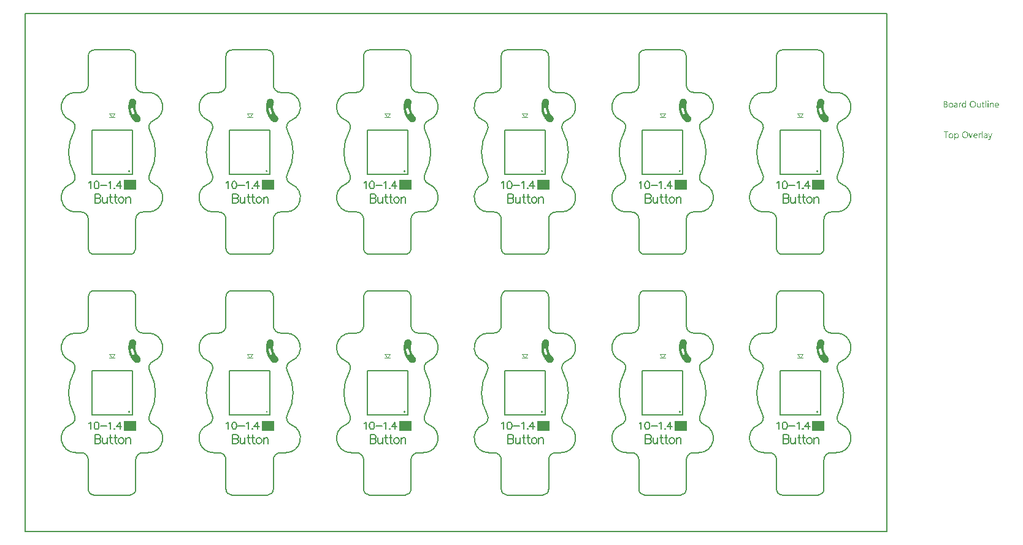
<source format=gto>
G04*
G04 #@! TF.GenerationSoftware,Altium Limited,Altium Designer,21.8.1 (53)*
G04*
G04 Layer_Color=65535*
%FSAX25Y25*%
%MOIN*%
G70*
G04*
G04 #@! TF.SameCoordinates,042179B3-2A9A-4FBA-AD92-32AF6F9D014F*
G04*
G04*
G04 #@! TF.FilePolarity,Positive*
G04*
G01*
G75*
%ADD16C,0.00787*%
%ADD35C,0.00394*%
%ADD36C,0.00500*%
%ADD37C,0.00630*%
%ADD38R,0.06988X0.05709*%
%ADD39R,0.06988X0.05709*%
G36*
X0503737Y0214153D02*
X0503761D01*
X0503817Y0214128D01*
X0503848Y0214110D01*
X0503879Y0214085D01*
X0503885Y0214079D01*
X0503891Y0214073D01*
X0503922Y0214036D01*
X0503947Y0213974D01*
X0503953Y0213937D01*
X0503960Y0213899D01*
Y0213893D01*
Y0213881D01*
X0503953Y0213862D01*
X0503947Y0213838D01*
X0503929Y0213776D01*
X0503904Y0213745D01*
X0503879Y0213714D01*
X0503873D01*
X0503867Y0213701D01*
X0503829Y0213677D01*
X0503774Y0213652D01*
X0503737Y0213646D01*
X0503699Y0213639D01*
X0503681D01*
X0503662Y0213646D01*
X0503638D01*
X0503576Y0213670D01*
X0503545Y0213683D01*
X0503514Y0213708D01*
Y0213714D01*
X0503501Y0213720D01*
X0503489Y0213738D01*
X0503477Y0213757D01*
X0503452Y0213819D01*
X0503446Y0213856D01*
X0503440Y0213899D01*
Y0213906D01*
Y0213918D01*
X0503446Y0213937D01*
X0503452Y0213968D01*
X0503471Y0214023D01*
X0503489Y0214054D01*
X0503514Y0214085D01*
X0503520Y0214091D01*
X0503526Y0214098D01*
X0503563Y0214122D01*
X0503625Y0214147D01*
X0503662Y0214159D01*
X0503718D01*
X0503737Y0214153D01*
D02*
G37*
G36*
X0491747Y0210489D02*
X0491344D01*
Y0210910D01*
X0491332D01*
Y0210904D01*
X0491320Y0210891D01*
X0491301Y0210866D01*
X0491282Y0210835D01*
X0491251Y0210798D01*
X0491214Y0210761D01*
X0491171Y0210718D01*
X0491121Y0210675D01*
X0491066Y0210625D01*
X0490998Y0210582D01*
X0490930Y0210544D01*
X0490849Y0210507D01*
X0490769Y0210476D01*
X0490676Y0210452D01*
X0490577Y0210439D01*
X0490472Y0210433D01*
X0490428D01*
X0490391Y0210439D01*
X0490354Y0210445D01*
X0490304Y0210452D01*
X0490199Y0210476D01*
X0490075Y0210513D01*
X0489952Y0210576D01*
X0489883Y0210613D01*
X0489828Y0210656D01*
X0489766Y0210712D01*
X0489710Y0210767D01*
Y0210773D01*
X0489698Y0210786D01*
X0489685Y0210805D01*
X0489667Y0210829D01*
X0489648Y0210860D01*
X0489623Y0210904D01*
X0489599Y0210953D01*
X0489574Y0211009D01*
X0489543Y0211071D01*
X0489518Y0211139D01*
X0489494Y0211213D01*
X0489475Y0211294D01*
X0489456Y0211380D01*
X0489444Y0211479D01*
X0489438Y0211578D01*
X0489432Y0211684D01*
Y0211690D01*
Y0211708D01*
Y0211745D01*
X0489438Y0211789D01*
X0489444Y0211838D01*
X0489450Y0211900D01*
X0489456Y0211968D01*
X0489469Y0212042D01*
X0489506Y0212203D01*
X0489562Y0212371D01*
X0489599Y0212451D01*
X0489642Y0212531D01*
X0489685Y0212606D01*
X0489741Y0212680D01*
X0489747Y0212686D01*
X0489753Y0212699D01*
X0489772Y0212717D01*
X0489797Y0212742D01*
X0489828Y0212767D01*
X0489871Y0212798D01*
X0489914Y0212835D01*
X0489964Y0212872D01*
X0490088Y0212940D01*
X0490230Y0213002D01*
X0490310Y0213020D01*
X0490397Y0213039D01*
X0490484Y0213052D01*
X0490583Y0213058D01*
X0490632D01*
X0490670Y0213052D01*
X0490707Y0213045D01*
X0490756Y0213039D01*
X0490868Y0213008D01*
X0490991Y0212959D01*
X0491053Y0212928D01*
X0491115Y0212884D01*
X0491177Y0212841D01*
X0491233Y0212785D01*
X0491282Y0212723D01*
X0491332Y0212649D01*
X0491344D01*
Y0214209D01*
X0491747D01*
Y0210489D01*
D02*
G37*
G36*
X0506015Y0213052D02*
X0506089Y0213045D01*
X0506182Y0213027D01*
X0506281Y0212996D01*
X0506386Y0212946D01*
X0506491Y0212878D01*
X0506534Y0212841D01*
X0506578Y0212791D01*
X0506590Y0212779D01*
X0506615Y0212742D01*
X0506646Y0212680D01*
X0506689Y0212593D01*
X0506726Y0212488D01*
X0506764Y0212358D01*
X0506788Y0212203D01*
X0506795Y0212024D01*
Y0210489D01*
X0506392D01*
Y0211919D01*
Y0211925D01*
Y0211956D01*
X0506386Y0211993D01*
Y0212042D01*
X0506374Y0212104D01*
X0506361Y0212173D01*
X0506343Y0212247D01*
X0506318Y0212321D01*
X0506287Y0212395D01*
X0506250Y0212463D01*
X0506200Y0212531D01*
X0506145Y0212593D01*
X0506083Y0212643D01*
X0506002Y0212680D01*
X0505915Y0212711D01*
X0505810Y0212717D01*
X0505798D01*
X0505761Y0212711D01*
X0505705Y0212705D01*
X0505637Y0212686D01*
X0505556Y0212662D01*
X0505470Y0212618D01*
X0505389Y0212562D01*
X0505309Y0212488D01*
X0505303Y0212476D01*
X0505278Y0212451D01*
X0505247Y0212402D01*
X0505210Y0212333D01*
X0505173Y0212253D01*
X0505142Y0212154D01*
X0505117Y0212042D01*
X0505111Y0211919D01*
Y0210489D01*
X0504708D01*
Y0213002D01*
X0505111D01*
Y0212581D01*
X0505123D01*
X0505129Y0212587D01*
X0505136Y0212600D01*
X0505154Y0212624D01*
X0505179Y0212655D01*
X0505204Y0212692D01*
X0505241Y0212730D01*
X0505284Y0212773D01*
X0505334Y0212822D01*
X0505389Y0212866D01*
X0505451Y0212909D01*
X0505519Y0212946D01*
X0505594Y0212983D01*
X0505668Y0213014D01*
X0505755Y0213039D01*
X0505847Y0213052D01*
X0505946Y0213058D01*
X0505984D01*
X0506015Y0213052D01*
D02*
G37*
G36*
X0489017Y0213039D02*
X0489091Y0213033D01*
X0489134Y0213020D01*
X0489165Y0213008D01*
Y0212593D01*
X0489159Y0212600D01*
X0489147Y0212606D01*
X0489122Y0212618D01*
X0489091Y0212637D01*
X0489048Y0212649D01*
X0488992Y0212662D01*
X0488930Y0212668D01*
X0488862Y0212674D01*
X0488850D01*
X0488819Y0212668D01*
X0488769Y0212662D01*
X0488714Y0212643D01*
X0488639Y0212612D01*
X0488571Y0212569D01*
X0488497Y0212507D01*
X0488429Y0212426D01*
X0488423Y0212414D01*
X0488404Y0212383D01*
X0488373Y0212327D01*
X0488342Y0212253D01*
X0488311Y0212160D01*
X0488280Y0212042D01*
X0488262Y0211912D01*
X0488256Y0211764D01*
Y0210489D01*
X0487853D01*
Y0213002D01*
X0488256D01*
Y0212482D01*
X0488268D01*
Y0212488D01*
X0488274Y0212494D01*
X0488286Y0212525D01*
X0488305Y0212575D01*
X0488336Y0212637D01*
X0488367Y0212699D01*
X0488416Y0212767D01*
X0488466Y0212835D01*
X0488528Y0212897D01*
X0488534Y0212903D01*
X0488559Y0212922D01*
X0488596Y0212946D01*
X0488645Y0212971D01*
X0488701Y0212996D01*
X0488769Y0213020D01*
X0488843Y0213039D01*
X0488924Y0213045D01*
X0488980D01*
X0489017Y0213039D01*
D02*
G37*
G36*
X0499756Y0210489D02*
X0499354D01*
Y0210885D01*
X0499342D01*
Y0210879D01*
X0499329Y0210866D01*
X0499317Y0210842D01*
X0499292Y0210817D01*
X0499236Y0210743D01*
X0499150Y0210662D01*
X0499100Y0210619D01*
X0499045Y0210576D01*
X0498983Y0210538D01*
X0498908Y0210501D01*
X0498834Y0210476D01*
X0498754Y0210452D01*
X0498661Y0210439D01*
X0498568Y0210433D01*
X0498531D01*
X0498488Y0210439D01*
X0498426Y0210452D01*
X0498357Y0210464D01*
X0498283Y0210489D01*
X0498203Y0210520D01*
X0498122Y0210569D01*
X0498036Y0210625D01*
X0497955Y0210693D01*
X0497881Y0210780D01*
X0497813Y0210885D01*
X0497751Y0211003D01*
X0497708Y0211145D01*
X0497683Y0211312D01*
X0497670Y0211399D01*
Y0211498D01*
Y0213002D01*
X0498067D01*
Y0211560D01*
Y0211554D01*
Y0211529D01*
X0498073Y0211485D01*
X0498079Y0211436D01*
X0498085Y0211374D01*
X0498098Y0211312D01*
X0498116Y0211238D01*
X0498141Y0211163D01*
X0498178Y0211089D01*
X0498215Y0211021D01*
X0498265Y0210953D01*
X0498327Y0210891D01*
X0498395Y0210842D01*
X0498475Y0210805D01*
X0498574Y0210773D01*
X0498679Y0210767D01*
X0498692D01*
X0498729Y0210773D01*
X0498785Y0210780D01*
X0498847Y0210792D01*
X0498927Y0210823D01*
X0499008Y0210860D01*
X0499088Y0210910D01*
X0499162Y0210984D01*
X0499168Y0210996D01*
X0499193Y0211021D01*
X0499224Y0211071D01*
X0499261Y0211139D01*
X0499292Y0211219D01*
X0499323Y0211318D01*
X0499348Y0211430D01*
X0499354Y0211554D01*
Y0213002D01*
X0499756D01*
Y0210489D01*
D02*
G37*
G36*
X0503891D02*
X0503489D01*
Y0213002D01*
X0503891D01*
Y0210489D01*
D02*
G37*
G36*
X0502672D02*
X0502270D01*
Y0214209D01*
X0502672D01*
Y0210489D01*
D02*
G37*
G36*
X0486293Y0213052D02*
X0486349Y0213045D01*
X0486417Y0213027D01*
X0486491Y0213008D01*
X0486572Y0212977D01*
X0486658Y0212940D01*
X0486739Y0212891D01*
X0486819Y0212829D01*
X0486894Y0212754D01*
X0486962Y0212662D01*
X0487017Y0212556D01*
X0487061Y0212433D01*
X0487085Y0212290D01*
X0487098Y0212123D01*
Y0210489D01*
X0486696D01*
Y0210879D01*
X0486683D01*
Y0210873D01*
X0486671Y0210860D01*
X0486658Y0210835D01*
X0486634Y0210811D01*
X0486572Y0210736D01*
X0486491Y0210656D01*
X0486380Y0210576D01*
X0486250Y0210501D01*
X0486169Y0210476D01*
X0486089Y0210452D01*
X0486002Y0210439D01*
X0485910Y0210433D01*
X0485872D01*
X0485848Y0210439D01*
X0485779Y0210445D01*
X0485699Y0210458D01*
X0485600Y0210483D01*
X0485507Y0210513D01*
X0485408Y0210563D01*
X0485321Y0210625D01*
X0485315Y0210637D01*
X0485290Y0210662D01*
X0485253Y0210705D01*
X0485216Y0210767D01*
X0485179Y0210842D01*
X0485142Y0210928D01*
X0485117Y0211034D01*
X0485111Y0211151D01*
Y0211157D01*
Y0211182D01*
X0485117Y0211219D01*
X0485123Y0211262D01*
X0485136Y0211318D01*
X0485154Y0211380D01*
X0485179Y0211448D01*
X0485216Y0211516D01*
X0485259Y0211591D01*
X0485315Y0211665D01*
X0485383Y0211733D01*
X0485464Y0211795D01*
X0485557Y0211857D01*
X0485668Y0211906D01*
X0485792Y0211943D01*
X0485940Y0211974D01*
X0486696Y0212080D01*
Y0212086D01*
Y0212104D01*
X0486689Y0212141D01*
Y0212179D01*
X0486677Y0212228D01*
X0486671Y0212284D01*
X0486634Y0212402D01*
X0486603Y0212457D01*
X0486572Y0212513D01*
X0486528Y0212569D01*
X0486479Y0212618D01*
X0486417Y0212662D01*
X0486349Y0212692D01*
X0486269Y0212711D01*
X0486176Y0212717D01*
X0486132D01*
X0486101Y0212711D01*
X0486058D01*
X0486015Y0212699D01*
X0485903Y0212680D01*
X0485779Y0212643D01*
X0485643Y0212587D01*
X0485569Y0212550D01*
X0485501Y0212513D01*
X0485427Y0212463D01*
X0485358Y0212408D01*
Y0212822D01*
X0485365D01*
X0485377Y0212835D01*
X0485396Y0212847D01*
X0485427Y0212860D01*
X0485458Y0212878D01*
X0485501Y0212897D01*
X0485550Y0212915D01*
X0485606Y0212940D01*
X0485730Y0212983D01*
X0485879Y0213020D01*
X0486039Y0213045D01*
X0486213Y0213058D01*
X0486250D01*
X0486293Y0213052D01*
D02*
G37*
G36*
X0480605Y0213999D02*
X0480648D01*
X0480691Y0213992D01*
X0480790Y0213980D01*
X0480908Y0213949D01*
X0481032Y0213912D01*
X0481149Y0213856D01*
X0481255Y0213782D01*
X0481261D01*
X0481267Y0213770D01*
X0481298Y0213745D01*
X0481341Y0213695D01*
X0481391Y0213627D01*
X0481434Y0213541D01*
X0481477Y0213441D01*
X0481508Y0213330D01*
X0481521Y0213268D01*
Y0213200D01*
Y0213194D01*
Y0213188D01*
Y0213151D01*
X0481515Y0213095D01*
X0481502Y0213027D01*
X0481484Y0212940D01*
X0481453Y0212853D01*
X0481416Y0212767D01*
X0481360Y0212680D01*
X0481354Y0212668D01*
X0481329Y0212643D01*
X0481292Y0212606D01*
X0481242Y0212556D01*
X0481180Y0212507D01*
X0481106Y0212451D01*
X0481013Y0212408D01*
X0480914Y0212364D01*
Y0212358D01*
X0480933D01*
X0480951Y0212352D01*
X0480970Y0212346D01*
X0481038Y0212333D01*
X0481118Y0212309D01*
X0481205Y0212271D01*
X0481298Y0212228D01*
X0481391Y0212166D01*
X0481477Y0212086D01*
X0481490Y0212073D01*
X0481515Y0212042D01*
X0481545Y0211999D01*
X0481589Y0211931D01*
X0481626Y0211844D01*
X0481663Y0211745D01*
X0481688Y0211628D01*
X0481694Y0211498D01*
Y0211492D01*
Y0211479D01*
Y0211454D01*
X0481688Y0211423D01*
X0481682Y0211386D01*
X0481675Y0211343D01*
X0481651Y0211238D01*
X0481614Y0211120D01*
X0481558Y0210996D01*
X0481521Y0210941D01*
X0481477Y0210879D01*
X0481422Y0210823D01*
X0481366Y0210767D01*
X0481360D01*
X0481354Y0210755D01*
X0481335Y0210743D01*
X0481310Y0210724D01*
X0481279Y0210705D01*
X0481236Y0210681D01*
X0481143Y0210631D01*
X0481026Y0210576D01*
X0480889Y0210532D01*
X0480728Y0210501D01*
X0480648Y0210495D01*
X0480555Y0210489D01*
X0479528D01*
Y0214005D01*
X0480574D01*
X0480605Y0213999D01*
D02*
G37*
G36*
X0501100Y0213002D02*
X0501737D01*
Y0212655D01*
X0501100D01*
Y0211238D01*
Y0211225D01*
Y0211194D01*
X0501106Y0211151D01*
X0501112Y0211095D01*
X0501137Y0210978D01*
X0501155Y0210922D01*
X0501186Y0210879D01*
X0501193Y0210873D01*
X0501205Y0210860D01*
X0501224Y0210848D01*
X0501255Y0210829D01*
X0501292Y0210805D01*
X0501341Y0210792D01*
X0501403Y0210780D01*
X0501471Y0210773D01*
X0501496D01*
X0501527Y0210780D01*
X0501564Y0210786D01*
X0501651Y0210811D01*
X0501694Y0210829D01*
X0501737Y0210854D01*
Y0210507D01*
X0501731D01*
X0501713Y0210495D01*
X0501682Y0210489D01*
X0501638Y0210476D01*
X0501582Y0210464D01*
X0501521Y0210452D01*
X0501446Y0210445D01*
X0501360Y0210439D01*
X0501329D01*
X0501298Y0210445D01*
X0501255Y0210452D01*
X0501205Y0210464D01*
X0501149Y0210476D01*
X0501093Y0210501D01*
X0501032Y0210532D01*
X0500970Y0210569D01*
X0500908Y0210619D01*
X0500852Y0210675D01*
X0500803Y0210749D01*
X0500759Y0210829D01*
X0500728Y0210928D01*
X0500703Y0211040D01*
X0500697Y0211170D01*
Y0212655D01*
X0500270D01*
Y0213002D01*
X0500697D01*
Y0213615D01*
X0501100Y0213745D01*
Y0213002D01*
D02*
G37*
G36*
X0508627Y0213052D02*
X0508670Y0213045D01*
X0508713Y0213039D01*
X0508825Y0213020D01*
X0508949Y0212977D01*
X0509072Y0212922D01*
X0509134Y0212884D01*
X0509196Y0212841D01*
X0509252Y0212791D01*
X0509308Y0212736D01*
X0509314Y0212730D01*
X0509320Y0212723D01*
X0509332Y0212705D01*
X0509351Y0212680D01*
X0509370Y0212643D01*
X0509394Y0212606D01*
X0509419Y0212562D01*
X0509444Y0212507D01*
X0509469Y0212445D01*
X0509493Y0212383D01*
X0509518Y0212309D01*
X0509537Y0212228D01*
X0509555Y0212141D01*
X0509568Y0212055D01*
X0509580Y0211956D01*
Y0211851D01*
Y0211640D01*
X0507803D01*
Y0211634D01*
Y0211622D01*
Y0211603D01*
X0507810Y0211572D01*
X0507816Y0211535D01*
Y0211498D01*
X0507834Y0211399D01*
X0507865Y0211300D01*
X0507902Y0211188D01*
X0507958Y0211083D01*
X0508026Y0210990D01*
X0508039Y0210978D01*
X0508064Y0210953D01*
X0508113Y0210922D01*
X0508181Y0210879D01*
X0508268Y0210835D01*
X0508367Y0210805D01*
X0508484Y0210780D01*
X0508621Y0210767D01*
X0508664D01*
X0508695Y0210773D01*
X0508732D01*
X0508775Y0210780D01*
X0508881Y0210805D01*
X0508998Y0210835D01*
X0509128Y0210885D01*
X0509264Y0210953D01*
X0509332Y0210996D01*
X0509401Y0211046D01*
Y0210668D01*
X0509394D01*
X0509388Y0210656D01*
X0509370Y0210650D01*
X0509339Y0210631D01*
X0509308Y0210613D01*
X0509270Y0210594D01*
X0509221Y0210576D01*
X0509171Y0210551D01*
X0509110Y0210526D01*
X0509042Y0210507D01*
X0508893Y0210470D01*
X0508720Y0210445D01*
X0508528Y0210433D01*
X0508478D01*
X0508441Y0210439D01*
X0508398Y0210445D01*
X0508342Y0210452D01*
X0508224Y0210476D01*
X0508088Y0210513D01*
X0507952Y0210576D01*
X0507884Y0210619D01*
X0507816Y0210662D01*
X0507754Y0210712D01*
X0507692Y0210773D01*
X0507686Y0210780D01*
X0507680Y0210792D01*
X0507667Y0210811D01*
X0507643Y0210835D01*
X0507624Y0210873D01*
X0507599Y0210916D01*
X0507568Y0210965D01*
X0507544Y0211021D01*
X0507513Y0211083D01*
X0507488Y0211157D01*
X0507457Y0211238D01*
X0507438Y0211324D01*
X0507420Y0211417D01*
X0507401Y0211516D01*
X0507395Y0211622D01*
X0507389Y0211733D01*
Y0211739D01*
Y0211758D01*
Y0211789D01*
X0507395Y0211832D01*
X0507401Y0211881D01*
X0507407Y0211937D01*
X0507413Y0212005D01*
X0507432Y0212073D01*
X0507469Y0212222D01*
X0507525Y0212383D01*
X0507562Y0212463D01*
X0507612Y0212538D01*
X0507661Y0212618D01*
X0507717Y0212686D01*
X0507723Y0212692D01*
X0507735Y0212705D01*
X0507754Y0212723D01*
X0507779Y0212742D01*
X0507810Y0212773D01*
X0507847Y0212804D01*
X0507896Y0212835D01*
X0507946Y0212872D01*
X0508064Y0212940D01*
X0508206Y0213002D01*
X0508286Y0213020D01*
X0508367Y0213039D01*
X0508453Y0213052D01*
X0508546Y0213058D01*
X0508596D01*
X0508627Y0213052D01*
D02*
G37*
G36*
X0495584Y0214060D02*
X0495646Y0214054D01*
X0495721Y0214042D01*
X0495801Y0214023D01*
X0495888Y0214005D01*
X0495974Y0213980D01*
X0496073Y0213949D01*
X0496166Y0213906D01*
X0496265Y0213856D01*
X0496364Y0213800D01*
X0496457Y0213732D01*
X0496550Y0213658D01*
X0496637Y0213571D01*
X0496643Y0213565D01*
X0496655Y0213547D01*
X0496680Y0213522D01*
X0496705Y0213485D01*
X0496742Y0213435D01*
X0496779Y0213373D01*
X0496816Y0213305D01*
X0496860Y0213231D01*
X0496903Y0213138D01*
X0496940Y0213045D01*
X0496977Y0212940D01*
X0497014Y0212822D01*
X0497039Y0212705D01*
X0497064Y0212575D01*
X0497076Y0212433D01*
X0497082Y0212290D01*
Y0212278D01*
Y0212253D01*
Y0212210D01*
X0497076Y0212148D01*
X0497070Y0212073D01*
X0497058Y0211993D01*
X0497045Y0211900D01*
X0497027Y0211795D01*
X0497002Y0211690D01*
X0496971Y0211578D01*
X0496934Y0211467D01*
X0496890Y0211355D01*
X0496835Y0211238D01*
X0496773Y0211133D01*
X0496705Y0211027D01*
X0496624Y0210928D01*
X0496618Y0210922D01*
X0496606Y0210910D01*
X0496575Y0210885D01*
X0496544Y0210854D01*
X0496494Y0210811D01*
X0496439Y0210773D01*
X0496377Y0210724D01*
X0496303Y0210681D01*
X0496222Y0210637D01*
X0496129Y0210588D01*
X0496030Y0210551D01*
X0495919Y0210513D01*
X0495801Y0210476D01*
X0495677Y0210452D01*
X0495547Y0210439D01*
X0495405Y0210433D01*
X0495374D01*
X0495331Y0210439D01*
X0495281D01*
X0495219Y0210445D01*
X0495145Y0210458D01*
X0495064Y0210476D01*
X0494972Y0210495D01*
X0494879Y0210520D01*
X0494780Y0210551D01*
X0494681Y0210594D01*
X0494582Y0210637D01*
X0494483Y0210693D01*
X0494384Y0210761D01*
X0494291Y0210835D01*
X0494204Y0210922D01*
X0494198Y0210928D01*
X0494185Y0210947D01*
X0494161Y0210972D01*
X0494136Y0211009D01*
X0494099Y0211058D01*
X0494062Y0211120D01*
X0494025Y0211188D01*
X0493981Y0211269D01*
X0493938Y0211355D01*
X0493901Y0211448D01*
X0493864Y0211554D01*
X0493826Y0211671D01*
X0493802Y0211789D01*
X0493777Y0211919D01*
X0493765Y0212061D01*
X0493758Y0212203D01*
Y0212216D01*
Y0212241D01*
X0493765Y0212284D01*
Y0212346D01*
X0493771Y0212414D01*
X0493783Y0212501D01*
X0493795Y0212593D01*
X0493814Y0212692D01*
X0493839Y0212798D01*
X0493870Y0212909D01*
X0493907Y0213020D01*
X0493950Y0213132D01*
X0494006Y0213243D01*
X0494068Y0213355D01*
X0494136Y0213460D01*
X0494216Y0213559D01*
X0494223Y0213565D01*
X0494235Y0213584D01*
X0494266Y0213609D01*
X0494303Y0213639D01*
X0494346Y0213677D01*
X0494402Y0213720D01*
X0494470Y0213763D01*
X0494545Y0213813D01*
X0494631Y0213862D01*
X0494724Y0213906D01*
X0494823Y0213949D01*
X0494935Y0213986D01*
X0495058Y0214017D01*
X0495188Y0214048D01*
X0495324Y0214060D01*
X0495467Y0214067D01*
X0495535D01*
X0495584Y0214060D01*
D02*
G37*
G36*
X0483557Y0213052D02*
X0483601Y0213045D01*
X0483656Y0213039D01*
X0483780Y0213014D01*
X0483922Y0212971D01*
X0484065Y0212909D01*
X0484139Y0212872D01*
X0484207Y0212829D01*
X0484275Y0212773D01*
X0484337Y0212711D01*
X0484343Y0212705D01*
X0484350Y0212692D01*
X0484368Y0212674D01*
X0484387Y0212649D01*
X0484411Y0212612D01*
X0484436Y0212569D01*
X0484467Y0212519D01*
X0484498Y0212463D01*
X0484523Y0212395D01*
X0484554Y0212327D01*
X0484579Y0212247D01*
X0484603Y0212160D01*
X0484622Y0212067D01*
X0484641Y0211968D01*
X0484647Y0211863D01*
X0484653Y0211752D01*
Y0211745D01*
Y0211727D01*
Y0211696D01*
X0484647Y0211652D01*
X0484641Y0211603D01*
X0484634Y0211541D01*
X0484622Y0211479D01*
X0484610Y0211405D01*
X0484572Y0211256D01*
X0484511Y0211095D01*
X0484473Y0211015D01*
X0484424Y0210934D01*
X0484374Y0210860D01*
X0484312Y0210792D01*
X0484306Y0210786D01*
X0484294Y0210780D01*
X0484275Y0210761D01*
X0484250Y0210736D01*
X0484213Y0210712D01*
X0484176Y0210681D01*
X0484127Y0210644D01*
X0484071Y0210613D01*
X0484009Y0210582D01*
X0483941Y0210544D01*
X0483867Y0210513D01*
X0483786Y0210489D01*
X0483700Y0210464D01*
X0483607Y0210452D01*
X0483508Y0210439D01*
X0483402Y0210433D01*
X0483347D01*
X0483310Y0210439D01*
X0483266Y0210445D01*
X0483211Y0210452D01*
X0483149Y0210464D01*
X0483081Y0210476D01*
X0482938Y0210520D01*
X0482790Y0210582D01*
X0482715Y0210619D01*
X0482647Y0210668D01*
X0482579Y0210718D01*
X0482511Y0210780D01*
X0482505Y0210786D01*
X0482499Y0210798D01*
X0482480Y0210817D01*
X0482462Y0210842D01*
X0482437Y0210879D01*
X0482406Y0210922D01*
X0482375Y0210972D01*
X0482350Y0211027D01*
X0482319Y0211095D01*
X0482288Y0211163D01*
X0482257Y0211238D01*
X0482233Y0211324D01*
X0482195Y0211510D01*
X0482189Y0211609D01*
X0482183Y0211714D01*
Y0211721D01*
Y0211745D01*
Y0211776D01*
X0482189Y0211820D01*
X0482195Y0211869D01*
X0482202Y0211931D01*
X0482214Y0211999D01*
X0482226Y0212073D01*
X0482264Y0212234D01*
X0482325Y0212395D01*
X0482369Y0212476D01*
X0482412Y0212556D01*
X0482462Y0212631D01*
X0482523Y0212699D01*
X0482530Y0212705D01*
X0482542Y0212717D01*
X0482561Y0212730D01*
X0482585Y0212754D01*
X0482623Y0212779D01*
X0482666Y0212810D01*
X0482715Y0212847D01*
X0482771Y0212878D01*
X0482833Y0212909D01*
X0482907Y0212946D01*
X0482982Y0212977D01*
X0483068Y0213002D01*
X0483155Y0213027D01*
X0483254Y0213045D01*
X0483359Y0213052D01*
X0483464Y0213058D01*
X0483520D01*
X0483557Y0213052D01*
D02*
G37*
G36*
X0412879Y0215307D02*
X0412996Y0215299D01*
X0413112Y0215284D01*
X0413227Y0215261D01*
X0413341Y0215232D01*
X0413453Y0215196D01*
X0413562Y0215153D01*
X0413669Y0215104D01*
X0413772Y0215049D01*
X0413872Y0214987D01*
X0413968Y0214919D01*
X0414059Y0214846D01*
X0414147Y0214767D01*
X0414229Y0214683D01*
X0414306Y0214595D01*
X0414377Y0214501D01*
X0414443Y0214404D01*
X0414502Y0214303D01*
X0414556Y0214199D01*
X0414603Y0214091D01*
X0414644Y0213981D01*
X0414677Y0213868D01*
X0414704Y0213754D01*
X0414724Y0213638D01*
X0414737Y0213522D01*
X0414743Y0213405D01*
X0414742Y0213287D01*
X0414734Y0213170D01*
X0414718Y0213054D01*
X0414696Y0212938D01*
X0414667Y0212825D01*
X0414662Y0212809D01*
X0414662Y0212809D01*
X0414607Y0212617D01*
X0414552Y0212397D01*
X0414504Y0212176D01*
X0414464Y0211953D01*
X0414431Y0211730D01*
X0414405Y0211505D01*
X0414386Y0211279D01*
X0414375Y0211053D01*
X0414371Y0210827D01*
X0414375Y0210600D01*
X0414386Y0210374D01*
X0414405Y0210149D01*
X0414430Y0209924D01*
X0414464Y0209700D01*
X0414504Y0209478D01*
X0414552Y0209256D01*
X0414607Y0209037D01*
X0414669Y0208819D01*
X0414738Y0208604D01*
X0414815Y0208391D01*
X0414898Y0208180D01*
X0414988Y0207973D01*
X0415085Y0207768D01*
X0415188Y0207567D01*
X0415298Y0207369D01*
X0415414Y0207175D01*
X0415537Y0206985D01*
X0415666Y0206799D01*
X0415800Y0206617D01*
X0415941Y0206439D01*
X0416087Y0206267D01*
X0416240Y0206099D01*
X0416397Y0205937D01*
X0416557Y0205782D01*
X0416557Y0205782D01*
X0416575Y0205766D01*
X0416657Y0205682D01*
X0416734Y0205593D01*
X0416805Y0205500D01*
X0416871Y0205403D01*
X0416931Y0205302D01*
X0416984Y0205197D01*
X0417031Y0205090D01*
X0417072Y0204980D01*
X0417106Y0204867D01*
X0417133Y0204753D01*
X0417153Y0204637D01*
X0417166Y0204521D01*
X0417171Y0204403D01*
X0417170Y0204286D01*
X0417162Y0204169D01*
X0417147Y0204052D01*
X0417124Y0203937D01*
X0417095Y0203824D01*
X0417059Y0203712D01*
X0417016Y0203603D01*
X0416967Y0203496D01*
X0416912Y0203393D01*
X0416850Y0203293D01*
X0416782Y0203197D01*
X0416709Y0203105D01*
X0416630Y0203018D01*
X0416546Y0202936D01*
X0416458Y0202859D01*
X0416364Y0202787D01*
X0416267Y0202722D01*
X0416166Y0202662D01*
X0416062Y0202608D01*
X0415954Y0202561D01*
X0415844Y0202521D01*
X0415731Y0202487D01*
X0415617Y0202460D01*
X0415502Y0202440D01*
X0415385Y0202427D01*
X0415268Y0202421D01*
X0415150Y0202422D01*
X0415033Y0202431D01*
X0414917Y0202446D01*
X0414802Y0202468D01*
X0414688Y0202498D01*
X0414576Y0202534D01*
X0414467Y0202576D01*
X0414360Y0202626D01*
X0414257Y0202681D01*
X0414157Y0202743D01*
X0414061Y0202811D01*
X0413969Y0202884D01*
X0413900Y0202947D01*
X0413900Y0202947D01*
X0413788Y0203052D01*
X0413580Y0203258D01*
X0413378Y0203469D01*
X0413182Y0203686D01*
X0412992Y0203908D01*
X0412807Y0204136D01*
X0412629Y0204368D01*
X0412457Y0204605D01*
X0412292Y0204846D01*
X0412133Y0205092D01*
X0411981Y0205342D01*
X0411836Y0205596D01*
X0411698Y0205854D01*
X0411567Y0206115D01*
X0411443Y0206380D01*
X0411326Y0206648D01*
X0411217Y0206919D01*
X0411115Y0207193D01*
X0411020Y0207470D01*
X0410933Y0207750D01*
X0410853Y0208031D01*
X0410781Y0208315D01*
X0410717Y0208600D01*
X0410661Y0208887D01*
X0410612Y0209176D01*
X0410571Y0209465D01*
X0410538Y0209756D01*
X0410513Y0210047D01*
X0410496Y0210339D01*
X0410487Y0210632D01*
X0410486Y0210924D01*
X0410492Y0211217D01*
X0410507Y0211509D01*
X0410529Y0211801D01*
X0410560Y0212092D01*
X0410598Y0212382D01*
X0410644Y0212670D01*
X0410698Y0212958D01*
X0410759Y0213244D01*
X0410828Y0213528D01*
X0410905Y0213810D01*
X0410939Y0213922D01*
X0410939Y0213922D01*
X0410970Y0214018D01*
X0411012Y0214127D01*
X0411062Y0214234D01*
X0411117Y0214337D01*
X0411179Y0214437D01*
X0411247Y0214533D01*
X0411320Y0214625D01*
X0411399Y0214712D01*
X0411482Y0214794D01*
X0411571Y0214871D01*
X0411664Y0214942D01*
X0411762Y0215008D01*
X0411863Y0215068D01*
X0411967Y0215121D01*
X0412075Y0215168D01*
X0412185Y0215209D01*
X0412297Y0215243D01*
X0412411Y0215270D01*
X0412527Y0215290D01*
X0412644Y0215303D01*
X0412761Y0215308D01*
X0412879Y0215307D01*
D02*
G37*
G36*
X0338070D02*
X0338188Y0215299D01*
X0338304Y0215284D01*
X0338419Y0215261D01*
X0338533Y0215232D01*
X0338645Y0215196D01*
X0338754Y0215153D01*
X0338861Y0215104D01*
X0338964Y0215049D01*
X0339064Y0214987D01*
X0339160Y0214919D01*
X0339251Y0214846D01*
X0339338Y0214767D01*
X0339421Y0214683D01*
X0339498Y0214595D01*
X0339569Y0214501D01*
X0339635Y0214404D01*
X0339694Y0214303D01*
X0339748Y0214199D01*
X0339795Y0214091D01*
X0339836Y0213981D01*
X0339869Y0213868D01*
X0339896Y0213754D01*
X0339916Y0213638D01*
X0339929Y0213522D01*
X0339935Y0213405D01*
X0339934Y0213287D01*
X0339926Y0213170D01*
X0339910Y0213054D01*
X0339888Y0212938D01*
X0339859Y0212825D01*
X0339854Y0212809D01*
X0339854Y0212809D01*
X0339799Y0212617D01*
X0339744Y0212397D01*
X0339696Y0212176D01*
X0339656Y0211953D01*
X0339622Y0211730D01*
X0339597Y0211505D01*
X0339578Y0211279D01*
X0339567Y0211053D01*
X0339563Y0210827D01*
X0339567Y0210600D01*
X0339578Y0210374D01*
X0339597Y0210149D01*
X0339622Y0209924D01*
X0339656Y0209700D01*
X0339696Y0209478D01*
X0339744Y0209256D01*
X0339799Y0209037D01*
X0339861Y0208819D01*
X0339930Y0208604D01*
X0340006Y0208391D01*
X0340090Y0208180D01*
X0340180Y0207973D01*
X0340276Y0207768D01*
X0340380Y0207567D01*
X0340490Y0207369D01*
X0340606Y0207175D01*
X0340729Y0206985D01*
X0340858Y0206799D01*
X0340992Y0206617D01*
X0341133Y0206439D01*
X0341279Y0206267D01*
X0341431Y0206099D01*
X0341589Y0205937D01*
X0341749Y0205782D01*
X0341749Y0205782D01*
X0341767Y0205766D01*
X0341849Y0205682D01*
X0341926Y0205593D01*
X0341997Y0205500D01*
X0342063Y0205403D01*
X0342123Y0205302D01*
X0342176Y0205197D01*
X0342223Y0205090D01*
X0342264Y0204980D01*
X0342298Y0204867D01*
X0342324Y0204753D01*
X0342344Y0204637D01*
X0342357Y0204521D01*
X0342363Y0204403D01*
X0342362Y0204286D01*
X0342354Y0204169D01*
X0342339Y0204052D01*
X0342316Y0203937D01*
X0342287Y0203824D01*
X0342251Y0203712D01*
X0342208Y0203603D01*
X0342159Y0203496D01*
X0342104Y0203393D01*
X0342042Y0203293D01*
X0341974Y0203197D01*
X0341901Y0203105D01*
X0341822Y0203018D01*
X0341738Y0202936D01*
X0341650Y0202859D01*
X0341556Y0202787D01*
X0341459Y0202722D01*
X0341358Y0202662D01*
X0341253Y0202608D01*
X0341146Y0202561D01*
X0341036Y0202521D01*
X0340923Y0202487D01*
X0340809Y0202460D01*
X0340693Y0202440D01*
X0340577Y0202427D01*
X0340460Y0202421D01*
X0340342Y0202422D01*
X0340225Y0202431D01*
X0340109Y0202446D01*
X0339993Y0202468D01*
X0339880Y0202498D01*
X0339768Y0202534D01*
X0339659Y0202576D01*
X0339552Y0202626D01*
X0339449Y0202681D01*
X0339349Y0202743D01*
X0339253Y0202811D01*
X0339161Y0202884D01*
X0339092Y0202947D01*
X0339092Y0202947D01*
X0338980Y0203052D01*
X0338772Y0203258D01*
X0338570Y0203469D01*
X0338374Y0203686D01*
X0338183Y0203908D01*
X0337999Y0204136D01*
X0337821Y0204368D01*
X0337649Y0204605D01*
X0337484Y0204846D01*
X0337325Y0205092D01*
X0337173Y0205342D01*
X0337028Y0205596D01*
X0336890Y0205854D01*
X0336759Y0206115D01*
X0336635Y0206380D01*
X0336518Y0206648D01*
X0336409Y0206919D01*
X0336307Y0207193D01*
X0336212Y0207470D01*
X0336125Y0207750D01*
X0336045Y0208031D01*
X0335973Y0208315D01*
X0335909Y0208600D01*
X0335853Y0208887D01*
X0335804Y0209176D01*
X0335763Y0209465D01*
X0335730Y0209756D01*
X0335705Y0210047D01*
X0335688Y0210339D01*
X0335679Y0210632D01*
X0335678Y0210924D01*
X0335684Y0211217D01*
X0335699Y0211509D01*
X0335721Y0211801D01*
X0335751Y0212092D01*
X0335790Y0212382D01*
X0335836Y0212670D01*
X0335890Y0212958D01*
X0335951Y0213244D01*
X0336020Y0213528D01*
X0336097Y0213810D01*
X0336131Y0213922D01*
X0336131Y0213922D01*
X0336162Y0214018D01*
X0336204Y0214127D01*
X0336254Y0214234D01*
X0336309Y0214337D01*
X0336371Y0214437D01*
X0336439Y0214533D01*
X0336512Y0214625D01*
X0336591Y0214712D01*
X0336674Y0214794D01*
X0336763Y0214871D01*
X0336856Y0214942D01*
X0336953Y0215008D01*
X0337055Y0215068D01*
X0337159Y0215121D01*
X0337267Y0215168D01*
X0337377Y0215209D01*
X0337489Y0215243D01*
X0337603Y0215270D01*
X0337719Y0215290D01*
X0337836Y0215303D01*
X0337953Y0215308D01*
X0338070Y0215307D01*
D02*
G37*
G36*
X0263262D02*
X0263380Y0215299D01*
X0263496Y0215284D01*
X0263611Y0215261D01*
X0263725Y0215232D01*
X0263837Y0215196D01*
X0263946Y0215153D01*
X0264052Y0215104D01*
X0264156Y0215049D01*
X0264256Y0214987D01*
X0264352Y0214919D01*
X0264443Y0214846D01*
X0264530Y0214767D01*
X0264613Y0214683D01*
X0264689Y0214595D01*
X0264761Y0214501D01*
X0264827Y0214404D01*
X0264886Y0214303D01*
X0264940Y0214199D01*
X0264987Y0214091D01*
X0265027Y0213981D01*
X0265061Y0213868D01*
X0265088Y0213754D01*
X0265108Y0213638D01*
X0265121Y0213522D01*
X0265127Y0213405D01*
X0265126Y0213287D01*
X0265118Y0213170D01*
X0265102Y0213054D01*
X0265080Y0212938D01*
X0265051Y0212825D01*
X0265046Y0212809D01*
X0265046Y0212809D01*
X0264991Y0212617D01*
X0264936Y0212397D01*
X0264888Y0212176D01*
X0264847Y0211953D01*
X0264814Y0211730D01*
X0264788Y0211505D01*
X0264770Y0211279D01*
X0264759Y0211053D01*
X0264755Y0210827D01*
X0264759Y0210600D01*
X0264770Y0210374D01*
X0264788Y0210149D01*
X0264814Y0209924D01*
X0264847Y0209700D01*
X0264888Y0209478D01*
X0264936Y0209256D01*
X0264991Y0209037D01*
X0265053Y0208819D01*
X0265122Y0208604D01*
X0265198Y0208391D01*
X0265282Y0208180D01*
X0265372Y0207973D01*
X0265468Y0207768D01*
X0265572Y0207567D01*
X0265682Y0207369D01*
X0265798Y0207175D01*
X0265921Y0206985D01*
X0266049Y0206799D01*
X0266184Y0206617D01*
X0266325Y0206439D01*
X0266471Y0206267D01*
X0266623Y0206099D01*
X0266781Y0205937D01*
X0266941Y0205782D01*
X0266941Y0205782D01*
X0266959Y0205766D01*
X0267041Y0205682D01*
X0267118Y0205593D01*
X0267189Y0205500D01*
X0267255Y0205403D01*
X0267315Y0205302D01*
X0267368Y0205197D01*
X0267415Y0205090D01*
X0267456Y0204980D01*
X0267490Y0204867D01*
X0267516Y0204753D01*
X0267536Y0204637D01*
X0267549Y0204521D01*
X0267555Y0204403D01*
X0267554Y0204286D01*
X0267546Y0204169D01*
X0267531Y0204052D01*
X0267508Y0203937D01*
X0267479Y0203824D01*
X0267443Y0203712D01*
X0267400Y0203603D01*
X0267351Y0203496D01*
X0267295Y0203393D01*
X0267234Y0203293D01*
X0267166Y0203197D01*
X0267093Y0203105D01*
X0267014Y0203018D01*
X0266930Y0202936D01*
X0266841Y0202859D01*
X0266748Y0202787D01*
X0266651Y0202722D01*
X0266550Y0202662D01*
X0266445Y0202608D01*
X0266338Y0202561D01*
X0266228Y0202521D01*
X0266115Y0202487D01*
X0266001Y0202460D01*
X0265885Y0202440D01*
X0265769Y0202427D01*
X0265651Y0202421D01*
X0265534Y0202422D01*
X0265417Y0202431D01*
X0265301Y0202446D01*
X0265185Y0202468D01*
X0265072Y0202498D01*
X0264960Y0202534D01*
X0264851Y0202576D01*
X0264744Y0202626D01*
X0264641Y0202681D01*
X0264541Y0202743D01*
X0264445Y0202811D01*
X0264353Y0202884D01*
X0264284Y0202947D01*
X0264284Y0202947D01*
X0264172Y0203052D01*
X0263964Y0203258D01*
X0263762Y0203469D01*
X0263566Y0203686D01*
X0263375Y0203908D01*
X0263191Y0204136D01*
X0263013Y0204368D01*
X0262841Y0204605D01*
X0262676Y0204846D01*
X0262517Y0205092D01*
X0262365Y0205342D01*
X0262220Y0205596D01*
X0262082Y0205854D01*
X0261951Y0206115D01*
X0261827Y0206380D01*
X0261710Y0206648D01*
X0261600Y0206919D01*
X0261498Y0207193D01*
X0261404Y0207470D01*
X0261317Y0207750D01*
X0261237Y0208031D01*
X0261165Y0208315D01*
X0261101Y0208600D01*
X0261045Y0208887D01*
X0260996Y0209176D01*
X0260955Y0209465D01*
X0260922Y0209756D01*
X0260897Y0210047D01*
X0260880Y0210339D01*
X0260871Y0210632D01*
X0260870Y0210924D01*
X0260876Y0211217D01*
X0260891Y0211509D01*
X0260913Y0211801D01*
X0260943Y0212092D01*
X0260981Y0212382D01*
X0261028Y0212670D01*
X0261081Y0212958D01*
X0261143Y0213244D01*
X0261212Y0213528D01*
X0261289Y0213810D01*
X0261323Y0213922D01*
X0261323Y0213922D01*
X0261353Y0214018D01*
X0261396Y0214127D01*
X0261445Y0214234D01*
X0261501Y0214337D01*
X0261563Y0214437D01*
X0261631Y0214533D01*
X0261704Y0214625D01*
X0261783Y0214712D01*
X0261866Y0214794D01*
X0261955Y0214871D01*
X0262048Y0214942D01*
X0262145Y0215008D01*
X0262246Y0215068D01*
X0262351Y0215121D01*
X0262458Y0215168D01*
X0262569Y0215209D01*
X0262681Y0215243D01*
X0262795Y0215270D01*
X0262911Y0215290D01*
X0263028Y0215303D01*
X0263145Y0215308D01*
X0263262Y0215307D01*
D02*
G37*
G36*
X0188454D02*
X0188571Y0215299D01*
X0188688Y0215284D01*
X0188803Y0215261D01*
X0188917Y0215232D01*
X0189028Y0215196D01*
X0189138Y0215153D01*
X0189244Y0215104D01*
X0189348Y0215049D01*
X0189448Y0214987D01*
X0189543Y0214919D01*
X0189635Y0214846D01*
X0189722Y0214767D01*
X0189804Y0214683D01*
X0189881Y0214595D01*
X0189953Y0214501D01*
X0190019Y0214404D01*
X0190078Y0214303D01*
X0190132Y0214199D01*
X0190179Y0214091D01*
X0190219Y0213981D01*
X0190253Y0213868D01*
X0190280Y0213754D01*
X0190300Y0213638D01*
X0190313Y0213522D01*
X0190319Y0213405D01*
X0190318Y0213287D01*
X0190310Y0213170D01*
X0190294Y0213054D01*
X0190272Y0212938D01*
X0190243Y0212825D01*
X0190237Y0212809D01*
X0190237Y0212809D01*
X0190183Y0212617D01*
X0190128Y0212397D01*
X0190080Y0212176D01*
X0190039Y0211953D01*
X0190006Y0211730D01*
X0189980Y0211505D01*
X0189962Y0211279D01*
X0189951Y0211053D01*
X0189947Y0210827D01*
X0189951Y0210600D01*
X0189962Y0210374D01*
X0189980Y0210149D01*
X0190006Y0209924D01*
X0190039Y0209700D01*
X0190080Y0209478D01*
X0190128Y0209256D01*
X0190183Y0209037D01*
X0190245Y0208819D01*
X0190314Y0208604D01*
X0190390Y0208391D01*
X0190473Y0208180D01*
X0190563Y0207973D01*
X0190660Y0207768D01*
X0190764Y0207567D01*
X0190874Y0207369D01*
X0190990Y0207175D01*
X0191112Y0206985D01*
X0191241Y0206799D01*
X0191376Y0206617D01*
X0191517Y0206439D01*
X0191663Y0206267D01*
X0191815Y0206099D01*
X0191973Y0205937D01*
X0192133Y0205782D01*
X0192133Y0205782D01*
X0192150Y0205766D01*
X0192233Y0205682D01*
X0192310Y0205593D01*
X0192381Y0205500D01*
X0192447Y0205403D01*
X0192507Y0205302D01*
X0192560Y0205197D01*
X0192607Y0205090D01*
X0192648Y0204980D01*
X0192681Y0204867D01*
X0192708Y0204753D01*
X0192728Y0204637D01*
X0192741Y0204521D01*
X0192747Y0204403D01*
X0192746Y0204286D01*
X0192738Y0204169D01*
X0192722Y0204052D01*
X0192700Y0203937D01*
X0192671Y0203824D01*
X0192635Y0203712D01*
X0192592Y0203603D01*
X0192543Y0203496D01*
X0192487Y0203393D01*
X0192426Y0203293D01*
X0192358Y0203197D01*
X0192285Y0203105D01*
X0192206Y0203018D01*
X0192122Y0202936D01*
X0192033Y0202859D01*
X0191940Y0202787D01*
X0191843Y0202722D01*
X0191742Y0202662D01*
X0191637Y0202608D01*
X0191530Y0202561D01*
X0191420Y0202521D01*
X0191307Y0202487D01*
X0191193Y0202460D01*
X0191077Y0202440D01*
X0190961Y0202427D01*
X0190843Y0202421D01*
X0190726Y0202422D01*
X0190609Y0202431D01*
X0190492Y0202446D01*
X0190377Y0202468D01*
X0190264Y0202498D01*
X0190152Y0202534D01*
X0190042Y0202576D01*
X0189936Y0202626D01*
X0189833Y0202681D01*
X0189733Y0202743D01*
X0189637Y0202811D01*
X0189545Y0202884D01*
X0189476Y0202947D01*
X0189476Y0202947D01*
X0189364Y0203052D01*
X0189156Y0203258D01*
X0188954Y0203469D01*
X0188758Y0203686D01*
X0188567Y0203908D01*
X0188383Y0204136D01*
X0188205Y0204368D01*
X0188033Y0204605D01*
X0187868Y0204846D01*
X0187709Y0205092D01*
X0187557Y0205342D01*
X0187412Y0205596D01*
X0187274Y0205854D01*
X0187143Y0206115D01*
X0187019Y0206380D01*
X0186902Y0206648D01*
X0186793Y0206919D01*
X0186690Y0207193D01*
X0186596Y0207470D01*
X0186509Y0207750D01*
X0186429Y0208031D01*
X0186357Y0208315D01*
X0186293Y0208600D01*
X0186237Y0208887D01*
X0186188Y0209176D01*
X0186147Y0209465D01*
X0186114Y0209756D01*
X0186089Y0210047D01*
X0186072Y0210339D01*
X0186063Y0210632D01*
X0186061Y0210924D01*
X0186068Y0211217D01*
X0186082Y0211509D01*
X0186105Y0211801D01*
X0186135Y0212092D01*
X0186173Y0212382D01*
X0186220Y0212670D01*
X0186273Y0212958D01*
X0186335Y0213244D01*
X0186404Y0213528D01*
X0186481Y0213810D01*
X0186515Y0213922D01*
X0186515Y0213922D01*
X0186545Y0214018D01*
X0186588Y0214127D01*
X0186637Y0214234D01*
X0186693Y0214337D01*
X0186755Y0214437D01*
X0186822Y0214533D01*
X0186896Y0214625D01*
X0186975Y0214712D01*
X0187058Y0214794D01*
X0187147Y0214871D01*
X0187240Y0214942D01*
X0187337Y0215008D01*
X0187438Y0215068D01*
X0187543Y0215121D01*
X0187651Y0215168D01*
X0187761Y0215209D01*
X0187873Y0215243D01*
X0187987Y0215270D01*
X0188103Y0215290D01*
X0188220Y0215303D01*
X0188337Y0215308D01*
X0188454Y0215307D01*
D02*
G37*
G36*
X0113646D02*
X0113763Y0215299D01*
X0113880Y0215284D01*
X0113995Y0215261D01*
X0114109Y0215232D01*
X0114220Y0215196D01*
X0114330Y0215153D01*
X0114436Y0215104D01*
X0114540Y0215049D01*
X0114639Y0214987D01*
X0114735Y0214919D01*
X0114827Y0214846D01*
X0114914Y0214767D01*
X0114996Y0214683D01*
X0115073Y0214595D01*
X0115145Y0214501D01*
X0115210Y0214404D01*
X0115270Y0214303D01*
X0115324Y0214199D01*
X0115371Y0214091D01*
X0115411Y0213981D01*
X0115445Y0213868D01*
X0115472Y0213754D01*
X0115492Y0213638D01*
X0115505Y0213522D01*
X0115511Y0213405D01*
X0115510Y0213287D01*
X0115501Y0213170D01*
X0115486Y0213054D01*
X0115464Y0212938D01*
X0115435Y0212825D01*
X0115429Y0212809D01*
X0115429Y0212809D01*
X0115375Y0212617D01*
X0115320Y0212397D01*
X0115272Y0212176D01*
X0115231Y0211953D01*
X0115198Y0211730D01*
X0115172Y0211505D01*
X0115154Y0211279D01*
X0115143Y0211053D01*
X0115139Y0210827D01*
X0115143Y0210600D01*
X0115154Y0210374D01*
X0115172Y0210149D01*
X0115198Y0209924D01*
X0115231Y0209700D01*
X0115272Y0209478D01*
X0115320Y0209256D01*
X0115375Y0209037D01*
X0115437Y0208819D01*
X0115506Y0208604D01*
X0115582Y0208391D01*
X0115665Y0208180D01*
X0115755Y0207973D01*
X0115852Y0207768D01*
X0115956Y0207567D01*
X0116066Y0207369D01*
X0116182Y0207175D01*
X0116305Y0206985D01*
X0116433Y0206799D01*
X0116568Y0206617D01*
X0116709Y0206439D01*
X0116855Y0206267D01*
X0117007Y0206099D01*
X0117165Y0205937D01*
X0117325Y0205782D01*
X0117325Y0205782D01*
X0117342Y0205766D01*
X0117425Y0205682D01*
X0117501Y0205593D01*
X0117573Y0205500D01*
X0117639Y0205403D01*
X0117698Y0205302D01*
X0117752Y0205197D01*
X0117799Y0205090D01*
X0117840Y0204980D01*
X0117873Y0204867D01*
X0117900Y0204753D01*
X0117920Y0204637D01*
X0117933Y0204521D01*
X0117939Y0204403D01*
X0117938Y0204286D01*
X0117930Y0204169D01*
X0117914Y0204052D01*
X0117892Y0203937D01*
X0117863Y0203824D01*
X0117827Y0203712D01*
X0117784Y0203603D01*
X0117735Y0203496D01*
X0117679Y0203393D01*
X0117617Y0203293D01*
X0117550Y0203197D01*
X0117476Y0203105D01*
X0117398Y0203018D01*
X0117314Y0202936D01*
X0117225Y0202859D01*
X0117132Y0202787D01*
X0117035Y0202722D01*
X0116934Y0202662D01*
X0116829Y0202608D01*
X0116722Y0202561D01*
X0116612Y0202521D01*
X0116499Y0202487D01*
X0116385Y0202460D01*
X0116269Y0202440D01*
X0116153Y0202427D01*
X0116035Y0202421D01*
X0115918Y0202422D01*
X0115801Y0202431D01*
X0115684Y0202446D01*
X0115569Y0202468D01*
X0115455Y0202498D01*
X0115344Y0202534D01*
X0115234Y0202576D01*
X0115128Y0202626D01*
X0115024Y0202681D01*
X0114925Y0202743D01*
X0114829Y0202811D01*
X0114737Y0202884D01*
X0114667Y0202947D01*
X0114668Y0202947D01*
X0114556Y0203052D01*
X0114348Y0203258D01*
X0114146Y0203469D01*
X0113950Y0203686D01*
X0113759Y0203908D01*
X0113575Y0204136D01*
X0113397Y0204368D01*
X0113225Y0204605D01*
X0113060Y0204846D01*
X0112901Y0205092D01*
X0112749Y0205342D01*
X0112604Y0205596D01*
X0112466Y0205854D01*
X0112335Y0206115D01*
X0112211Y0206380D01*
X0112094Y0206648D01*
X0111984Y0206919D01*
X0111882Y0207193D01*
X0111788Y0207470D01*
X0111700Y0207750D01*
X0111621Y0208031D01*
X0111549Y0208315D01*
X0111485Y0208600D01*
X0111428Y0208887D01*
X0111380Y0209176D01*
X0111339Y0209465D01*
X0111306Y0209756D01*
X0111281Y0210047D01*
X0111264Y0210339D01*
X0111255Y0210632D01*
X0111253Y0210924D01*
X0111260Y0211217D01*
X0111275Y0211509D01*
X0111297Y0211801D01*
X0111327Y0212092D01*
X0111365Y0212382D01*
X0111411Y0212670D01*
X0111465Y0212958D01*
X0111527Y0213244D01*
X0111596Y0213528D01*
X0111673Y0213810D01*
X0111707Y0213922D01*
X0111706Y0213922D01*
X0111737Y0214018D01*
X0111780Y0214127D01*
X0111829Y0214234D01*
X0111885Y0214337D01*
X0111947Y0214437D01*
X0112014Y0214533D01*
X0112088Y0214625D01*
X0112166Y0214712D01*
X0112250Y0214794D01*
X0112339Y0214871D01*
X0112432Y0214942D01*
X0112529Y0215008D01*
X0112630Y0215068D01*
X0112735Y0215121D01*
X0112842Y0215168D01*
X0112952Y0215209D01*
X0113065Y0215243D01*
X0113179Y0215270D01*
X0113295Y0215290D01*
X0113412Y0215303D01*
X0113529Y0215308D01*
X0113646Y0215307D01*
D02*
G37*
G36*
X0038838D02*
X0038955Y0215299D01*
X0039072Y0215284D01*
X0039187Y0215261D01*
X0039301Y0215232D01*
X0039412Y0215196D01*
X0039522Y0215153D01*
X0039628Y0215104D01*
X0039732Y0215049D01*
X0039831Y0214987D01*
X0039927Y0214919D01*
X0040019Y0214846D01*
X0040106Y0214767D01*
X0040188Y0214683D01*
X0040265Y0214595D01*
X0040337Y0214501D01*
X0040402Y0214404D01*
X0040462Y0214303D01*
X0040516Y0214199D01*
X0040563Y0214091D01*
X0040603Y0213981D01*
X0040637Y0213868D01*
X0040664Y0213754D01*
X0040684Y0213638D01*
X0040697Y0213522D01*
X0040703Y0213405D01*
X0040702Y0213287D01*
X0040693Y0213170D01*
X0040678Y0213054D01*
X0040656Y0212938D01*
X0040626Y0212825D01*
X0040621Y0212809D01*
X0040621Y0212809D01*
X0040567Y0212617D01*
X0040512Y0212397D01*
X0040464Y0212176D01*
X0040423Y0211953D01*
X0040390Y0211730D01*
X0040364Y0211505D01*
X0040346Y0211279D01*
X0040335Y0211053D01*
X0040331Y0210827D01*
X0040335Y0210600D01*
X0040346Y0210374D01*
X0040364Y0210149D01*
X0040390Y0209924D01*
X0040423Y0209700D01*
X0040464Y0209478D01*
X0040512Y0209256D01*
X0040567Y0209037D01*
X0040629Y0208819D01*
X0040698Y0208604D01*
X0040774Y0208391D01*
X0040857Y0208180D01*
X0040947Y0207973D01*
X0041044Y0207768D01*
X0041148Y0207567D01*
X0041257Y0207369D01*
X0041374Y0207175D01*
X0041496Y0206985D01*
X0041625Y0206799D01*
X0041760Y0206617D01*
X0041901Y0206439D01*
X0042047Y0206267D01*
X0042199Y0206099D01*
X0042356Y0205937D01*
X0042517Y0205782D01*
X0042517Y0205782D01*
X0042534Y0205766D01*
X0042617Y0205682D01*
X0042693Y0205593D01*
X0042765Y0205500D01*
X0042831Y0205403D01*
X0042890Y0205302D01*
X0042944Y0205197D01*
X0042991Y0205090D01*
X0043031Y0204980D01*
X0043065Y0204867D01*
X0043092Y0204753D01*
X0043112Y0204637D01*
X0043125Y0204521D01*
X0043131Y0204403D01*
X0043130Y0204286D01*
X0043122Y0204169D01*
X0043106Y0204052D01*
X0043084Y0203937D01*
X0043055Y0203824D01*
X0043019Y0203712D01*
X0042976Y0203603D01*
X0042927Y0203496D01*
X0042871Y0203393D01*
X0042809Y0203293D01*
X0042742Y0203197D01*
X0042668Y0203105D01*
X0042590Y0203018D01*
X0042506Y0202936D01*
X0042417Y0202859D01*
X0042324Y0202787D01*
X0042227Y0202722D01*
X0042126Y0202662D01*
X0042021Y0202608D01*
X0041914Y0202561D01*
X0041804Y0202521D01*
X0041691Y0202487D01*
X0041577Y0202460D01*
X0041461Y0202440D01*
X0041344Y0202427D01*
X0041227Y0202421D01*
X0041110Y0202422D01*
X0040993Y0202431D01*
X0040876Y0202446D01*
X0040761Y0202468D01*
X0040647Y0202498D01*
X0040536Y0202534D01*
X0040426Y0202576D01*
X0040320Y0202626D01*
X0040216Y0202681D01*
X0040117Y0202743D01*
X0040021Y0202811D01*
X0039929Y0202884D01*
X0039859Y0202947D01*
X0039860Y0202947D01*
X0039748Y0203052D01*
X0039540Y0203258D01*
X0039338Y0203469D01*
X0039141Y0203686D01*
X0038951Y0203908D01*
X0038767Y0204136D01*
X0038589Y0204368D01*
X0038417Y0204605D01*
X0038252Y0204846D01*
X0038093Y0205092D01*
X0037941Y0205342D01*
X0037796Y0205596D01*
X0037658Y0205854D01*
X0037527Y0206115D01*
X0037403Y0206380D01*
X0037286Y0206648D01*
X0037176Y0206919D01*
X0037074Y0207193D01*
X0036979Y0207470D01*
X0036892Y0207750D01*
X0036813Y0208031D01*
X0036741Y0208315D01*
X0036677Y0208600D01*
X0036620Y0208887D01*
X0036572Y0209176D01*
X0036531Y0209465D01*
X0036498Y0209756D01*
X0036473Y0210047D01*
X0036456Y0210339D01*
X0036447Y0210632D01*
X0036445Y0210924D01*
X0036452Y0211217D01*
X0036466Y0211509D01*
X0036489Y0211801D01*
X0036519Y0212092D01*
X0036557Y0212382D01*
X0036603Y0212670D01*
X0036657Y0212958D01*
X0036719Y0213244D01*
X0036788Y0213528D01*
X0036865Y0213810D01*
X0036899Y0213922D01*
X0036898Y0213922D01*
X0036929Y0214018D01*
X0036972Y0214127D01*
X0037021Y0214234D01*
X0037077Y0214337D01*
X0037139Y0214437D01*
X0037206Y0214533D01*
X0037280Y0214625D01*
X0037358Y0214712D01*
X0037442Y0214794D01*
X0037531Y0214871D01*
X0037624Y0214942D01*
X0037721Y0215008D01*
X0037822Y0215068D01*
X0037927Y0215121D01*
X0038034Y0215168D01*
X0038144Y0215209D01*
X0038257Y0215243D01*
X0038371Y0215270D01*
X0038487Y0215290D01*
X0038603Y0215303D01*
X0038721Y0215308D01*
X0038838Y0215307D01*
D02*
G37*
G36*
X0486770Y0196461D02*
X0486813Y0196455D01*
X0486857Y0196449D01*
X0486968Y0196424D01*
X0487092Y0196387D01*
X0487216Y0196325D01*
X0487277Y0196288D01*
X0487339Y0196239D01*
X0487395Y0196189D01*
X0487451Y0196127D01*
X0487457Y0196121D01*
X0487463Y0196115D01*
X0487475Y0196090D01*
X0487494Y0196065D01*
X0487513Y0196034D01*
X0487537Y0195991D01*
X0487562Y0195941D01*
X0487587Y0195892D01*
X0487612Y0195830D01*
X0487637Y0195762D01*
X0487661Y0195688D01*
X0487680Y0195607D01*
X0487711Y0195428D01*
X0487723Y0195329D01*
Y0195223D01*
Y0195217D01*
Y0195199D01*
Y0195162D01*
X0487717Y0195118D01*
Y0195069D01*
X0487705Y0195007D01*
X0487698Y0194939D01*
X0487686Y0194864D01*
X0487649Y0194703D01*
X0487593Y0194536D01*
X0487556Y0194456D01*
X0487519Y0194376D01*
X0487469Y0194295D01*
X0487414Y0194221D01*
X0487407Y0194214D01*
X0487401Y0194202D01*
X0487383Y0194184D01*
X0487358Y0194165D01*
X0487327Y0194134D01*
X0487290Y0194103D01*
X0487247Y0194066D01*
X0487197Y0194035D01*
X0487141Y0193998D01*
X0487079Y0193961D01*
X0486931Y0193905D01*
X0486850Y0193880D01*
X0486770Y0193862D01*
X0486677Y0193849D01*
X0486578Y0193843D01*
X0486528D01*
X0486497Y0193849D01*
X0486454Y0193856D01*
X0486411Y0193868D01*
X0486299Y0193893D01*
X0486182Y0193942D01*
X0486114Y0193979D01*
X0486052Y0194016D01*
X0485990Y0194066D01*
X0485934Y0194122D01*
X0485872Y0194184D01*
X0485823Y0194258D01*
X0485810D01*
Y0192747D01*
X0485408D01*
Y0196412D01*
X0485810D01*
Y0195966D01*
X0485823D01*
X0485829Y0195973D01*
X0485835Y0195991D01*
X0485854Y0196016D01*
X0485879Y0196047D01*
X0485910Y0196084D01*
X0485947Y0196127D01*
X0485990Y0196171D01*
X0486046Y0196220D01*
X0486101Y0196263D01*
X0486163Y0196307D01*
X0486237Y0196350D01*
X0486312Y0196387D01*
X0486399Y0196424D01*
X0486491Y0196449D01*
X0486584Y0196461D01*
X0486689Y0196468D01*
X0486739D01*
X0486770Y0196461D01*
D02*
G37*
G36*
X0499725Y0196449D02*
X0499800Y0196443D01*
X0499843Y0196431D01*
X0499874Y0196418D01*
Y0196003D01*
X0499868Y0196010D01*
X0499856Y0196016D01*
X0499831Y0196028D01*
X0499800Y0196047D01*
X0499756Y0196059D01*
X0499701Y0196072D01*
X0499639Y0196078D01*
X0499571Y0196084D01*
X0499558D01*
X0499528Y0196078D01*
X0499478Y0196072D01*
X0499422Y0196053D01*
X0499348Y0196022D01*
X0499280Y0195979D01*
X0499206Y0195917D01*
X0499137Y0195836D01*
X0499131Y0195824D01*
X0499113Y0195793D01*
X0499082Y0195737D01*
X0499051Y0195663D01*
X0499020Y0195570D01*
X0498989Y0195452D01*
X0498970Y0195323D01*
X0498964Y0195174D01*
Y0193899D01*
X0498562D01*
Y0196412D01*
X0498964D01*
Y0195892D01*
X0498977D01*
Y0195898D01*
X0498983Y0195904D01*
X0498995Y0195935D01*
X0499014Y0195985D01*
X0499045Y0196047D01*
X0499076Y0196109D01*
X0499125Y0196177D01*
X0499175Y0196245D01*
X0499236Y0196307D01*
X0499243Y0196313D01*
X0499267Y0196332D01*
X0499305Y0196356D01*
X0499354Y0196381D01*
X0499410Y0196406D01*
X0499478Y0196431D01*
X0499552Y0196449D01*
X0499633Y0196455D01*
X0499688D01*
X0499725Y0196449D01*
D02*
G37*
G36*
X0504931Y0193497D02*
X0504925Y0193490D01*
X0504919Y0193465D01*
X0504900Y0193422D01*
X0504876Y0193373D01*
X0504845Y0193317D01*
X0504801Y0193249D01*
X0504758Y0193181D01*
X0504708Y0193106D01*
X0504647Y0193032D01*
X0504585Y0192964D01*
X0504510Y0192896D01*
X0504430Y0192840D01*
X0504350Y0192791D01*
X0504257Y0192747D01*
X0504164Y0192723D01*
X0504059Y0192717D01*
X0504003D01*
X0503966Y0192723D01*
X0503885Y0192735D01*
X0503798Y0192754D01*
Y0193113D01*
X0503805D01*
X0503823Y0193106D01*
X0503848Y0193100D01*
X0503879Y0193094D01*
X0503953Y0193076D01*
X0504034Y0193069D01*
X0504046D01*
X0504083Y0193076D01*
X0504139Y0193088D01*
X0504207Y0193113D01*
X0504281Y0193156D01*
X0504319Y0193187D01*
X0504356Y0193224D01*
X0504393Y0193261D01*
X0504430Y0193311D01*
X0504461Y0193367D01*
X0504492Y0193428D01*
X0504696Y0193899D01*
X0503712Y0196412D01*
X0504158D01*
X0504839Y0194474D01*
Y0194468D01*
X0504845Y0194456D01*
X0504851Y0194437D01*
X0504857Y0194413D01*
X0504863Y0194376D01*
X0504876Y0194338D01*
X0504888Y0194283D01*
X0504907D01*
Y0194295D01*
X0504919Y0194332D01*
X0504931Y0194388D01*
X0504956Y0194468D01*
X0505668Y0196412D01*
X0506083D01*
X0504931Y0193497D01*
D02*
G37*
G36*
X0494501Y0193899D02*
X0494105D01*
X0493152Y0196412D01*
X0493591D01*
X0494235Y0194586D01*
X0494241Y0194580D01*
X0494247Y0194555D01*
X0494260Y0194512D01*
X0494272Y0194468D01*
X0494284Y0194413D01*
X0494303Y0194351D01*
X0494322Y0194233D01*
X0494328D01*
Y0194239D01*
X0494334Y0194264D01*
X0494340Y0194301D01*
X0494346Y0194344D01*
X0494359Y0194400D01*
X0494371Y0194456D01*
X0494408Y0194573D01*
X0495077Y0196412D01*
X0495498D01*
X0494501Y0193899D01*
D02*
G37*
G36*
X0502523Y0196461D02*
X0502579Y0196455D01*
X0502647Y0196437D01*
X0502722Y0196418D01*
X0502802Y0196387D01*
X0502889Y0196350D01*
X0502969Y0196300D01*
X0503050Y0196239D01*
X0503124Y0196164D01*
X0503192Y0196072D01*
X0503248Y0195966D01*
X0503291Y0195843D01*
X0503316Y0195700D01*
X0503328Y0195533D01*
Y0193899D01*
X0502926D01*
Y0194289D01*
X0502913D01*
Y0194283D01*
X0502901Y0194270D01*
X0502889Y0194246D01*
X0502864Y0194221D01*
X0502802Y0194146D01*
X0502722Y0194066D01*
X0502610Y0193985D01*
X0502480Y0193911D01*
X0502400Y0193886D01*
X0502319Y0193862D01*
X0502233Y0193849D01*
X0502140Y0193843D01*
X0502103D01*
X0502078Y0193849D01*
X0502010Y0193856D01*
X0501929Y0193868D01*
X0501830Y0193893D01*
X0501737Y0193924D01*
X0501638Y0193973D01*
X0501552Y0194035D01*
X0501545Y0194047D01*
X0501521Y0194072D01*
X0501483Y0194115D01*
X0501446Y0194177D01*
X0501409Y0194252D01*
X0501372Y0194338D01*
X0501347Y0194444D01*
X0501341Y0194561D01*
Y0194567D01*
Y0194592D01*
X0501347Y0194629D01*
X0501354Y0194673D01*
X0501366Y0194728D01*
X0501384Y0194790D01*
X0501409Y0194858D01*
X0501446Y0194926D01*
X0501490Y0195001D01*
X0501545Y0195075D01*
X0501614Y0195143D01*
X0501694Y0195205D01*
X0501787Y0195267D01*
X0501898Y0195316D01*
X0502022Y0195353D01*
X0502171Y0195384D01*
X0502926Y0195490D01*
Y0195496D01*
Y0195514D01*
X0502920Y0195552D01*
Y0195589D01*
X0502907Y0195638D01*
X0502901Y0195694D01*
X0502864Y0195811D01*
X0502833Y0195867D01*
X0502802Y0195923D01*
X0502759Y0195979D01*
X0502709Y0196028D01*
X0502647Y0196072D01*
X0502579Y0196102D01*
X0502499Y0196121D01*
X0502406Y0196127D01*
X0502362D01*
X0502331Y0196121D01*
X0502288D01*
X0502245Y0196109D01*
X0502133Y0196090D01*
X0502010Y0196053D01*
X0501873Y0195997D01*
X0501799Y0195960D01*
X0501731Y0195923D01*
X0501657Y0195873D01*
X0501589Y0195818D01*
Y0196232D01*
X0501595D01*
X0501607Y0196245D01*
X0501626Y0196257D01*
X0501657Y0196270D01*
X0501688Y0196288D01*
X0501731Y0196307D01*
X0501781Y0196325D01*
X0501836Y0196350D01*
X0501960Y0196393D01*
X0502109Y0196431D01*
X0502270Y0196455D01*
X0502443Y0196468D01*
X0502480D01*
X0502523Y0196461D01*
D02*
G37*
G36*
X0500710Y0193899D02*
X0500307D01*
Y0197619D01*
X0500710D01*
Y0193899D01*
D02*
G37*
G36*
X0481966Y0197043D02*
X0480951D01*
Y0193899D01*
X0480543D01*
Y0197043D01*
X0479528D01*
Y0197415D01*
X0481966D01*
Y0197043D01*
D02*
G37*
G36*
X0497002Y0196461D02*
X0497045Y0196455D01*
X0497089Y0196449D01*
X0497200Y0196431D01*
X0497324Y0196387D01*
X0497448Y0196332D01*
X0497509Y0196294D01*
X0497571Y0196251D01*
X0497627Y0196202D01*
X0497683Y0196146D01*
X0497689Y0196140D01*
X0497695Y0196133D01*
X0497708Y0196115D01*
X0497726Y0196090D01*
X0497745Y0196053D01*
X0497769Y0196016D01*
X0497794Y0195973D01*
X0497819Y0195917D01*
X0497844Y0195855D01*
X0497868Y0195793D01*
X0497893Y0195719D01*
X0497912Y0195638D01*
X0497930Y0195552D01*
X0497943Y0195465D01*
X0497955Y0195366D01*
Y0195261D01*
Y0195050D01*
X0496179D01*
Y0195044D01*
Y0195032D01*
Y0195013D01*
X0496185Y0194982D01*
X0496191Y0194945D01*
Y0194908D01*
X0496210Y0194809D01*
X0496241Y0194710D01*
X0496278Y0194598D01*
X0496333Y0194493D01*
X0496402Y0194400D01*
X0496414Y0194388D01*
X0496439Y0194363D01*
X0496488Y0194332D01*
X0496556Y0194289D01*
X0496643Y0194246D01*
X0496742Y0194214D01*
X0496860Y0194190D01*
X0496996Y0194177D01*
X0497039D01*
X0497070Y0194184D01*
X0497107D01*
X0497151Y0194190D01*
X0497256Y0194214D01*
X0497373Y0194246D01*
X0497503Y0194295D01*
X0497640Y0194363D01*
X0497708Y0194406D01*
X0497776Y0194456D01*
Y0194078D01*
X0497769D01*
X0497763Y0194066D01*
X0497745Y0194060D01*
X0497714Y0194041D01*
X0497683Y0194023D01*
X0497646Y0194004D01*
X0497596Y0193985D01*
X0497547Y0193961D01*
X0497485Y0193936D01*
X0497417Y0193917D01*
X0497268Y0193880D01*
X0497095Y0193856D01*
X0496903Y0193843D01*
X0496853D01*
X0496816Y0193849D01*
X0496773Y0193856D01*
X0496717Y0193862D01*
X0496600Y0193886D01*
X0496463Y0193924D01*
X0496327Y0193985D01*
X0496259Y0194029D01*
X0496191Y0194072D01*
X0496129Y0194122D01*
X0496067Y0194184D01*
X0496061Y0194190D01*
X0496055Y0194202D01*
X0496042Y0194221D01*
X0496018Y0194246D01*
X0495999Y0194283D01*
X0495974Y0194326D01*
X0495943Y0194376D01*
X0495919Y0194431D01*
X0495888Y0194493D01*
X0495863Y0194567D01*
X0495832Y0194648D01*
X0495814Y0194735D01*
X0495795Y0194827D01*
X0495776Y0194926D01*
X0495770Y0195032D01*
X0495764Y0195143D01*
Y0195149D01*
Y0195168D01*
Y0195199D01*
X0495770Y0195242D01*
X0495776Y0195292D01*
X0495783Y0195347D01*
X0495789Y0195415D01*
X0495807Y0195484D01*
X0495844Y0195632D01*
X0495900Y0195793D01*
X0495937Y0195873D01*
X0495987Y0195948D01*
X0496036Y0196028D01*
X0496092Y0196096D01*
X0496098Y0196102D01*
X0496111Y0196115D01*
X0496129Y0196133D01*
X0496154Y0196152D01*
X0496185Y0196183D01*
X0496222Y0196214D01*
X0496272Y0196245D01*
X0496321Y0196282D01*
X0496439Y0196350D01*
X0496581Y0196412D01*
X0496662Y0196431D01*
X0496742Y0196449D01*
X0496829Y0196461D01*
X0496921Y0196468D01*
X0496971D01*
X0497002Y0196461D01*
D02*
G37*
G36*
X0491388Y0197470D02*
X0491449Y0197464D01*
X0491524Y0197452D01*
X0491604Y0197433D01*
X0491691Y0197415D01*
X0491778Y0197390D01*
X0491877Y0197359D01*
X0491969Y0197316D01*
X0492068Y0197266D01*
X0492168Y0197211D01*
X0492260Y0197142D01*
X0492353Y0197068D01*
X0492440Y0196981D01*
X0492446Y0196975D01*
X0492458Y0196957D01*
X0492483Y0196932D01*
X0492508Y0196895D01*
X0492545Y0196845D01*
X0492582Y0196783D01*
X0492619Y0196715D01*
X0492663Y0196641D01*
X0492706Y0196548D01*
X0492743Y0196455D01*
X0492780Y0196350D01*
X0492817Y0196232D01*
X0492842Y0196115D01*
X0492867Y0195985D01*
X0492879Y0195843D01*
X0492886Y0195700D01*
Y0195688D01*
Y0195663D01*
Y0195620D01*
X0492879Y0195558D01*
X0492873Y0195484D01*
X0492861Y0195403D01*
X0492848Y0195310D01*
X0492830Y0195205D01*
X0492805Y0195100D01*
X0492774Y0194988D01*
X0492737Y0194877D01*
X0492694Y0194765D01*
X0492638Y0194648D01*
X0492576Y0194543D01*
X0492508Y0194437D01*
X0492427Y0194338D01*
X0492421Y0194332D01*
X0492409Y0194320D01*
X0492378Y0194295D01*
X0492347Y0194264D01*
X0492298Y0194221D01*
X0492242Y0194184D01*
X0492180Y0194134D01*
X0492106Y0194091D01*
X0492025Y0194047D01*
X0491932Y0193998D01*
X0491833Y0193961D01*
X0491722Y0193924D01*
X0491604Y0193886D01*
X0491480Y0193862D01*
X0491351Y0193849D01*
X0491208Y0193843D01*
X0491177D01*
X0491134Y0193849D01*
X0491084D01*
X0491022Y0193856D01*
X0490948Y0193868D01*
X0490868Y0193886D01*
X0490775Y0193905D01*
X0490682Y0193930D01*
X0490583Y0193961D01*
X0490484Y0194004D01*
X0490385Y0194047D01*
X0490286Y0194103D01*
X0490187Y0194171D01*
X0490094Y0194246D01*
X0490007Y0194332D01*
X0490001Y0194338D01*
X0489989Y0194357D01*
X0489964Y0194382D01*
X0489939Y0194419D01*
X0489902Y0194468D01*
X0489865Y0194530D01*
X0489828Y0194598D01*
X0489784Y0194679D01*
X0489741Y0194765D01*
X0489704Y0194858D01*
X0489667Y0194964D01*
X0489630Y0195081D01*
X0489605Y0195199D01*
X0489580Y0195329D01*
X0489568Y0195471D01*
X0489562Y0195614D01*
Y0195626D01*
Y0195651D01*
X0489568Y0195694D01*
Y0195756D01*
X0489574Y0195824D01*
X0489586Y0195911D01*
X0489599Y0196003D01*
X0489617Y0196102D01*
X0489642Y0196208D01*
X0489673Y0196319D01*
X0489710Y0196431D01*
X0489753Y0196542D01*
X0489809Y0196653D01*
X0489871Y0196765D01*
X0489939Y0196870D01*
X0490020Y0196969D01*
X0490026Y0196975D01*
X0490038Y0196994D01*
X0490069Y0197019D01*
X0490106Y0197049D01*
X0490150Y0197087D01*
X0490205Y0197130D01*
X0490273Y0197173D01*
X0490348Y0197223D01*
X0490434Y0197272D01*
X0490527Y0197316D01*
X0490626Y0197359D01*
X0490738Y0197396D01*
X0490861Y0197427D01*
X0490991Y0197458D01*
X0491128Y0197470D01*
X0491270Y0197477D01*
X0491338D01*
X0491388Y0197470D01*
D02*
G37*
G36*
X0483669Y0196461D02*
X0483712Y0196455D01*
X0483768Y0196449D01*
X0483891Y0196424D01*
X0484034Y0196381D01*
X0484176Y0196319D01*
X0484250Y0196282D01*
X0484319Y0196239D01*
X0484387Y0196183D01*
X0484449Y0196121D01*
X0484455Y0196115D01*
X0484461Y0196102D01*
X0484480Y0196084D01*
X0484498Y0196059D01*
X0484523Y0196022D01*
X0484548Y0195979D01*
X0484579Y0195929D01*
X0484610Y0195873D01*
X0484634Y0195805D01*
X0484665Y0195737D01*
X0484690Y0195657D01*
X0484715Y0195570D01*
X0484733Y0195477D01*
X0484752Y0195378D01*
X0484758Y0195273D01*
X0484764Y0195162D01*
Y0195155D01*
Y0195137D01*
Y0195106D01*
X0484758Y0195063D01*
X0484752Y0195013D01*
X0484746Y0194951D01*
X0484733Y0194889D01*
X0484721Y0194815D01*
X0484684Y0194666D01*
X0484622Y0194505D01*
X0484585Y0194425D01*
X0484535Y0194344D01*
X0484486Y0194270D01*
X0484424Y0194202D01*
X0484418Y0194196D01*
X0484405Y0194190D01*
X0484387Y0194171D01*
X0484362Y0194146D01*
X0484325Y0194122D01*
X0484288Y0194091D01*
X0484238Y0194054D01*
X0484182Y0194023D01*
X0484121Y0193992D01*
X0484053Y0193955D01*
X0483978Y0193924D01*
X0483898Y0193899D01*
X0483811Y0193874D01*
X0483718Y0193862D01*
X0483619Y0193849D01*
X0483514Y0193843D01*
X0483458D01*
X0483421Y0193849D01*
X0483378Y0193856D01*
X0483322Y0193862D01*
X0483260Y0193874D01*
X0483192Y0193886D01*
X0483050Y0193930D01*
X0482901Y0193992D01*
X0482827Y0194029D01*
X0482759Y0194078D01*
X0482691Y0194128D01*
X0482623Y0194190D01*
X0482616Y0194196D01*
X0482610Y0194208D01*
X0482592Y0194227D01*
X0482573Y0194252D01*
X0482548Y0194289D01*
X0482517Y0194332D01*
X0482486Y0194382D01*
X0482462Y0194437D01*
X0482431Y0194505D01*
X0482400Y0194573D01*
X0482369Y0194648D01*
X0482344Y0194735D01*
X0482307Y0194920D01*
X0482301Y0195019D01*
X0482295Y0195124D01*
Y0195131D01*
Y0195155D01*
Y0195186D01*
X0482301Y0195230D01*
X0482307Y0195279D01*
X0482313Y0195341D01*
X0482325Y0195409D01*
X0482338Y0195484D01*
X0482375Y0195644D01*
X0482437Y0195805D01*
X0482480Y0195886D01*
X0482523Y0195966D01*
X0482573Y0196041D01*
X0482635Y0196109D01*
X0482641Y0196115D01*
X0482654Y0196127D01*
X0482672Y0196140D01*
X0482697Y0196164D01*
X0482734Y0196189D01*
X0482777Y0196220D01*
X0482827Y0196257D01*
X0482882Y0196288D01*
X0482944Y0196319D01*
X0483019Y0196356D01*
X0483093Y0196387D01*
X0483180Y0196412D01*
X0483266Y0196437D01*
X0483365Y0196455D01*
X0483471Y0196461D01*
X0483576Y0196468D01*
X0483632D01*
X0483669Y0196461D01*
D02*
G37*
G36*
X0412879Y0084599D02*
X0412996Y0084590D01*
X0413112Y0084575D01*
X0413227Y0084553D01*
X0413341Y0084523D01*
X0413453Y0084487D01*
X0413562Y0084445D01*
X0413669Y0084395D01*
X0413772Y0084340D01*
X0413872Y0084278D01*
X0413968Y0084210D01*
X0414059Y0084137D01*
X0414147Y0084058D01*
X0414229Y0083974D01*
X0414306Y0083886D01*
X0414377Y0083793D01*
X0414443Y0083696D01*
X0414502Y0083594D01*
X0414556Y0083490D01*
X0414603Y0083382D01*
X0414644Y0083272D01*
X0414677Y0083160D01*
X0414704Y0083046D01*
X0414724Y0082930D01*
X0414737Y0082813D01*
X0414743Y0082696D01*
X0414742Y0082579D01*
X0414734Y0082462D01*
X0414718Y0082345D01*
X0414696Y0082230D01*
X0414667Y0082116D01*
X0414662Y0082100D01*
X0414662Y0082100D01*
X0414607Y0081908D01*
X0414552Y0081688D01*
X0414504Y0081467D01*
X0414464Y0081245D01*
X0414431Y0081021D01*
X0414405Y0080796D01*
X0414386Y0080570D01*
X0414375Y0080344D01*
X0414371Y0080118D01*
X0414375Y0079892D01*
X0414386Y0079666D01*
X0414405Y0079440D01*
X0414430Y0079215D01*
X0414464Y0078992D01*
X0414504Y0078769D01*
X0414552Y0078548D01*
X0414607Y0078328D01*
X0414669Y0078111D01*
X0414738Y0077895D01*
X0414815Y0077682D01*
X0414898Y0077472D01*
X0414988Y0077264D01*
X0415085Y0077059D01*
X0415188Y0076858D01*
X0415298Y0076660D01*
X0415414Y0076466D01*
X0415537Y0076276D01*
X0415666Y0076090D01*
X0415800Y0075908D01*
X0415941Y0075731D01*
X0416087Y0075558D01*
X0416240Y0075391D01*
X0416397Y0075228D01*
X0416557Y0075073D01*
X0416557Y0075073D01*
X0416575Y0075057D01*
X0416657Y0074973D01*
X0416734Y0074885D01*
X0416805Y0074792D01*
X0416871Y0074694D01*
X0416931Y0074593D01*
X0416984Y0074489D01*
X0417031Y0074381D01*
X0417072Y0074271D01*
X0417106Y0074159D01*
X0417133Y0074044D01*
X0417153Y0073929D01*
X0417166Y0073812D01*
X0417171Y0073695D01*
X0417170Y0073577D01*
X0417162Y0073460D01*
X0417147Y0073344D01*
X0417124Y0073229D01*
X0417095Y0073115D01*
X0417059Y0073003D01*
X0417016Y0072894D01*
X0416967Y0072787D01*
X0416912Y0072684D01*
X0416850Y0072584D01*
X0416782Y0072488D01*
X0416709Y0072396D01*
X0416630Y0072309D01*
X0416546Y0072227D01*
X0416458Y0072150D01*
X0416364Y0072079D01*
X0416267Y0072013D01*
X0416166Y0071953D01*
X0416062Y0071900D01*
X0415954Y0071853D01*
X0415844Y0071812D01*
X0415731Y0071778D01*
X0415617Y0071751D01*
X0415502Y0071732D01*
X0415385Y0071719D01*
X0415268Y0071713D01*
X0415150Y0071714D01*
X0415033Y0071722D01*
X0414917Y0071737D01*
X0414802Y0071760D01*
X0414688Y0071789D01*
X0414576Y0071825D01*
X0414467Y0071868D01*
X0414360Y0071917D01*
X0414257Y0071973D01*
X0414157Y0072034D01*
X0414061Y0072102D01*
X0413969Y0072175D01*
X0413900Y0072238D01*
X0413900Y0072238D01*
X0413788Y0072343D01*
X0413580Y0072549D01*
X0413378Y0072761D01*
X0413182Y0072978D01*
X0412992Y0073200D01*
X0412807Y0073427D01*
X0412629Y0073659D01*
X0412457Y0073896D01*
X0412292Y0074137D01*
X0412133Y0074383D01*
X0411981Y0074633D01*
X0411836Y0074887D01*
X0411698Y0075145D01*
X0411567Y0075406D01*
X0411443Y0075671D01*
X0411326Y0075940D01*
X0411217Y0076211D01*
X0411115Y0076485D01*
X0411020Y0076762D01*
X0410933Y0077041D01*
X0410853Y0077322D01*
X0410781Y0077606D01*
X0410717Y0077891D01*
X0410661Y0078178D01*
X0410612Y0078467D01*
X0410571Y0078757D01*
X0410538Y0079047D01*
X0410513Y0079339D01*
X0410496Y0079631D01*
X0410487Y0079923D01*
X0410486Y0080216D01*
X0410492Y0080508D01*
X0410507Y0080800D01*
X0410529Y0081092D01*
X0410560Y0081383D01*
X0410598Y0081673D01*
X0410644Y0081962D01*
X0410698Y0082249D01*
X0410759Y0082535D01*
X0410828Y0082819D01*
X0410905Y0083102D01*
X0410939Y0083214D01*
X0410939Y0083214D01*
X0410970Y0083309D01*
X0411012Y0083419D01*
X0411062Y0083525D01*
X0411117Y0083628D01*
X0411179Y0083728D01*
X0411247Y0083824D01*
X0411320Y0083916D01*
X0411399Y0084003D01*
X0411482Y0084085D01*
X0411571Y0084162D01*
X0411664Y0084234D01*
X0411762Y0084299D01*
X0411863Y0084359D01*
X0411967Y0084413D01*
X0412075Y0084460D01*
X0412185Y0084500D01*
X0412297Y0084534D01*
X0412411Y0084561D01*
X0412527Y0084581D01*
X0412644Y0084594D01*
X0412761Y0084600D01*
X0412879Y0084599D01*
D02*
G37*
G36*
X0338070D02*
X0338188Y0084590D01*
X0338304Y0084575D01*
X0338419Y0084553D01*
X0338533Y0084523D01*
X0338645Y0084487D01*
X0338754Y0084445D01*
X0338861Y0084395D01*
X0338964Y0084340D01*
X0339064Y0084278D01*
X0339160Y0084210D01*
X0339251Y0084137D01*
X0339338Y0084058D01*
X0339421Y0083974D01*
X0339498Y0083886D01*
X0339569Y0083793D01*
X0339635Y0083696D01*
X0339694Y0083594D01*
X0339748Y0083490D01*
X0339795Y0083382D01*
X0339836Y0083272D01*
X0339869Y0083160D01*
X0339896Y0083046D01*
X0339916Y0082930D01*
X0339929Y0082813D01*
X0339935Y0082696D01*
X0339934Y0082579D01*
X0339926Y0082462D01*
X0339910Y0082345D01*
X0339888Y0082230D01*
X0339859Y0082116D01*
X0339854Y0082100D01*
X0339854Y0082100D01*
X0339799Y0081908D01*
X0339744Y0081688D01*
X0339696Y0081467D01*
X0339656Y0081245D01*
X0339622Y0081021D01*
X0339597Y0080796D01*
X0339578Y0080570D01*
X0339567Y0080344D01*
X0339563Y0080118D01*
X0339567Y0079892D01*
X0339578Y0079666D01*
X0339597Y0079440D01*
X0339622Y0079215D01*
X0339656Y0078992D01*
X0339696Y0078769D01*
X0339744Y0078548D01*
X0339799Y0078328D01*
X0339861Y0078111D01*
X0339930Y0077895D01*
X0340006Y0077682D01*
X0340090Y0077472D01*
X0340180Y0077264D01*
X0340276Y0077059D01*
X0340380Y0076858D01*
X0340490Y0076660D01*
X0340606Y0076466D01*
X0340729Y0076276D01*
X0340858Y0076090D01*
X0340992Y0075908D01*
X0341133Y0075731D01*
X0341279Y0075558D01*
X0341431Y0075391D01*
X0341589Y0075228D01*
X0341749Y0075073D01*
X0341749Y0075073D01*
X0341767Y0075057D01*
X0341849Y0074973D01*
X0341926Y0074885D01*
X0341997Y0074792D01*
X0342063Y0074694D01*
X0342123Y0074593D01*
X0342176Y0074489D01*
X0342223Y0074381D01*
X0342264Y0074271D01*
X0342298Y0074159D01*
X0342324Y0074044D01*
X0342344Y0073929D01*
X0342357Y0073812D01*
X0342363Y0073695D01*
X0342362Y0073577D01*
X0342354Y0073460D01*
X0342339Y0073344D01*
X0342316Y0073229D01*
X0342287Y0073115D01*
X0342251Y0073003D01*
X0342208Y0072894D01*
X0342159Y0072787D01*
X0342104Y0072684D01*
X0342042Y0072584D01*
X0341974Y0072488D01*
X0341901Y0072396D01*
X0341822Y0072309D01*
X0341738Y0072227D01*
X0341650Y0072150D01*
X0341556Y0072079D01*
X0341459Y0072013D01*
X0341358Y0071953D01*
X0341253Y0071900D01*
X0341146Y0071853D01*
X0341036Y0071812D01*
X0340923Y0071778D01*
X0340809Y0071751D01*
X0340693Y0071732D01*
X0340577Y0071719D01*
X0340460Y0071713D01*
X0340342Y0071714D01*
X0340225Y0071722D01*
X0340109Y0071737D01*
X0339993Y0071760D01*
X0339880Y0071789D01*
X0339768Y0071825D01*
X0339659Y0071868D01*
X0339552Y0071917D01*
X0339449Y0071973D01*
X0339349Y0072034D01*
X0339253Y0072102D01*
X0339161Y0072175D01*
X0339092Y0072238D01*
X0339092Y0072238D01*
X0338980Y0072343D01*
X0338772Y0072549D01*
X0338570Y0072761D01*
X0338374Y0072978D01*
X0338183Y0073200D01*
X0337999Y0073427D01*
X0337821Y0073659D01*
X0337649Y0073896D01*
X0337484Y0074137D01*
X0337325Y0074383D01*
X0337173Y0074633D01*
X0337028Y0074887D01*
X0336890Y0075145D01*
X0336759Y0075406D01*
X0336635Y0075671D01*
X0336518Y0075940D01*
X0336409Y0076211D01*
X0336307Y0076485D01*
X0336212Y0076762D01*
X0336125Y0077041D01*
X0336045Y0077322D01*
X0335973Y0077606D01*
X0335909Y0077891D01*
X0335853Y0078178D01*
X0335804Y0078467D01*
X0335763Y0078757D01*
X0335730Y0079047D01*
X0335705Y0079339D01*
X0335688Y0079631D01*
X0335679Y0079923D01*
X0335678Y0080216D01*
X0335684Y0080508D01*
X0335699Y0080800D01*
X0335721Y0081092D01*
X0335751Y0081383D01*
X0335790Y0081673D01*
X0335836Y0081962D01*
X0335890Y0082249D01*
X0335951Y0082535D01*
X0336020Y0082819D01*
X0336097Y0083102D01*
X0336131Y0083214D01*
X0336131Y0083214D01*
X0336162Y0083309D01*
X0336204Y0083419D01*
X0336254Y0083525D01*
X0336309Y0083628D01*
X0336371Y0083728D01*
X0336439Y0083824D01*
X0336512Y0083916D01*
X0336591Y0084003D01*
X0336674Y0084085D01*
X0336763Y0084162D01*
X0336856Y0084234D01*
X0336953Y0084299D01*
X0337055Y0084359D01*
X0337159Y0084413D01*
X0337267Y0084460D01*
X0337377Y0084500D01*
X0337489Y0084534D01*
X0337603Y0084561D01*
X0337719Y0084581D01*
X0337836Y0084594D01*
X0337953Y0084600D01*
X0338070Y0084599D01*
D02*
G37*
G36*
X0263262D02*
X0263380Y0084590D01*
X0263496Y0084575D01*
X0263611Y0084553D01*
X0263725Y0084523D01*
X0263837Y0084487D01*
X0263946Y0084445D01*
X0264052Y0084395D01*
X0264156Y0084340D01*
X0264256Y0084278D01*
X0264352Y0084210D01*
X0264443Y0084137D01*
X0264530Y0084058D01*
X0264613Y0083974D01*
X0264689Y0083886D01*
X0264761Y0083793D01*
X0264827Y0083696D01*
X0264886Y0083594D01*
X0264940Y0083490D01*
X0264987Y0083382D01*
X0265027Y0083272D01*
X0265061Y0083160D01*
X0265088Y0083046D01*
X0265108Y0082930D01*
X0265121Y0082813D01*
X0265127Y0082696D01*
X0265126Y0082579D01*
X0265118Y0082462D01*
X0265102Y0082345D01*
X0265080Y0082230D01*
X0265051Y0082116D01*
X0265046Y0082100D01*
X0265046Y0082100D01*
X0264991Y0081908D01*
X0264936Y0081688D01*
X0264888Y0081467D01*
X0264847Y0081245D01*
X0264814Y0081021D01*
X0264788Y0080796D01*
X0264770Y0080570D01*
X0264759Y0080344D01*
X0264755Y0080118D01*
X0264759Y0079892D01*
X0264770Y0079666D01*
X0264788Y0079440D01*
X0264814Y0079215D01*
X0264847Y0078992D01*
X0264888Y0078769D01*
X0264936Y0078548D01*
X0264991Y0078328D01*
X0265053Y0078111D01*
X0265122Y0077895D01*
X0265198Y0077682D01*
X0265282Y0077472D01*
X0265372Y0077264D01*
X0265468Y0077059D01*
X0265572Y0076858D01*
X0265682Y0076660D01*
X0265798Y0076466D01*
X0265921Y0076276D01*
X0266049Y0076090D01*
X0266184Y0075908D01*
X0266325Y0075731D01*
X0266471Y0075558D01*
X0266623Y0075391D01*
X0266781Y0075228D01*
X0266941Y0075073D01*
X0266941Y0075073D01*
X0266959Y0075057D01*
X0267041Y0074973D01*
X0267118Y0074885D01*
X0267189Y0074792D01*
X0267255Y0074694D01*
X0267315Y0074593D01*
X0267368Y0074489D01*
X0267415Y0074381D01*
X0267456Y0074271D01*
X0267490Y0074159D01*
X0267516Y0074044D01*
X0267536Y0073929D01*
X0267549Y0073812D01*
X0267555Y0073695D01*
X0267554Y0073577D01*
X0267546Y0073460D01*
X0267531Y0073344D01*
X0267508Y0073229D01*
X0267479Y0073115D01*
X0267443Y0073003D01*
X0267400Y0072894D01*
X0267351Y0072787D01*
X0267295Y0072684D01*
X0267234Y0072584D01*
X0267166Y0072488D01*
X0267093Y0072396D01*
X0267014Y0072309D01*
X0266930Y0072227D01*
X0266841Y0072150D01*
X0266748Y0072079D01*
X0266651Y0072013D01*
X0266550Y0071953D01*
X0266445Y0071900D01*
X0266338Y0071853D01*
X0266228Y0071812D01*
X0266115Y0071778D01*
X0266001Y0071751D01*
X0265885Y0071732D01*
X0265769Y0071719D01*
X0265651Y0071713D01*
X0265534Y0071714D01*
X0265417Y0071722D01*
X0265301Y0071737D01*
X0265185Y0071760D01*
X0265072Y0071789D01*
X0264960Y0071825D01*
X0264851Y0071868D01*
X0264744Y0071917D01*
X0264641Y0071973D01*
X0264541Y0072034D01*
X0264445Y0072102D01*
X0264353Y0072175D01*
X0264284Y0072238D01*
X0264284Y0072238D01*
X0264172Y0072343D01*
X0263964Y0072549D01*
X0263762Y0072761D01*
X0263566Y0072978D01*
X0263375Y0073200D01*
X0263191Y0073427D01*
X0263013Y0073659D01*
X0262841Y0073896D01*
X0262676Y0074137D01*
X0262517Y0074383D01*
X0262365Y0074633D01*
X0262220Y0074887D01*
X0262082Y0075145D01*
X0261951Y0075406D01*
X0261827Y0075671D01*
X0261710Y0075940D01*
X0261600Y0076211D01*
X0261498Y0076485D01*
X0261404Y0076762D01*
X0261317Y0077041D01*
X0261237Y0077322D01*
X0261165Y0077606D01*
X0261101Y0077891D01*
X0261045Y0078178D01*
X0260996Y0078467D01*
X0260955Y0078757D01*
X0260922Y0079047D01*
X0260897Y0079339D01*
X0260880Y0079631D01*
X0260871Y0079923D01*
X0260870Y0080216D01*
X0260876Y0080508D01*
X0260891Y0080800D01*
X0260913Y0081092D01*
X0260943Y0081383D01*
X0260981Y0081673D01*
X0261028Y0081962D01*
X0261081Y0082249D01*
X0261143Y0082535D01*
X0261212Y0082819D01*
X0261289Y0083102D01*
X0261323Y0083214D01*
X0261323Y0083214D01*
X0261353Y0083309D01*
X0261396Y0083419D01*
X0261445Y0083525D01*
X0261501Y0083628D01*
X0261563Y0083728D01*
X0261631Y0083824D01*
X0261704Y0083916D01*
X0261783Y0084003D01*
X0261866Y0084085D01*
X0261955Y0084162D01*
X0262048Y0084234D01*
X0262145Y0084299D01*
X0262246Y0084359D01*
X0262351Y0084413D01*
X0262458Y0084460D01*
X0262569Y0084500D01*
X0262681Y0084534D01*
X0262795Y0084561D01*
X0262911Y0084581D01*
X0263028Y0084594D01*
X0263145Y0084600D01*
X0263262Y0084599D01*
D02*
G37*
G36*
X0188454D02*
X0188571Y0084590D01*
X0188688Y0084575D01*
X0188803Y0084553D01*
X0188917Y0084523D01*
X0189028Y0084487D01*
X0189138Y0084445D01*
X0189244Y0084395D01*
X0189348Y0084340D01*
X0189448Y0084278D01*
X0189543Y0084210D01*
X0189635Y0084137D01*
X0189722Y0084058D01*
X0189804Y0083974D01*
X0189881Y0083886D01*
X0189953Y0083793D01*
X0190019Y0083696D01*
X0190078Y0083594D01*
X0190132Y0083490D01*
X0190179Y0083382D01*
X0190219Y0083272D01*
X0190253Y0083160D01*
X0190280Y0083046D01*
X0190300Y0082930D01*
X0190313Y0082813D01*
X0190319Y0082696D01*
X0190318Y0082579D01*
X0190310Y0082462D01*
X0190294Y0082345D01*
X0190272Y0082230D01*
X0190243Y0082116D01*
X0190237Y0082100D01*
X0190237Y0082100D01*
X0190183Y0081908D01*
X0190128Y0081688D01*
X0190080Y0081467D01*
X0190039Y0081245D01*
X0190006Y0081021D01*
X0189980Y0080796D01*
X0189962Y0080570D01*
X0189951Y0080344D01*
X0189947Y0080118D01*
X0189951Y0079892D01*
X0189962Y0079666D01*
X0189980Y0079440D01*
X0190006Y0079215D01*
X0190039Y0078992D01*
X0190080Y0078769D01*
X0190128Y0078548D01*
X0190183Y0078328D01*
X0190245Y0078111D01*
X0190314Y0077895D01*
X0190390Y0077682D01*
X0190473Y0077472D01*
X0190563Y0077264D01*
X0190660Y0077059D01*
X0190764Y0076858D01*
X0190874Y0076660D01*
X0190990Y0076466D01*
X0191112Y0076276D01*
X0191241Y0076090D01*
X0191376Y0075908D01*
X0191517Y0075731D01*
X0191663Y0075558D01*
X0191815Y0075391D01*
X0191973Y0075228D01*
X0192133Y0075073D01*
X0192133Y0075073D01*
X0192150Y0075057D01*
X0192233Y0074973D01*
X0192310Y0074885D01*
X0192381Y0074792D01*
X0192447Y0074694D01*
X0192507Y0074593D01*
X0192560Y0074489D01*
X0192607Y0074381D01*
X0192648Y0074271D01*
X0192681Y0074159D01*
X0192708Y0074044D01*
X0192728Y0073929D01*
X0192741Y0073812D01*
X0192747Y0073695D01*
X0192746Y0073577D01*
X0192738Y0073460D01*
X0192722Y0073344D01*
X0192700Y0073229D01*
X0192671Y0073115D01*
X0192635Y0073003D01*
X0192592Y0072894D01*
X0192543Y0072787D01*
X0192487Y0072684D01*
X0192426Y0072584D01*
X0192358Y0072488D01*
X0192285Y0072396D01*
X0192206Y0072309D01*
X0192122Y0072227D01*
X0192033Y0072150D01*
X0191940Y0072079D01*
X0191843Y0072013D01*
X0191742Y0071953D01*
X0191637Y0071900D01*
X0191530Y0071853D01*
X0191420Y0071812D01*
X0191307Y0071778D01*
X0191193Y0071751D01*
X0191077Y0071732D01*
X0190961Y0071719D01*
X0190843Y0071713D01*
X0190726Y0071714D01*
X0190609Y0071722D01*
X0190492Y0071737D01*
X0190377Y0071760D01*
X0190264Y0071789D01*
X0190152Y0071825D01*
X0190042Y0071868D01*
X0189936Y0071917D01*
X0189833Y0071973D01*
X0189733Y0072034D01*
X0189637Y0072102D01*
X0189545Y0072175D01*
X0189476Y0072238D01*
X0189476Y0072238D01*
X0189364Y0072343D01*
X0189156Y0072549D01*
X0188954Y0072761D01*
X0188758Y0072978D01*
X0188567Y0073200D01*
X0188383Y0073427D01*
X0188205Y0073659D01*
X0188033Y0073896D01*
X0187868Y0074137D01*
X0187709Y0074383D01*
X0187557Y0074633D01*
X0187412Y0074887D01*
X0187274Y0075145D01*
X0187143Y0075406D01*
X0187019Y0075671D01*
X0186902Y0075940D01*
X0186793Y0076211D01*
X0186690Y0076485D01*
X0186596Y0076762D01*
X0186509Y0077041D01*
X0186429Y0077322D01*
X0186357Y0077606D01*
X0186293Y0077891D01*
X0186237Y0078178D01*
X0186188Y0078467D01*
X0186147Y0078757D01*
X0186114Y0079047D01*
X0186089Y0079339D01*
X0186072Y0079631D01*
X0186063Y0079923D01*
X0186061Y0080216D01*
X0186068Y0080508D01*
X0186082Y0080800D01*
X0186105Y0081092D01*
X0186135Y0081383D01*
X0186173Y0081673D01*
X0186220Y0081962D01*
X0186273Y0082249D01*
X0186335Y0082535D01*
X0186404Y0082819D01*
X0186481Y0083102D01*
X0186515Y0083214D01*
X0186515Y0083214D01*
X0186545Y0083309D01*
X0186588Y0083419D01*
X0186637Y0083525D01*
X0186693Y0083628D01*
X0186755Y0083728D01*
X0186822Y0083824D01*
X0186896Y0083916D01*
X0186975Y0084003D01*
X0187058Y0084085D01*
X0187147Y0084162D01*
X0187240Y0084234D01*
X0187337Y0084299D01*
X0187438Y0084359D01*
X0187543Y0084413D01*
X0187651Y0084460D01*
X0187761Y0084500D01*
X0187873Y0084534D01*
X0187987Y0084561D01*
X0188103Y0084581D01*
X0188220Y0084594D01*
X0188337Y0084600D01*
X0188454Y0084599D01*
D02*
G37*
G36*
X0113646D02*
X0113763Y0084590D01*
X0113880Y0084575D01*
X0113995Y0084553D01*
X0114109Y0084523D01*
X0114220Y0084487D01*
X0114330Y0084445D01*
X0114436Y0084395D01*
X0114540Y0084340D01*
X0114639Y0084278D01*
X0114735Y0084210D01*
X0114827Y0084137D01*
X0114914Y0084058D01*
X0114996Y0083974D01*
X0115073Y0083886D01*
X0115145Y0083793D01*
X0115210Y0083696D01*
X0115270Y0083594D01*
X0115324Y0083490D01*
X0115371Y0083382D01*
X0115411Y0083272D01*
X0115445Y0083160D01*
X0115472Y0083046D01*
X0115492Y0082930D01*
X0115505Y0082813D01*
X0115511Y0082696D01*
X0115510Y0082579D01*
X0115501Y0082462D01*
X0115486Y0082345D01*
X0115464Y0082230D01*
X0115435Y0082116D01*
X0115429Y0082100D01*
X0115429Y0082100D01*
X0115375Y0081908D01*
X0115320Y0081688D01*
X0115272Y0081467D01*
X0115231Y0081245D01*
X0115198Y0081021D01*
X0115172Y0080796D01*
X0115154Y0080570D01*
X0115143Y0080344D01*
X0115139Y0080118D01*
X0115143Y0079892D01*
X0115154Y0079666D01*
X0115172Y0079440D01*
X0115198Y0079215D01*
X0115231Y0078992D01*
X0115272Y0078769D01*
X0115320Y0078548D01*
X0115375Y0078328D01*
X0115437Y0078111D01*
X0115506Y0077895D01*
X0115582Y0077682D01*
X0115665Y0077472D01*
X0115755Y0077264D01*
X0115852Y0077059D01*
X0115956Y0076858D01*
X0116066Y0076660D01*
X0116182Y0076466D01*
X0116305Y0076276D01*
X0116433Y0076090D01*
X0116568Y0075908D01*
X0116709Y0075731D01*
X0116855Y0075558D01*
X0117007Y0075391D01*
X0117165Y0075228D01*
X0117325Y0075073D01*
X0117325Y0075073D01*
X0117342Y0075057D01*
X0117425Y0074973D01*
X0117501Y0074885D01*
X0117573Y0074792D01*
X0117639Y0074694D01*
X0117698Y0074593D01*
X0117752Y0074489D01*
X0117799Y0074381D01*
X0117840Y0074271D01*
X0117873Y0074159D01*
X0117900Y0074044D01*
X0117920Y0073929D01*
X0117933Y0073812D01*
X0117939Y0073695D01*
X0117938Y0073577D01*
X0117930Y0073460D01*
X0117914Y0073344D01*
X0117892Y0073229D01*
X0117863Y0073115D01*
X0117827Y0073003D01*
X0117784Y0072894D01*
X0117735Y0072787D01*
X0117679Y0072684D01*
X0117617Y0072584D01*
X0117550Y0072488D01*
X0117476Y0072396D01*
X0117398Y0072309D01*
X0117314Y0072227D01*
X0117225Y0072150D01*
X0117132Y0072079D01*
X0117035Y0072013D01*
X0116934Y0071953D01*
X0116829Y0071900D01*
X0116722Y0071853D01*
X0116612Y0071812D01*
X0116499Y0071778D01*
X0116385Y0071751D01*
X0116269Y0071732D01*
X0116153Y0071719D01*
X0116035Y0071713D01*
X0115918Y0071714D01*
X0115801Y0071722D01*
X0115684Y0071737D01*
X0115569Y0071760D01*
X0115455Y0071789D01*
X0115344Y0071825D01*
X0115234Y0071868D01*
X0115128Y0071917D01*
X0115024Y0071973D01*
X0114925Y0072034D01*
X0114829Y0072102D01*
X0114737Y0072175D01*
X0114667Y0072238D01*
X0114668Y0072238D01*
X0114556Y0072343D01*
X0114348Y0072549D01*
X0114146Y0072761D01*
X0113950Y0072978D01*
X0113759Y0073200D01*
X0113575Y0073427D01*
X0113397Y0073659D01*
X0113225Y0073896D01*
X0113060Y0074137D01*
X0112901Y0074383D01*
X0112749Y0074633D01*
X0112604Y0074887D01*
X0112466Y0075145D01*
X0112335Y0075406D01*
X0112211Y0075671D01*
X0112094Y0075940D01*
X0111984Y0076211D01*
X0111882Y0076485D01*
X0111788Y0076762D01*
X0111700Y0077041D01*
X0111621Y0077322D01*
X0111549Y0077606D01*
X0111485Y0077891D01*
X0111428Y0078178D01*
X0111380Y0078467D01*
X0111339Y0078757D01*
X0111306Y0079047D01*
X0111281Y0079339D01*
X0111264Y0079631D01*
X0111255Y0079923D01*
X0111253Y0080216D01*
X0111260Y0080508D01*
X0111275Y0080800D01*
X0111297Y0081092D01*
X0111327Y0081383D01*
X0111365Y0081673D01*
X0111411Y0081962D01*
X0111465Y0082249D01*
X0111527Y0082535D01*
X0111596Y0082819D01*
X0111673Y0083102D01*
X0111707Y0083214D01*
X0111706Y0083214D01*
X0111737Y0083309D01*
X0111780Y0083419D01*
X0111829Y0083525D01*
X0111885Y0083628D01*
X0111947Y0083728D01*
X0112014Y0083824D01*
X0112088Y0083916D01*
X0112166Y0084003D01*
X0112250Y0084085D01*
X0112339Y0084162D01*
X0112432Y0084234D01*
X0112529Y0084299D01*
X0112630Y0084359D01*
X0112735Y0084413D01*
X0112842Y0084460D01*
X0112952Y0084500D01*
X0113065Y0084534D01*
X0113179Y0084561D01*
X0113295Y0084581D01*
X0113412Y0084594D01*
X0113529Y0084600D01*
X0113646Y0084599D01*
D02*
G37*
G36*
X0038838D02*
X0038955Y0084590D01*
X0039072Y0084575D01*
X0039187Y0084553D01*
X0039301Y0084523D01*
X0039412Y0084487D01*
X0039522Y0084445D01*
X0039628Y0084395D01*
X0039732Y0084340D01*
X0039831Y0084278D01*
X0039927Y0084210D01*
X0040019Y0084137D01*
X0040106Y0084058D01*
X0040188Y0083974D01*
X0040265Y0083886D01*
X0040337Y0083793D01*
X0040402Y0083696D01*
X0040462Y0083594D01*
X0040516Y0083490D01*
X0040563Y0083382D01*
X0040603Y0083272D01*
X0040637Y0083160D01*
X0040664Y0083046D01*
X0040684Y0082930D01*
X0040697Y0082813D01*
X0040703Y0082696D01*
X0040702Y0082579D01*
X0040693Y0082462D01*
X0040678Y0082345D01*
X0040656Y0082230D01*
X0040626Y0082116D01*
X0040621Y0082100D01*
X0040621Y0082100D01*
X0040567Y0081908D01*
X0040512Y0081688D01*
X0040464Y0081467D01*
X0040423Y0081245D01*
X0040390Y0081021D01*
X0040364Y0080796D01*
X0040346Y0080570D01*
X0040335Y0080344D01*
X0040331Y0080118D01*
X0040335Y0079892D01*
X0040346Y0079666D01*
X0040364Y0079440D01*
X0040390Y0079215D01*
X0040423Y0078992D01*
X0040464Y0078769D01*
X0040512Y0078548D01*
X0040567Y0078328D01*
X0040629Y0078111D01*
X0040698Y0077895D01*
X0040774Y0077682D01*
X0040857Y0077472D01*
X0040947Y0077264D01*
X0041044Y0077059D01*
X0041148Y0076858D01*
X0041257Y0076660D01*
X0041374Y0076466D01*
X0041496Y0076276D01*
X0041625Y0076090D01*
X0041760Y0075908D01*
X0041901Y0075731D01*
X0042047Y0075558D01*
X0042199Y0075391D01*
X0042356Y0075228D01*
X0042517Y0075073D01*
X0042517Y0075073D01*
X0042534Y0075057D01*
X0042617Y0074973D01*
X0042693Y0074885D01*
X0042765Y0074792D01*
X0042831Y0074694D01*
X0042890Y0074593D01*
X0042944Y0074489D01*
X0042991Y0074381D01*
X0043031Y0074271D01*
X0043065Y0074159D01*
X0043092Y0074044D01*
X0043112Y0073929D01*
X0043125Y0073812D01*
X0043131Y0073695D01*
X0043130Y0073577D01*
X0043122Y0073460D01*
X0043106Y0073344D01*
X0043084Y0073229D01*
X0043055Y0073115D01*
X0043019Y0073003D01*
X0042976Y0072894D01*
X0042927Y0072787D01*
X0042871Y0072684D01*
X0042809Y0072584D01*
X0042742Y0072488D01*
X0042668Y0072396D01*
X0042590Y0072309D01*
X0042506Y0072227D01*
X0042417Y0072150D01*
X0042324Y0072079D01*
X0042227Y0072013D01*
X0042126Y0071953D01*
X0042021Y0071900D01*
X0041914Y0071853D01*
X0041804Y0071812D01*
X0041691Y0071778D01*
X0041577Y0071751D01*
X0041461Y0071732D01*
X0041344Y0071719D01*
X0041227Y0071713D01*
X0041110Y0071714D01*
X0040993Y0071722D01*
X0040876Y0071737D01*
X0040761Y0071760D01*
X0040647Y0071789D01*
X0040536Y0071825D01*
X0040426Y0071868D01*
X0040320Y0071917D01*
X0040216Y0071973D01*
X0040117Y0072034D01*
X0040021Y0072102D01*
X0039929Y0072175D01*
X0039859Y0072238D01*
X0039860Y0072238D01*
X0039748Y0072343D01*
X0039540Y0072549D01*
X0039338Y0072761D01*
X0039141Y0072978D01*
X0038951Y0073200D01*
X0038767Y0073427D01*
X0038589Y0073659D01*
X0038417Y0073896D01*
X0038252Y0074137D01*
X0038093Y0074383D01*
X0037941Y0074633D01*
X0037796Y0074887D01*
X0037658Y0075145D01*
X0037527Y0075406D01*
X0037403Y0075671D01*
X0037286Y0075940D01*
X0037176Y0076211D01*
X0037074Y0076485D01*
X0036979Y0076762D01*
X0036892Y0077041D01*
X0036813Y0077322D01*
X0036741Y0077606D01*
X0036677Y0077891D01*
X0036620Y0078178D01*
X0036572Y0078467D01*
X0036531Y0078757D01*
X0036498Y0079047D01*
X0036473Y0079339D01*
X0036456Y0079631D01*
X0036447Y0079923D01*
X0036445Y0080216D01*
X0036452Y0080508D01*
X0036466Y0080800D01*
X0036489Y0081092D01*
X0036519Y0081383D01*
X0036557Y0081673D01*
X0036603Y0081962D01*
X0036657Y0082249D01*
X0036719Y0082535D01*
X0036788Y0082819D01*
X0036865Y0083102D01*
X0036899Y0083214D01*
X0036898Y0083214D01*
X0036929Y0083309D01*
X0036972Y0083419D01*
X0037021Y0083525D01*
X0037077Y0083628D01*
X0037139Y0083728D01*
X0037206Y0083824D01*
X0037280Y0083916D01*
X0037358Y0084003D01*
X0037442Y0084085D01*
X0037531Y0084162D01*
X0037624Y0084234D01*
X0037721Y0084299D01*
X0037822Y0084359D01*
X0037927Y0084413D01*
X0038034Y0084460D01*
X0038144Y0084500D01*
X0038257Y0084534D01*
X0038371Y0084561D01*
X0038487Y0084581D01*
X0038603Y0084594D01*
X0038721Y0084600D01*
X0038838Y0084599D01*
D02*
G37*
%LPC*%
G36*
X0490632Y0212717D02*
X0490595D01*
X0490570Y0212711D01*
X0490502Y0212705D01*
X0490422Y0212686D01*
X0490329Y0212649D01*
X0490230Y0212600D01*
X0490137Y0212538D01*
X0490094Y0212494D01*
X0490051Y0212445D01*
X0490044Y0212433D01*
X0490020Y0212395D01*
X0489983Y0212333D01*
X0489945Y0212253D01*
X0489908Y0212148D01*
X0489871Y0212018D01*
X0489846Y0211869D01*
X0489840Y0211702D01*
Y0211696D01*
Y0211684D01*
Y0211659D01*
X0489846Y0211628D01*
Y0211597D01*
X0489853Y0211554D01*
X0489865Y0211454D01*
X0489890Y0211343D01*
X0489927Y0211232D01*
X0489976Y0211120D01*
X0490044Y0211015D01*
X0490057Y0211003D01*
X0490082Y0210978D01*
X0490125Y0210934D01*
X0490187Y0210891D01*
X0490267Y0210848D01*
X0490360Y0210805D01*
X0490465Y0210780D01*
X0490589Y0210767D01*
X0490620D01*
X0490645Y0210773D01*
X0490707Y0210780D01*
X0490781Y0210798D01*
X0490868Y0210829D01*
X0490961Y0210866D01*
X0491047Y0210928D01*
X0491134Y0211009D01*
X0491140Y0211021D01*
X0491165Y0211052D01*
X0491202Y0211108D01*
X0491239Y0211176D01*
X0491276Y0211262D01*
X0491313Y0211368D01*
X0491338Y0211492D01*
X0491344Y0211622D01*
Y0211993D01*
Y0211999D01*
Y0212005D01*
Y0212042D01*
X0491332Y0212098D01*
X0491320Y0212173D01*
X0491295Y0212253D01*
X0491258Y0212340D01*
X0491208Y0212426D01*
X0491140Y0212507D01*
X0491134Y0212513D01*
X0491103Y0212538D01*
X0491059Y0212575D01*
X0491004Y0212612D01*
X0490930Y0212649D01*
X0490843Y0212686D01*
X0490744Y0212711D01*
X0490632Y0212717D01*
D02*
G37*
G36*
X0486696Y0211758D02*
X0486089Y0211671D01*
X0486077D01*
X0486046Y0211665D01*
X0485996Y0211652D01*
X0485934Y0211640D01*
X0485866Y0211622D01*
X0485792Y0211597D01*
X0485730Y0211572D01*
X0485668Y0211535D01*
X0485662Y0211529D01*
X0485643Y0211516D01*
X0485625Y0211492D01*
X0485600Y0211454D01*
X0485569Y0211405D01*
X0485550Y0211343D01*
X0485532Y0211269D01*
X0485526Y0211182D01*
Y0211176D01*
Y0211151D01*
X0485532Y0211120D01*
X0485544Y0211077D01*
X0485557Y0211027D01*
X0485581Y0210978D01*
X0485612Y0210928D01*
X0485656Y0210879D01*
X0485662Y0210873D01*
X0485680Y0210860D01*
X0485711Y0210842D01*
X0485748Y0210823D01*
X0485798Y0210805D01*
X0485860Y0210786D01*
X0485928Y0210773D01*
X0486009Y0210767D01*
X0486021D01*
X0486058Y0210773D01*
X0486114Y0210780D01*
X0486182Y0210792D01*
X0486256Y0210817D01*
X0486343Y0210854D01*
X0486423Y0210910D01*
X0486497Y0210978D01*
X0486504Y0210990D01*
X0486528Y0211015D01*
X0486559Y0211058D01*
X0486596Y0211120D01*
X0486634Y0211201D01*
X0486665Y0211287D01*
X0486689Y0211392D01*
X0486696Y0211504D01*
Y0211758D01*
D02*
G37*
G36*
X0480413Y0213633D02*
X0479942D01*
Y0212494D01*
X0480419D01*
X0480481Y0212501D01*
X0480555Y0212513D01*
X0480642Y0212531D01*
X0480735Y0212562D01*
X0480815Y0212600D01*
X0480896Y0212655D01*
X0480902Y0212662D01*
X0480927Y0212686D01*
X0480957Y0212723D01*
X0480995Y0212779D01*
X0481026Y0212841D01*
X0481056Y0212922D01*
X0481081Y0213014D01*
X0481087Y0213120D01*
Y0213126D01*
Y0213144D01*
X0481081Y0213169D01*
X0481075Y0213200D01*
X0481050Y0213281D01*
X0481032Y0213330D01*
X0481001Y0213380D01*
X0480970Y0213423D01*
X0480920Y0213472D01*
X0480871Y0213516D01*
X0480803Y0213553D01*
X0480728Y0213584D01*
X0480636Y0213609D01*
X0480530Y0213627D01*
X0480413Y0213633D01*
D02*
G37*
G36*
Y0212123D02*
X0479942D01*
Y0210860D01*
X0480561D01*
X0480623Y0210866D01*
X0480710Y0210879D01*
X0480796Y0210904D01*
X0480889Y0210928D01*
X0480982Y0210972D01*
X0481063Y0211027D01*
X0481069Y0211034D01*
X0481094Y0211058D01*
X0481125Y0211095D01*
X0481162Y0211151D01*
X0481199Y0211219D01*
X0481230Y0211300D01*
X0481255Y0211399D01*
X0481261Y0211504D01*
Y0211510D01*
Y0211529D01*
X0481255Y0211560D01*
X0481248Y0211603D01*
X0481236Y0211646D01*
X0481217Y0211702D01*
X0481193Y0211758D01*
X0481155Y0211813D01*
X0481112Y0211869D01*
X0481056Y0211925D01*
X0480988Y0211981D01*
X0480902Y0212024D01*
X0480809Y0212067D01*
X0480691Y0212098D01*
X0480561Y0212117D01*
X0480413Y0212123D01*
D02*
G37*
G36*
X0508540Y0212717D02*
X0508491D01*
X0508441Y0212705D01*
X0508373Y0212692D01*
X0508299Y0212668D01*
X0508212Y0212631D01*
X0508132Y0212581D01*
X0508051Y0212513D01*
X0508045Y0212507D01*
X0508020Y0212476D01*
X0507989Y0212433D01*
X0507946Y0212371D01*
X0507902Y0212296D01*
X0507865Y0212203D01*
X0507834Y0212098D01*
X0507810Y0211981D01*
X0509165D01*
Y0211987D01*
Y0211999D01*
Y0212012D01*
Y0212036D01*
X0509159Y0212104D01*
X0509147Y0212179D01*
X0509122Y0212271D01*
X0509097Y0212358D01*
X0509054Y0212445D01*
X0508998Y0212525D01*
X0508992Y0212531D01*
X0508967Y0212556D01*
X0508930Y0212587D01*
X0508881Y0212624D01*
X0508812Y0212655D01*
X0508732Y0212686D01*
X0508645Y0212711D01*
X0508540Y0212717D01*
D02*
G37*
G36*
X0495436Y0213689D02*
X0495380D01*
X0495343Y0213683D01*
X0495294Y0213677D01*
X0495244Y0213670D01*
X0495182Y0213658D01*
X0495114Y0213639D01*
X0494972Y0213590D01*
X0494897Y0213559D01*
X0494817Y0213522D01*
X0494743Y0213472D01*
X0494668Y0213417D01*
X0494600Y0213355D01*
X0494532Y0213287D01*
X0494526Y0213281D01*
X0494520Y0213268D01*
X0494501Y0213243D01*
X0494476Y0213212D01*
X0494452Y0213175D01*
X0494427Y0213126D01*
X0494396Y0213070D01*
X0494365Y0213008D01*
X0494328Y0212934D01*
X0494297Y0212860D01*
X0494272Y0212773D01*
X0494247Y0212680D01*
X0494223Y0212581D01*
X0494204Y0212470D01*
X0494198Y0212358D01*
X0494192Y0212241D01*
Y0212234D01*
Y0212210D01*
Y0212179D01*
X0494198Y0212135D01*
X0494204Y0212080D01*
X0494210Y0212012D01*
X0494223Y0211943D01*
X0494235Y0211869D01*
X0494272Y0211702D01*
X0494334Y0211523D01*
X0494371Y0211436D01*
X0494415Y0211355D01*
X0494470Y0211269D01*
X0494526Y0211194D01*
X0494532Y0211188D01*
X0494545Y0211176D01*
X0494563Y0211157D01*
X0494588Y0211133D01*
X0494619Y0211102D01*
X0494662Y0211071D01*
X0494712Y0211034D01*
X0494761Y0210996D01*
X0494823Y0210959D01*
X0494891Y0210922D01*
X0495040Y0210860D01*
X0495126Y0210835D01*
X0495213Y0210817D01*
X0495306Y0210805D01*
X0495405Y0210798D01*
X0495461D01*
X0495504Y0210805D01*
X0495547Y0210811D01*
X0495609Y0210817D01*
X0495671Y0210829D01*
X0495739Y0210848D01*
X0495882Y0210891D01*
X0495962Y0210922D01*
X0496036Y0210959D01*
X0496111Y0211003D01*
X0496185Y0211052D01*
X0496253Y0211108D01*
X0496321Y0211176D01*
X0496327Y0211182D01*
X0496333Y0211194D01*
X0496352Y0211213D01*
X0496371Y0211244D01*
X0496402Y0211287D01*
X0496426Y0211331D01*
X0496457Y0211386D01*
X0496488Y0211448D01*
X0496519Y0211523D01*
X0496550Y0211603D01*
X0496581Y0211690D01*
X0496606Y0211783D01*
X0496624Y0211881D01*
X0496643Y0211993D01*
X0496649Y0212111D01*
X0496655Y0212234D01*
Y0212241D01*
Y0212265D01*
Y0212302D01*
X0496649Y0212346D01*
X0496643Y0212408D01*
X0496637Y0212476D01*
X0496630Y0212550D01*
X0496612Y0212631D01*
X0496575Y0212798D01*
X0496519Y0212977D01*
X0496482Y0213064D01*
X0496439Y0213151D01*
X0496383Y0213231D01*
X0496327Y0213305D01*
X0496321Y0213311D01*
X0496315Y0213324D01*
X0496296Y0213342D01*
X0496265Y0213367D01*
X0496234Y0213392D01*
X0496197Y0213429D01*
X0496148Y0213460D01*
X0496098Y0213497D01*
X0496036Y0213534D01*
X0495968Y0213565D01*
X0495894Y0213602D01*
X0495814Y0213627D01*
X0495727Y0213652D01*
X0495640Y0213670D01*
X0495541Y0213683D01*
X0495436Y0213689D01*
D02*
G37*
G36*
X0483433Y0212717D02*
X0483396D01*
X0483372Y0212711D01*
X0483297Y0212705D01*
X0483211Y0212686D01*
X0483112Y0212655D01*
X0483006Y0212606D01*
X0482907Y0212538D01*
X0482858Y0212501D01*
X0482815Y0212451D01*
X0482802Y0212439D01*
X0482777Y0212402D01*
X0482746Y0212346D01*
X0482703Y0212265D01*
X0482660Y0212160D01*
X0482629Y0212036D01*
X0482604Y0211894D01*
X0482592Y0211727D01*
Y0211721D01*
Y0211708D01*
Y0211684D01*
X0482598Y0211652D01*
Y0211615D01*
X0482604Y0211572D01*
X0482623Y0211473D01*
X0482647Y0211362D01*
X0482691Y0211244D01*
X0482746Y0211126D01*
X0482821Y0211021D01*
X0482833Y0211009D01*
X0482864Y0210984D01*
X0482913Y0210941D01*
X0482982Y0210897D01*
X0483068Y0210848D01*
X0483174Y0210805D01*
X0483297Y0210780D01*
X0483433Y0210767D01*
X0483471D01*
X0483495Y0210773D01*
X0483570Y0210780D01*
X0483656Y0210798D01*
X0483749Y0210829D01*
X0483854Y0210873D01*
X0483947Y0210934D01*
X0484034Y0211015D01*
X0484040Y0211027D01*
X0484065Y0211065D01*
X0484102Y0211120D01*
X0484139Y0211201D01*
X0484176Y0211306D01*
X0484213Y0211430D01*
X0484238Y0211572D01*
X0484244Y0211739D01*
Y0211745D01*
Y0211758D01*
Y0211783D01*
Y0211820D01*
X0484238Y0211857D01*
X0484232Y0211900D01*
X0484220Y0212005D01*
X0484195Y0212123D01*
X0484158Y0212241D01*
X0484102Y0212358D01*
X0484034Y0212463D01*
X0484022Y0212476D01*
X0483997Y0212501D01*
X0483947Y0212544D01*
X0483879Y0212593D01*
X0483792Y0212637D01*
X0483693Y0212680D01*
X0483570Y0212705D01*
X0483433Y0212717D01*
D02*
G37*
G36*
X0412406Y0210277D02*
X0412337Y0210270D01*
X0412269Y0210256D01*
X0412204Y0210234D01*
X0412141Y0210206D01*
X0412081Y0210170D01*
X0412027Y0210128D01*
X0411977Y0210080D01*
X0411933Y0210027D01*
X0411895Y0209969D01*
X0411864Y0209907D01*
X0411840Y0209842D01*
X0411823Y0209775D01*
X0411814Y0209706D01*
X0411813Y0209637D01*
X0411819Y0209569D01*
X0411833Y0209501D01*
X0411834Y0209501D01*
X0412445Y0207219D01*
X0412445Y0207219D01*
X0412466Y0207154D01*
X0412495Y0207091D01*
X0412531Y0207031D01*
X0412573Y0206977D01*
X0412621Y0206927D01*
X0412674Y0206883D01*
X0412732Y0206845D01*
X0412794Y0206814D01*
X0412858Y0206790D01*
X0412925Y0206773D01*
X0412994Y0206764D01*
X0413063Y0206763D01*
X0413132Y0206769D01*
X0413200Y0206783D01*
X0413265Y0206805D01*
X0413328Y0206834D01*
X0413387Y0206869D01*
X0413442Y0206911D01*
X0413492Y0206959D01*
X0413536Y0207013D01*
X0413574Y0207070D01*
X0413605Y0207132D01*
X0413629Y0207197D01*
X0413646Y0207264D01*
X0413655Y0207333D01*
X0413656Y0207402D01*
X0413650Y0207471D01*
X0413636Y0207538D01*
X0413635Y0207538D01*
X0413024Y0209820D01*
X0413024Y0209820D01*
X0413003Y0209886D01*
X0412974Y0209948D01*
X0412938Y0210008D01*
X0412896Y0210063D01*
X0412848Y0210112D01*
X0412795Y0210156D01*
X0412737Y0210194D01*
X0412675Y0210226D01*
X0412610Y0210250D01*
X0412543Y0210266D01*
X0412475Y0210275D01*
X0412406Y0210277D01*
D02*
G37*
G36*
X0337598D02*
X0337529Y0210270D01*
X0337461Y0210256D01*
X0337395Y0210234D01*
X0337333Y0210206D01*
X0337273Y0210170D01*
X0337218Y0210128D01*
X0337169Y0210080D01*
X0337125Y0210027D01*
X0337087Y0209969D01*
X0337056Y0209907D01*
X0337032Y0209842D01*
X0337015Y0209775D01*
X0337006Y0209706D01*
X0337005Y0209637D01*
X0337011Y0209569D01*
X0337025Y0209501D01*
X0337026Y0209501D01*
X0337637Y0207219D01*
X0337636Y0207219D01*
X0337658Y0207154D01*
X0337687Y0207091D01*
X0337723Y0207031D01*
X0337765Y0206977D01*
X0337813Y0206927D01*
X0337866Y0206883D01*
X0337924Y0206845D01*
X0337985Y0206814D01*
X0338050Y0206790D01*
X0338117Y0206773D01*
X0338186Y0206764D01*
X0338255Y0206763D01*
X0338324Y0206769D01*
X0338392Y0206783D01*
X0338457Y0206805D01*
X0338520Y0206834D01*
X0338579Y0206869D01*
X0338634Y0206911D01*
X0338684Y0206959D01*
X0338728Y0207013D01*
X0338766Y0207070D01*
X0338797Y0207132D01*
X0338821Y0207197D01*
X0338838Y0207264D01*
X0338847Y0207333D01*
X0338848Y0207402D01*
X0338842Y0207471D01*
X0338828Y0207538D01*
X0338827Y0207538D01*
X0338216Y0209820D01*
X0338216Y0209820D01*
X0338195Y0209886D01*
X0338166Y0209948D01*
X0338130Y0210008D01*
X0338088Y0210063D01*
X0338040Y0210112D01*
X0337987Y0210156D01*
X0337929Y0210194D01*
X0337867Y0210226D01*
X0337802Y0210250D01*
X0337735Y0210266D01*
X0337667Y0210275D01*
X0337598Y0210277D01*
D02*
G37*
G36*
X0262790D02*
X0262721Y0210270D01*
X0262653Y0210256D01*
X0262587Y0210234D01*
X0262525Y0210206D01*
X0262465Y0210170D01*
X0262410Y0210128D01*
X0262361Y0210080D01*
X0262316Y0210027D01*
X0262279Y0209969D01*
X0262247Y0209907D01*
X0262224Y0209842D01*
X0262207Y0209775D01*
X0262198Y0209706D01*
X0262196Y0209637D01*
X0262203Y0209569D01*
X0262217Y0209501D01*
X0262217Y0209501D01*
X0262829Y0207219D01*
X0262828Y0207219D01*
X0262850Y0207154D01*
X0262879Y0207091D01*
X0262915Y0207031D01*
X0262957Y0206977D01*
X0263005Y0206927D01*
X0263058Y0206883D01*
X0263116Y0206845D01*
X0263177Y0206814D01*
X0263242Y0206790D01*
X0263309Y0206773D01*
X0263378Y0206764D01*
X0263447Y0206763D01*
X0263516Y0206769D01*
X0263583Y0206783D01*
X0263649Y0206805D01*
X0263712Y0206834D01*
X0263771Y0206869D01*
X0263826Y0206911D01*
X0263876Y0206959D01*
X0263920Y0207013D01*
X0263958Y0207070D01*
X0263989Y0207132D01*
X0264013Y0207197D01*
X0264030Y0207264D01*
X0264039Y0207333D01*
X0264040Y0207402D01*
X0264034Y0207471D01*
X0264019Y0207538D01*
X0264019Y0207538D01*
X0263408Y0209820D01*
X0263408Y0209820D01*
X0263387Y0209886D01*
X0263358Y0209948D01*
X0263322Y0210008D01*
X0263280Y0210063D01*
X0263232Y0210112D01*
X0263179Y0210156D01*
X0263121Y0210194D01*
X0263059Y0210226D01*
X0262994Y0210250D01*
X0262927Y0210266D01*
X0262859Y0210275D01*
X0262790Y0210277D01*
D02*
G37*
G36*
X0187981D02*
X0187913Y0210270D01*
X0187845Y0210256D01*
X0187779Y0210234D01*
X0187716Y0210206D01*
X0187657Y0210170D01*
X0187602Y0210128D01*
X0187553Y0210080D01*
X0187508Y0210027D01*
X0187471Y0209969D01*
X0187439Y0209907D01*
X0187415Y0209842D01*
X0187399Y0209775D01*
X0187390Y0209706D01*
X0187388Y0209637D01*
X0187395Y0209569D01*
X0187409Y0209501D01*
X0187409Y0209501D01*
X0188021Y0207219D01*
X0188020Y0207219D01*
X0188042Y0207154D01*
X0188071Y0207091D01*
X0188107Y0207031D01*
X0188149Y0206977D01*
X0188197Y0206927D01*
X0188250Y0206883D01*
X0188308Y0206845D01*
X0188369Y0206814D01*
X0188434Y0206790D01*
X0188501Y0206773D01*
X0188570Y0206764D01*
X0188639Y0206763D01*
X0188708Y0206769D01*
X0188776Y0206783D01*
X0188841Y0206805D01*
X0188904Y0206834D01*
X0188963Y0206869D01*
X0189018Y0206911D01*
X0189068Y0206959D01*
X0189112Y0207013D01*
X0189150Y0207070D01*
X0189181Y0207132D01*
X0189205Y0207197D01*
X0189222Y0207264D01*
X0189231Y0207333D01*
X0189232Y0207402D01*
X0189225Y0207471D01*
X0189211Y0207538D01*
X0189211Y0207538D01*
X0188600Y0209820D01*
X0188600Y0209820D01*
X0188578Y0209886D01*
X0188550Y0209948D01*
X0188514Y0210008D01*
X0188472Y0210063D01*
X0188424Y0210112D01*
X0188371Y0210156D01*
X0188313Y0210194D01*
X0188251Y0210226D01*
X0188186Y0210250D01*
X0188119Y0210266D01*
X0188051Y0210275D01*
X0187981Y0210277D01*
D02*
G37*
G36*
X0113173D02*
X0113104Y0210270D01*
X0113037Y0210256D01*
X0112971Y0210234D01*
X0112908Y0210206D01*
X0112849Y0210170D01*
X0112794Y0210128D01*
X0112744Y0210080D01*
X0112700Y0210027D01*
X0112662Y0209969D01*
X0112631Y0209907D01*
X0112607Y0209842D01*
X0112591Y0209775D01*
X0112582Y0209706D01*
X0112580Y0209637D01*
X0112587Y0209569D01*
X0112601Y0209501D01*
X0112601Y0209501D01*
X0113213Y0207219D01*
X0113212Y0207219D01*
X0113234Y0207154D01*
X0113263Y0207091D01*
X0113298Y0207031D01*
X0113340Y0206977D01*
X0113389Y0206927D01*
X0113442Y0206883D01*
X0113499Y0206845D01*
X0113561Y0206814D01*
X0113626Y0206790D01*
X0113693Y0206773D01*
X0113762Y0206764D01*
X0113831Y0206763D01*
X0113900Y0206769D01*
X0113967Y0206783D01*
X0114033Y0206805D01*
X0114096Y0206834D01*
X0114155Y0206869D01*
X0114210Y0206911D01*
X0114260Y0206959D01*
X0114304Y0207013D01*
X0114342Y0207070D01*
X0114373Y0207132D01*
X0114397Y0207197D01*
X0114414Y0207264D01*
X0114423Y0207333D01*
X0114424Y0207402D01*
X0114417Y0207471D01*
X0114403Y0207538D01*
X0114403Y0207538D01*
X0113792Y0209820D01*
X0113792Y0209820D01*
X0113770Y0209886D01*
X0113742Y0209948D01*
X0113706Y0210008D01*
X0113664Y0210063D01*
X0113616Y0210112D01*
X0113563Y0210156D01*
X0113505Y0210194D01*
X0113443Y0210226D01*
X0113378Y0210250D01*
X0113311Y0210266D01*
X0113242Y0210275D01*
X0113173Y0210277D01*
D02*
G37*
G36*
X0038365D02*
X0038296Y0210270D01*
X0038229Y0210256D01*
X0038163Y0210234D01*
X0038100Y0210206D01*
X0038041Y0210170D01*
X0037986Y0210128D01*
X0037936Y0210080D01*
X0037892Y0210027D01*
X0037854Y0209969D01*
X0037823Y0209907D01*
X0037799Y0209842D01*
X0037783Y0209775D01*
X0037774Y0209706D01*
X0037772Y0209637D01*
X0037779Y0209569D01*
X0037793Y0209501D01*
X0037793Y0209501D01*
X0038405Y0207219D01*
X0038404Y0207219D01*
X0038426Y0207154D01*
X0038455Y0207091D01*
X0038490Y0207031D01*
X0038532Y0206977D01*
X0038580Y0206927D01*
X0038634Y0206883D01*
X0038691Y0206845D01*
X0038753Y0206814D01*
X0038818Y0206790D01*
X0038885Y0206773D01*
X0038954Y0206764D01*
X0039023Y0206763D01*
X0039092Y0206769D01*
X0039159Y0206783D01*
X0039225Y0206805D01*
X0039288Y0206834D01*
X0039347Y0206869D01*
X0039402Y0206911D01*
X0039452Y0206959D01*
X0039496Y0207013D01*
X0039534Y0207070D01*
X0039565Y0207132D01*
X0039589Y0207197D01*
X0039606Y0207264D01*
X0039614Y0207333D01*
X0039616Y0207402D01*
X0039609Y0207471D01*
X0039595Y0207538D01*
X0039595Y0207538D01*
X0038983Y0209820D01*
X0038984Y0209820D01*
X0038962Y0209886D01*
X0038933Y0209948D01*
X0038898Y0210008D01*
X0038856Y0210063D01*
X0038808Y0210112D01*
X0038754Y0210156D01*
X0038697Y0210194D01*
X0038635Y0210226D01*
X0038570Y0210250D01*
X0038503Y0210266D01*
X0038434Y0210275D01*
X0038365Y0210277D01*
D02*
G37*
G36*
X0486590Y0196127D02*
X0486559D01*
X0486535Y0196121D01*
X0486467Y0196115D01*
X0486386Y0196096D01*
X0486299Y0196065D01*
X0486200Y0196022D01*
X0486107Y0195960D01*
X0486021Y0195880D01*
X0486015Y0195867D01*
X0485990Y0195836D01*
X0485953Y0195787D01*
X0485916Y0195712D01*
X0485879Y0195626D01*
X0485841Y0195521D01*
X0485817Y0195403D01*
X0485810Y0195273D01*
Y0194920D01*
Y0194914D01*
Y0194908D01*
X0485817Y0194871D01*
X0485823Y0194809D01*
X0485835Y0194741D01*
X0485860Y0194654D01*
X0485897Y0194567D01*
X0485947Y0194481D01*
X0486015Y0194394D01*
X0486027Y0194388D01*
X0486052Y0194363D01*
X0486095Y0194326D01*
X0486157Y0194289D01*
X0486231Y0194246D01*
X0486318Y0194214D01*
X0486417Y0194190D01*
X0486528Y0194177D01*
X0486566D01*
X0486590Y0194184D01*
X0486652Y0194190D01*
X0486739Y0194214D01*
X0486826Y0194246D01*
X0486925Y0194295D01*
X0487017Y0194363D01*
X0487061Y0194406D01*
X0487098Y0194456D01*
Y0194462D01*
X0487104Y0194468D01*
X0487116Y0194487D01*
X0487129Y0194505D01*
X0487148Y0194536D01*
X0487166Y0194573D01*
X0487203Y0194660D01*
X0487240Y0194772D01*
X0487277Y0194902D01*
X0487302Y0195056D01*
X0487308Y0195236D01*
Y0195242D01*
Y0195254D01*
Y0195273D01*
Y0195304D01*
X0487302Y0195341D01*
X0487296Y0195378D01*
X0487284Y0195471D01*
X0487259Y0195576D01*
X0487228Y0195688D01*
X0487178Y0195793D01*
X0487116Y0195886D01*
X0487110Y0195898D01*
X0487079Y0195923D01*
X0487036Y0195960D01*
X0486980Y0196010D01*
X0486906Y0196053D01*
X0486813Y0196090D01*
X0486708Y0196115D01*
X0486590Y0196127D01*
D02*
G37*
G36*
X0502926Y0195168D02*
X0502319Y0195081D01*
X0502307D01*
X0502276Y0195075D01*
X0502226Y0195063D01*
X0502164Y0195050D01*
X0502096Y0195032D01*
X0502022Y0195007D01*
X0501960Y0194982D01*
X0501898Y0194945D01*
X0501892Y0194939D01*
X0501873Y0194926D01*
X0501855Y0194902D01*
X0501830Y0194864D01*
X0501799Y0194815D01*
X0501781Y0194753D01*
X0501762Y0194679D01*
X0501756Y0194592D01*
Y0194586D01*
Y0194561D01*
X0501762Y0194530D01*
X0501774Y0194487D01*
X0501787Y0194437D01*
X0501812Y0194388D01*
X0501842Y0194338D01*
X0501886Y0194289D01*
X0501892Y0194283D01*
X0501911Y0194270D01*
X0501942Y0194252D01*
X0501979Y0194233D01*
X0502028Y0194214D01*
X0502090Y0194196D01*
X0502158Y0194184D01*
X0502239Y0194177D01*
X0502251D01*
X0502288Y0194184D01*
X0502344Y0194190D01*
X0502412Y0194202D01*
X0502486Y0194227D01*
X0502573Y0194264D01*
X0502653Y0194320D01*
X0502728Y0194388D01*
X0502734Y0194400D01*
X0502759Y0194425D01*
X0502790Y0194468D01*
X0502827Y0194530D01*
X0502864Y0194611D01*
X0502895Y0194697D01*
X0502920Y0194803D01*
X0502926Y0194914D01*
Y0195168D01*
D02*
G37*
G36*
X0496915Y0196127D02*
X0496866D01*
X0496816Y0196115D01*
X0496748Y0196102D01*
X0496674Y0196078D01*
X0496587Y0196041D01*
X0496507Y0195991D01*
X0496426Y0195923D01*
X0496420Y0195917D01*
X0496395Y0195886D01*
X0496364Y0195843D01*
X0496321Y0195781D01*
X0496278Y0195706D01*
X0496241Y0195614D01*
X0496210Y0195508D01*
X0496185Y0195391D01*
X0497541D01*
Y0195397D01*
Y0195409D01*
Y0195422D01*
Y0195446D01*
X0497534Y0195514D01*
X0497522Y0195589D01*
X0497497Y0195682D01*
X0497472Y0195768D01*
X0497429Y0195855D01*
X0497373Y0195935D01*
X0497367Y0195941D01*
X0497342Y0195966D01*
X0497305Y0195997D01*
X0497256Y0196034D01*
X0497188Y0196065D01*
X0497107Y0196096D01*
X0497020Y0196121D01*
X0496915Y0196127D01*
D02*
G37*
G36*
X0491239Y0197099D02*
X0491183D01*
X0491146Y0197093D01*
X0491097Y0197087D01*
X0491047Y0197081D01*
X0490985Y0197068D01*
X0490917Y0197049D01*
X0490775Y0197000D01*
X0490700Y0196969D01*
X0490620Y0196932D01*
X0490546Y0196882D01*
X0490472Y0196827D01*
X0490403Y0196765D01*
X0490335Y0196697D01*
X0490329Y0196690D01*
X0490323Y0196678D01*
X0490304Y0196653D01*
X0490280Y0196622D01*
X0490255Y0196585D01*
X0490230Y0196536D01*
X0490199Y0196480D01*
X0490168Y0196418D01*
X0490131Y0196344D01*
X0490100Y0196270D01*
X0490075Y0196183D01*
X0490051Y0196090D01*
X0490026Y0195991D01*
X0490007Y0195880D01*
X0490001Y0195768D01*
X0489995Y0195651D01*
Y0195644D01*
Y0195620D01*
Y0195589D01*
X0490001Y0195545D01*
X0490007Y0195490D01*
X0490013Y0195422D01*
X0490026Y0195353D01*
X0490038Y0195279D01*
X0490075Y0195112D01*
X0490137Y0194933D01*
X0490174Y0194846D01*
X0490218Y0194765D01*
X0490273Y0194679D01*
X0490329Y0194605D01*
X0490335Y0194598D01*
X0490348Y0194586D01*
X0490366Y0194567D01*
X0490391Y0194543D01*
X0490422Y0194512D01*
X0490465Y0194481D01*
X0490515Y0194444D01*
X0490564Y0194406D01*
X0490626Y0194369D01*
X0490694Y0194332D01*
X0490843Y0194270D01*
X0490930Y0194246D01*
X0491016Y0194227D01*
X0491109Y0194214D01*
X0491208Y0194208D01*
X0491264D01*
X0491307Y0194214D01*
X0491351Y0194221D01*
X0491412Y0194227D01*
X0491474Y0194239D01*
X0491542Y0194258D01*
X0491685Y0194301D01*
X0491765Y0194332D01*
X0491840Y0194369D01*
X0491914Y0194413D01*
X0491988Y0194462D01*
X0492056Y0194518D01*
X0492124Y0194586D01*
X0492130Y0194592D01*
X0492137Y0194605D01*
X0492155Y0194623D01*
X0492174Y0194654D01*
X0492205Y0194697D01*
X0492229Y0194741D01*
X0492260Y0194796D01*
X0492291Y0194858D01*
X0492322Y0194933D01*
X0492353Y0195013D01*
X0492384Y0195100D01*
X0492409Y0195193D01*
X0492427Y0195292D01*
X0492446Y0195403D01*
X0492452Y0195521D01*
X0492458Y0195644D01*
Y0195651D01*
Y0195675D01*
Y0195712D01*
X0492452Y0195756D01*
X0492446Y0195818D01*
X0492440Y0195886D01*
X0492434Y0195960D01*
X0492415Y0196041D01*
X0492378Y0196208D01*
X0492322Y0196387D01*
X0492285Y0196474D01*
X0492242Y0196561D01*
X0492186Y0196641D01*
X0492130Y0196715D01*
X0492124Y0196721D01*
X0492118Y0196734D01*
X0492099Y0196752D01*
X0492068Y0196777D01*
X0492038Y0196802D01*
X0492000Y0196839D01*
X0491951Y0196870D01*
X0491901Y0196907D01*
X0491840Y0196944D01*
X0491771Y0196975D01*
X0491697Y0197012D01*
X0491617Y0197037D01*
X0491530Y0197062D01*
X0491443Y0197081D01*
X0491344Y0197093D01*
X0491239Y0197099D01*
D02*
G37*
G36*
X0483545Y0196127D02*
X0483508D01*
X0483483Y0196121D01*
X0483409Y0196115D01*
X0483322Y0196096D01*
X0483223Y0196065D01*
X0483118Y0196016D01*
X0483019Y0195948D01*
X0482969Y0195911D01*
X0482926Y0195861D01*
X0482913Y0195849D01*
X0482889Y0195811D01*
X0482858Y0195756D01*
X0482815Y0195675D01*
X0482771Y0195570D01*
X0482740Y0195446D01*
X0482715Y0195304D01*
X0482703Y0195137D01*
Y0195131D01*
Y0195118D01*
Y0195094D01*
X0482709Y0195063D01*
Y0195025D01*
X0482715Y0194982D01*
X0482734Y0194883D01*
X0482759Y0194772D01*
X0482802Y0194654D01*
X0482858Y0194536D01*
X0482932Y0194431D01*
X0482944Y0194419D01*
X0482975Y0194394D01*
X0483025Y0194351D01*
X0483093Y0194307D01*
X0483180Y0194258D01*
X0483285Y0194214D01*
X0483409Y0194190D01*
X0483545Y0194177D01*
X0483582D01*
X0483607Y0194184D01*
X0483681Y0194190D01*
X0483768Y0194208D01*
X0483861Y0194239D01*
X0483966Y0194283D01*
X0484059Y0194344D01*
X0484145Y0194425D01*
X0484152Y0194437D01*
X0484176Y0194474D01*
X0484213Y0194530D01*
X0484250Y0194611D01*
X0484288Y0194716D01*
X0484325Y0194840D01*
X0484350Y0194982D01*
X0484356Y0195149D01*
Y0195155D01*
Y0195168D01*
Y0195193D01*
Y0195230D01*
X0484350Y0195267D01*
X0484343Y0195310D01*
X0484331Y0195415D01*
X0484306Y0195533D01*
X0484269Y0195651D01*
X0484213Y0195768D01*
X0484145Y0195873D01*
X0484133Y0195886D01*
X0484108Y0195911D01*
X0484059Y0195954D01*
X0483990Y0196003D01*
X0483904Y0196047D01*
X0483805Y0196090D01*
X0483681Y0196115D01*
X0483545Y0196127D01*
D02*
G37*
G36*
X0412406Y0079568D02*
X0412337Y0079561D01*
X0412269Y0079547D01*
X0412204Y0079526D01*
X0412141Y0079497D01*
X0412081Y0079461D01*
X0412027Y0079419D01*
X0411977Y0079371D01*
X0411933Y0079318D01*
X0411895Y0079260D01*
X0411864Y0079198D01*
X0411840Y0079133D01*
X0411823Y0079066D01*
X0411814Y0078998D01*
X0411813Y0078929D01*
X0411819Y0078860D01*
X0411833Y0078792D01*
X0411834Y0078792D01*
X0412445Y0076511D01*
X0412445Y0076511D01*
X0412466Y0076445D01*
X0412495Y0076382D01*
X0412531Y0076323D01*
X0412573Y0076268D01*
X0412621Y0076218D01*
X0412674Y0076174D01*
X0412732Y0076136D01*
X0412794Y0076105D01*
X0412858Y0076081D01*
X0412925Y0076064D01*
X0412994Y0076055D01*
X0413063Y0076054D01*
X0413132Y0076060D01*
X0413200Y0076074D01*
X0413265Y0076096D01*
X0413328Y0076125D01*
X0413387Y0076161D01*
X0413442Y0076203D01*
X0413492Y0076251D01*
X0413536Y0076304D01*
X0413574Y0076362D01*
X0413605Y0076424D01*
X0413629Y0076488D01*
X0413646Y0076555D01*
X0413655Y0076624D01*
X0413656Y0076693D01*
X0413650Y0076762D01*
X0413636Y0076830D01*
X0413635Y0076829D01*
X0413024Y0079111D01*
X0413024Y0079111D01*
X0413003Y0079177D01*
X0412974Y0079240D01*
X0412938Y0079299D01*
X0412896Y0079354D01*
X0412848Y0079404D01*
X0412795Y0079448D01*
X0412737Y0079486D01*
X0412675Y0079517D01*
X0412610Y0079541D01*
X0412543Y0079558D01*
X0412475Y0079567D01*
X0412406Y0079568D01*
D02*
G37*
G36*
X0337598D02*
X0337529Y0079561D01*
X0337461Y0079547D01*
X0337395Y0079526D01*
X0337333Y0079497D01*
X0337273Y0079461D01*
X0337218Y0079419D01*
X0337169Y0079371D01*
X0337125Y0079318D01*
X0337087Y0079260D01*
X0337056Y0079198D01*
X0337032Y0079133D01*
X0337015Y0079066D01*
X0337006Y0078998D01*
X0337005Y0078929D01*
X0337011Y0078860D01*
X0337025Y0078792D01*
X0337026Y0078792D01*
X0337637Y0076511D01*
X0337636Y0076511D01*
X0337658Y0076445D01*
X0337687Y0076382D01*
X0337723Y0076323D01*
X0337765Y0076268D01*
X0337813Y0076218D01*
X0337866Y0076174D01*
X0337924Y0076136D01*
X0337985Y0076105D01*
X0338050Y0076081D01*
X0338117Y0076064D01*
X0338186Y0076055D01*
X0338255Y0076054D01*
X0338324Y0076060D01*
X0338392Y0076074D01*
X0338457Y0076096D01*
X0338520Y0076125D01*
X0338579Y0076161D01*
X0338634Y0076203D01*
X0338684Y0076251D01*
X0338728Y0076304D01*
X0338766Y0076362D01*
X0338797Y0076424D01*
X0338821Y0076488D01*
X0338838Y0076555D01*
X0338847Y0076624D01*
X0338848Y0076693D01*
X0338842Y0076762D01*
X0338828Y0076830D01*
X0338827Y0076829D01*
X0338216Y0079111D01*
X0338216Y0079111D01*
X0338195Y0079177D01*
X0338166Y0079240D01*
X0338130Y0079299D01*
X0338088Y0079354D01*
X0338040Y0079404D01*
X0337987Y0079448D01*
X0337929Y0079486D01*
X0337867Y0079517D01*
X0337802Y0079541D01*
X0337735Y0079558D01*
X0337667Y0079567D01*
X0337598Y0079568D01*
D02*
G37*
G36*
X0262790D02*
X0262721Y0079561D01*
X0262653Y0079547D01*
X0262587Y0079526D01*
X0262525Y0079497D01*
X0262465Y0079461D01*
X0262410Y0079419D01*
X0262361Y0079371D01*
X0262316Y0079318D01*
X0262279Y0079260D01*
X0262247Y0079198D01*
X0262224Y0079133D01*
X0262207Y0079066D01*
X0262198Y0078998D01*
X0262196Y0078929D01*
X0262203Y0078860D01*
X0262217Y0078792D01*
X0262217Y0078792D01*
X0262829Y0076511D01*
X0262828Y0076511D01*
X0262850Y0076445D01*
X0262879Y0076382D01*
X0262915Y0076323D01*
X0262957Y0076268D01*
X0263005Y0076218D01*
X0263058Y0076174D01*
X0263116Y0076136D01*
X0263177Y0076105D01*
X0263242Y0076081D01*
X0263309Y0076064D01*
X0263378Y0076055D01*
X0263447Y0076054D01*
X0263516Y0076060D01*
X0263583Y0076074D01*
X0263649Y0076096D01*
X0263712Y0076125D01*
X0263771Y0076161D01*
X0263826Y0076203D01*
X0263876Y0076251D01*
X0263920Y0076304D01*
X0263958Y0076362D01*
X0263989Y0076424D01*
X0264013Y0076488D01*
X0264030Y0076555D01*
X0264039Y0076624D01*
X0264040Y0076693D01*
X0264034Y0076762D01*
X0264019Y0076830D01*
X0264019Y0076829D01*
X0263408Y0079111D01*
X0263408Y0079111D01*
X0263387Y0079177D01*
X0263358Y0079240D01*
X0263322Y0079299D01*
X0263280Y0079354D01*
X0263232Y0079404D01*
X0263179Y0079448D01*
X0263121Y0079486D01*
X0263059Y0079517D01*
X0262994Y0079541D01*
X0262927Y0079558D01*
X0262859Y0079567D01*
X0262790Y0079568D01*
D02*
G37*
G36*
X0187981D02*
X0187913Y0079561D01*
X0187845Y0079547D01*
X0187779Y0079526D01*
X0187716Y0079497D01*
X0187657Y0079461D01*
X0187602Y0079419D01*
X0187553Y0079371D01*
X0187508Y0079318D01*
X0187471Y0079260D01*
X0187439Y0079198D01*
X0187415Y0079133D01*
X0187399Y0079066D01*
X0187390Y0078998D01*
X0187388Y0078929D01*
X0187395Y0078860D01*
X0187409Y0078792D01*
X0187409Y0078792D01*
X0188021Y0076511D01*
X0188020Y0076511D01*
X0188042Y0076445D01*
X0188071Y0076382D01*
X0188107Y0076323D01*
X0188149Y0076268D01*
X0188197Y0076218D01*
X0188250Y0076174D01*
X0188308Y0076136D01*
X0188369Y0076105D01*
X0188434Y0076081D01*
X0188501Y0076064D01*
X0188570Y0076055D01*
X0188639Y0076054D01*
X0188708Y0076060D01*
X0188776Y0076074D01*
X0188841Y0076096D01*
X0188904Y0076125D01*
X0188963Y0076161D01*
X0189018Y0076203D01*
X0189068Y0076251D01*
X0189112Y0076304D01*
X0189150Y0076362D01*
X0189181Y0076424D01*
X0189205Y0076488D01*
X0189222Y0076555D01*
X0189231Y0076624D01*
X0189232Y0076693D01*
X0189225Y0076762D01*
X0189211Y0076830D01*
X0189211Y0076829D01*
X0188600Y0079111D01*
X0188600Y0079111D01*
X0188578Y0079177D01*
X0188550Y0079240D01*
X0188514Y0079299D01*
X0188472Y0079354D01*
X0188424Y0079404D01*
X0188371Y0079448D01*
X0188313Y0079486D01*
X0188251Y0079517D01*
X0188186Y0079541D01*
X0188119Y0079558D01*
X0188051Y0079567D01*
X0187981Y0079568D01*
D02*
G37*
G36*
X0113173D02*
X0113104Y0079561D01*
X0113037Y0079547D01*
X0112971Y0079526D01*
X0112908Y0079497D01*
X0112849Y0079461D01*
X0112794Y0079419D01*
X0112744Y0079371D01*
X0112700Y0079318D01*
X0112662Y0079260D01*
X0112631Y0079198D01*
X0112607Y0079133D01*
X0112591Y0079066D01*
X0112582Y0078998D01*
X0112580Y0078929D01*
X0112587Y0078860D01*
X0112601Y0078792D01*
X0112601Y0078792D01*
X0113213Y0076511D01*
X0113212Y0076511D01*
X0113234Y0076445D01*
X0113263Y0076382D01*
X0113298Y0076323D01*
X0113340Y0076268D01*
X0113389Y0076218D01*
X0113442Y0076174D01*
X0113499Y0076136D01*
X0113561Y0076105D01*
X0113626Y0076081D01*
X0113693Y0076064D01*
X0113762Y0076055D01*
X0113831Y0076054D01*
X0113900Y0076060D01*
X0113967Y0076074D01*
X0114033Y0076096D01*
X0114096Y0076125D01*
X0114155Y0076161D01*
X0114210Y0076203D01*
X0114260Y0076251D01*
X0114304Y0076304D01*
X0114342Y0076362D01*
X0114373Y0076424D01*
X0114397Y0076488D01*
X0114414Y0076555D01*
X0114423Y0076624D01*
X0114424Y0076693D01*
X0114417Y0076762D01*
X0114403Y0076830D01*
X0114403Y0076829D01*
X0113792Y0079111D01*
X0113792Y0079111D01*
X0113770Y0079177D01*
X0113742Y0079240D01*
X0113706Y0079299D01*
X0113664Y0079354D01*
X0113616Y0079404D01*
X0113563Y0079448D01*
X0113505Y0079486D01*
X0113443Y0079517D01*
X0113378Y0079541D01*
X0113311Y0079558D01*
X0113242Y0079567D01*
X0113173Y0079568D01*
D02*
G37*
G36*
X0038365D02*
X0038296Y0079561D01*
X0038229Y0079547D01*
X0038163Y0079526D01*
X0038100Y0079497D01*
X0038041Y0079461D01*
X0037986Y0079419D01*
X0037936Y0079371D01*
X0037892Y0079318D01*
X0037854Y0079260D01*
X0037823Y0079198D01*
X0037799Y0079133D01*
X0037783Y0079066D01*
X0037774Y0078998D01*
X0037772Y0078929D01*
X0037779Y0078860D01*
X0037793Y0078792D01*
X0037793Y0078792D01*
X0038405Y0076511D01*
X0038404Y0076511D01*
X0038426Y0076445D01*
X0038455Y0076382D01*
X0038490Y0076323D01*
X0038532Y0076268D01*
X0038580Y0076218D01*
X0038634Y0076174D01*
X0038691Y0076136D01*
X0038753Y0076105D01*
X0038818Y0076081D01*
X0038885Y0076064D01*
X0038954Y0076055D01*
X0039023Y0076054D01*
X0039092Y0076060D01*
X0039159Y0076074D01*
X0039225Y0076096D01*
X0039288Y0076125D01*
X0039347Y0076161D01*
X0039402Y0076203D01*
X0039452Y0076251D01*
X0039496Y0076304D01*
X0039534Y0076362D01*
X0039565Y0076424D01*
X0039589Y0076488D01*
X0039606Y0076555D01*
X0039614Y0076624D01*
X0039616Y0076693D01*
X0039609Y0076762D01*
X0039595Y0076830D01*
X0039595Y0076829D01*
X0038983Y0079111D01*
X0038984Y0079111D01*
X0038962Y0079177D01*
X0038933Y0079240D01*
X0038898Y0079299D01*
X0038856Y0079354D01*
X0038808Y0079404D01*
X0038754Y0079448D01*
X0038697Y0079486D01*
X0038635Y0079517D01*
X0038570Y0079541D01*
X0038503Y0079558D01*
X0038434Y0079567D01*
X0038365Y0079568D01*
D02*
G37*
%LPD*%
D16*
X0037146Y0045217D02*
G03*
X0037146Y0045217I-0000289J0000000D01*
G01*
X0111954D02*
G03*
X0111954Y0045217I-0000289J0000000D01*
G01*
X0186762D02*
G03*
X0186762Y0045217I-0000289J0000000D01*
G01*
X0261571D02*
G03*
X0261571Y0045217I-0000289J0000000D01*
G01*
X0336379D02*
G03*
X0336379Y0045217I-0000289J0000000D01*
G01*
X0411187D02*
G03*
X0411187Y0045217I-0000289J0000000D01*
G01*
X0037146Y0175925D02*
G03*
X0037146Y0175925I-0000289J0000000D01*
G01*
X0111954D02*
G03*
X0111954Y0175925I-0000289J0000000D01*
G01*
X0186762D02*
G03*
X0186762Y0175925I-0000289J0000000D01*
G01*
X0261571D02*
G03*
X0261571Y0175925I-0000289J0000000D01*
G01*
X0336379D02*
G03*
X0336379Y0175925I-0000289J0000000D01*
G01*
X0411187D02*
G03*
X0411187Y0175925I-0000289J0000000D01*
G01*
X-0019685Y0261417D02*
X0448819D01*
X-0019685Y-0019685D02*
X0448819D01*
Y0261417D01*
X-0019685Y-0019685D02*
Y0261417D01*
X0050104Y0072778D02*
G03*
X0048108Y0067167I0001428J-0003669D01*
G01*
X0014687Y0003150D02*
G03*
X0017837Y0000000I0003145J-0000004D01*
G01*
X0048108Y0043857D02*
G03*
X0048108Y0067167I-0020547J0011655D01*
G01*
X0010751Y0087992D02*
G03*
X0014687Y0091929I-0000001J0003938D01*
G01*
Y0019094D02*
G03*
X0010751Y0023031I-0003938J-0000001D01*
G01*
X0017837Y0111024D02*
G03*
X0014687Y0107874I-0000004J-0003145D01*
G01*
X0048108Y0043857D02*
G03*
X0050104Y0038245I0003424J-0001942D01*
G01*
X0005019Y0038245D02*
G03*
X0008073Y0023031I0002857J-0007340D01*
G01*
X0040436Y0107874D02*
G03*
X0037286Y0111024I-0003145J0000004D01*
G01*
X0047050Y0023031D02*
G03*
X0050104Y0038245I0000197J0007874D01*
G01*
X0005019D02*
G03*
X0007015Y0043857I-0001428J0003669D01*
G01*
X0040435Y0091929D02*
G03*
X0044373Y0087992I0003938J0000001D01*
G01*
Y0023031D02*
G03*
X0040435Y0019094I0000001J-0003938D01*
G01*
X0008073Y0087992D02*
G03*
X0005019Y0072778I-0000197J-0007874D01*
G01*
X0007015Y0067167D02*
G03*
X0007015Y0043857I0020547J-0011655D01*
G01*
X0050104Y0072778D02*
G03*
X0047050Y0087992I-0002858J0007340D01*
G01*
X0007015Y0067167D02*
G03*
X0005019Y0072778I-0003424J0001942D01*
G01*
X0037286Y0000000D02*
G03*
X0040436Y0003150I0000004J0003145D01*
G01*
X0008073Y0087992D02*
X0010751D01*
X0040436Y0003150D02*
Y0019094D01*
X0014687Y0091929D02*
Y0107874D01*
X0017837Y0000000D02*
X0037286D01*
X0017837Y0111024D02*
X0037286D01*
X0014687Y0003150D02*
Y0019094D01*
X0040436Y0091929D02*
Y0107874D01*
X0008073Y0023031D02*
X0010751D01*
X0044373Y0087992D02*
X0047050D01*
X0044373Y0023031D02*
X0047050D01*
X0124912Y0072778D02*
G03*
X0122916Y0067167I0001428J-0003669D01*
G01*
X0089496Y0003150D02*
G03*
X0092645Y0000000I0003145J-0000004D01*
G01*
X0122916Y0043857D02*
G03*
X0122916Y0067167I-0020547J0011655D01*
G01*
X0085559Y0087992D02*
G03*
X0089496Y0091929I-0000001J0003938D01*
G01*
Y0019094D02*
G03*
X0085559Y0023031I-0003938J-0000001D01*
G01*
X0092645Y0111024D02*
G03*
X0089496Y0107874I-0000004J-0003145D01*
G01*
X0122916Y0043857D02*
G03*
X0124912Y0038245I0003424J-0001942D01*
G01*
X0079827Y0038245D02*
G03*
X0082881Y0023031I0002857J-0007340D01*
G01*
X0115244Y0107874D02*
G03*
X0112094Y0111024I-0003145J0000004D01*
G01*
X0121858Y0023031D02*
G03*
X0124912Y0038245I0000197J0007874D01*
G01*
X0079827D02*
G03*
X0081823Y0043857I-0001428J0003669D01*
G01*
X0115244Y0091929D02*
G03*
X0119181Y0087992I0003938J0000001D01*
G01*
Y0023031D02*
G03*
X0115244Y0019094I0000001J-0003938D01*
G01*
X0082881Y0087992D02*
G03*
X0079827Y0072778I-0000197J-0007874D01*
G01*
X0081823Y0067167D02*
G03*
X0081823Y0043857I0020547J-0011655D01*
G01*
X0124912Y0072778D02*
G03*
X0121858Y0087992I-0002858J0007340D01*
G01*
X0081823Y0067167D02*
G03*
X0079827Y0072778I-0003424J0001942D01*
G01*
X0112094Y0000000D02*
G03*
X0115244Y0003150I0000004J0003145D01*
G01*
X0082881Y0087992D02*
X0085559D01*
X0115244Y0003150D02*
Y0019094D01*
X0089496Y0091929D02*
Y0107874D01*
X0092645Y0000000D02*
X0112094D01*
X0092645Y0111024D02*
X0112094D01*
X0089496Y0003150D02*
Y0019094D01*
X0115244Y0091929D02*
Y0107874D01*
X0082881Y0023031D02*
X0085559D01*
X0119181Y0087992D02*
X0121858D01*
X0119181Y0023031D02*
X0121858D01*
X0199720Y0072778D02*
G03*
X0197724Y0067167I0001428J-0003669D01*
G01*
X0164304Y0003150D02*
G03*
X0167453Y0000000I0003145J-0000004D01*
G01*
X0197724Y0043857D02*
G03*
X0197724Y0067167I-0020547J0011655D01*
G01*
X0160367Y0087992D02*
G03*
X0164304Y0091929I-0000001J0003938D01*
G01*
Y0019094D02*
G03*
X0160367Y0023031I-0003938J-0000001D01*
G01*
X0167453Y0111024D02*
G03*
X0164304Y0107874I-0000004J-0003145D01*
G01*
X0197724Y0043857D02*
G03*
X0199720Y0038245I0003424J-0001942D01*
G01*
X0154635Y0038245D02*
G03*
X0157689Y0023031I0002857J-0007340D01*
G01*
X0190052Y0107874D02*
G03*
X0186902Y0111024I-0003145J0000004D01*
G01*
X0196666Y0023031D02*
G03*
X0199720Y0038245I0000197J0007874D01*
G01*
X0154635D02*
G03*
X0156631Y0043857I-0001428J0003669D01*
G01*
X0190052Y0091929D02*
G03*
X0193989Y0087992I0003938J0000001D01*
G01*
Y0023031D02*
G03*
X0190052Y0019094I0000001J-0003938D01*
G01*
X0157689Y0087992D02*
G03*
X0154635Y0072778I-0000197J-0007874D01*
G01*
X0156631Y0067167D02*
G03*
X0156631Y0043857I0020547J-0011655D01*
G01*
X0199720Y0072778D02*
G03*
X0196666Y0087992I-0002858J0007340D01*
G01*
X0156631Y0067167D02*
G03*
X0154635Y0072778I-0003424J0001942D01*
G01*
X0186902Y0000000D02*
G03*
X0190052Y0003150I0000004J0003145D01*
G01*
X0157689Y0087992D02*
X0160367D01*
X0190052Y0003150D02*
Y0019094D01*
X0164304Y0091929D02*
Y0107874D01*
X0167453Y0000000D02*
X0186902D01*
X0167453Y0111024D02*
X0186902D01*
X0164304Y0003150D02*
Y0019094D01*
X0190052Y0091929D02*
Y0107874D01*
X0157689Y0023031D02*
X0160367D01*
X0193989Y0087992D02*
X0196666D01*
X0193989Y0023031D02*
X0196666D01*
X0274528Y0072778D02*
G03*
X0272532Y0067167I0001428J-0003669D01*
G01*
X0239112Y0003150D02*
G03*
X0242261Y0000000I0003145J-0000004D01*
G01*
X0272532Y0043857D02*
G03*
X0272532Y0067167I-0020547J0011655D01*
G01*
X0235175Y0087992D02*
G03*
X0239112Y0091929I-0000001J0003938D01*
G01*
Y0019094D02*
G03*
X0235175Y0023031I-0003938J-0000001D01*
G01*
X0242261Y0111024D02*
G03*
X0239112Y0107874I-0000004J-0003145D01*
G01*
X0272532Y0043857D02*
G03*
X0274528Y0038245I0003424J-0001942D01*
G01*
X0229443Y0038245D02*
G03*
X0232498Y0023031I0002857J-0007340D01*
G01*
X0264860Y0107874D02*
G03*
X0261710Y0111024I-0003145J0000004D01*
G01*
X0271474Y0023031D02*
G03*
X0274528Y0038245I0000197J0007874D01*
G01*
X0229443D02*
G03*
X0231439Y0043857I-0001428J0003669D01*
G01*
X0264860Y0091929D02*
G03*
X0268797Y0087992I0003938J0000001D01*
G01*
Y0023031D02*
G03*
X0264860Y0019094I0000001J-0003938D01*
G01*
X0232498Y0087992D02*
G03*
X0229443Y0072778I-0000197J-0007874D01*
G01*
X0231439Y0067167D02*
G03*
X0231439Y0043857I0020547J-0011655D01*
G01*
X0274528Y0072778D02*
G03*
X0271474Y0087992I-0002858J0007340D01*
G01*
X0231439Y0067167D02*
G03*
X0229443Y0072778I-0003424J0001942D01*
G01*
X0261710Y0000000D02*
G03*
X0264860Y0003150I0000004J0003145D01*
G01*
X0232498Y0087992D02*
X0235175D01*
X0264860Y0003150D02*
Y0019094D01*
X0239112Y0091929D02*
Y0107874D01*
X0242261Y0000000D02*
X0261710D01*
X0242261Y0111024D02*
X0261710D01*
X0239112Y0003150D02*
Y0019094D01*
X0264860Y0091929D02*
Y0107874D01*
X0232498Y0023031D02*
X0235175D01*
X0268797Y0087992D02*
X0271474D01*
X0268797Y0023031D02*
X0271474D01*
X0349337Y0072778D02*
G03*
X0347340Y0067167I0001428J-0003669D01*
G01*
X0313920Y0003150D02*
G03*
X0317069Y0000000I0003145J-0000004D01*
G01*
X0347340Y0043857D02*
G03*
X0347340Y0067167I-0020547J0011655D01*
G01*
X0309983Y0087992D02*
G03*
X0313920Y0091929I-0000001J0003938D01*
G01*
Y0019094D02*
G03*
X0309983Y0023031I-0003938J-0000001D01*
G01*
X0317069Y0111024D02*
G03*
X0313920Y0107874I-0000004J-0003145D01*
G01*
X0347340Y0043857D02*
G03*
X0349336Y0038245I0003424J-0001942D01*
G01*
X0304251Y0038245D02*
G03*
X0307306Y0023031I0002857J-0007340D01*
G01*
X0339668Y0107874D02*
G03*
X0336518Y0111024I-0003145J0000004D01*
G01*
X0346282Y0023031D02*
G03*
X0349336Y0038245I0000197J0007874D01*
G01*
X0304251D02*
G03*
X0306247Y0043857I-0001428J0003669D01*
G01*
X0339668Y0091929D02*
G03*
X0343605Y0087992I0003938J0000001D01*
G01*
Y0023031D02*
G03*
X0339668Y0019094I0000001J-0003938D01*
G01*
X0307306Y0087992D02*
G03*
X0304251Y0072778I-0000197J-0007874D01*
G01*
X0306247Y0067167D02*
G03*
X0306247Y0043857I0020547J-0011655D01*
G01*
X0349337Y0072778D02*
G03*
X0346282Y0087992I-0002858J0007340D01*
G01*
X0306247Y0067167D02*
G03*
X0304251Y0072778I-0003424J0001942D01*
G01*
X0336518Y0000000D02*
G03*
X0339668Y0003150I0000004J0003145D01*
G01*
X0307306Y0087992D02*
X0309983D01*
X0339668Y0003150D02*
Y0019094D01*
X0313920Y0091929D02*
Y0107874D01*
X0317069Y0000000D02*
X0336518D01*
X0317069Y0111024D02*
X0336518D01*
X0313920Y0003150D02*
Y0019094D01*
X0339668Y0091929D02*
Y0107874D01*
X0307306Y0023031D02*
X0309983D01*
X0343605Y0087992D02*
X0346282D01*
X0343605Y0023031D02*
X0346282D01*
X0424145Y0072778D02*
G03*
X0422148Y0067167I0001428J-0003669D01*
G01*
X0388728Y0003150D02*
G03*
X0391878Y0000000I0003145J-0000004D01*
G01*
X0422148Y0043857D02*
G03*
X0422148Y0067167I-0020547J0011655D01*
G01*
X0384791Y0087992D02*
G03*
X0388728Y0091929I-0000001J0003938D01*
G01*
Y0019094D02*
G03*
X0384791Y0023031I-0003938J-0000001D01*
G01*
X0391878Y0111024D02*
G03*
X0388728Y0107874I-0000004J-0003145D01*
G01*
X0422148Y0043857D02*
G03*
X0424145Y0038245I0003424J-0001942D01*
G01*
X0379059Y0038245D02*
G03*
X0382114Y0023031I0002857J-0007340D01*
G01*
X0414476Y0107874D02*
G03*
X0411326Y0111024I-0003145J0000004D01*
G01*
X0421090Y0023031D02*
G03*
X0424145Y0038245I0000197J0007874D01*
G01*
X0379059D02*
G03*
X0381055Y0043857I-0001428J0003669D01*
G01*
X0414476Y0091929D02*
G03*
X0418413Y0087992I0003938J0000001D01*
G01*
Y0023031D02*
G03*
X0414476Y0019094I0000001J-0003938D01*
G01*
X0382114Y0087992D02*
G03*
X0379059Y0072778I-0000197J-0007874D01*
G01*
X0381055Y0067167D02*
G03*
X0381055Y0043857I0020547J-0011655D01*
G01*
X0424145Y0072778D02*
G03*
X0421090Y0087992I-0002858J0007340D01*
G01*
X0381055Y0067167D02*
G03*
X0379059Y0072778I-0003424J0001942D01*
G01*
X0411326Y0000000D02*
G03*
X0414476Y0003150I0000004J0003145D01*
G01*
X0382114Y0087992D02*
X0384791D01*
X0414476Y0003150D02*
Y0019094D01*
X0388728Y0091929D02*
Y0107874D01*
X0391878Y0000000D02*
X0411326D01*
X0391878Y0111024D02*
X0411326D01*
X0388728Y0003150D02*
Y0019094D01*
X0414476Y0091929D02*
Y0107874D01*
X0382114Y0023031D02*
X0384791D01*
X0418413Y0087992D02*
X0421090D01*
X0418413Y0023031D02*
X0421090D01*
X0050104Y0203487D02*
G03*
X0048108Y0197876I0001428J-0003669D01*
G01*
X0014687Y0133858D02*
G03*
X0017837Y0130709I0003145J-0000004D01*
G01*
X0048108Y0174565D02*
G03*
X0048108Y0197876I-0020547J0011655D01*
G01*
X0010751Y0218701D02*
G03*
X0014687Y0222638I-0000001J0003938D01*
G01*
Y0149803D02*
G03*
X0010751Y0153740I-0003938J-0000001D01*
G01*
X0017837Y0241732D02*
G03*
X0014687Y0238583I-0000004J-0003145D01*
G01*
X0048108Y0174565D02*
G03*
X0050104Y0168954I0003424J-0001942D01*
G01*
X0005019Y0168954D02*
G03*
X0008073Y0153740I0002857J-0007340D01*
G01*
X0040436Y0238583D02*
G03*
X0037286Y0241732I-0003145J0000004D01*
G01*
X0047050Y0153740D02*
G03*
X0050104Y0168954I0000197J0007874D01*
G01*
X0005019D02*
G03*
X0007015Y0174565I-0001428J0003669D01*
G01*
X0040435Y0222638D02*
G03*
X0044373Y0218701I0003938J0000001D01*
G01*
Y0153740D02*
G03*
X0040435Y0149803I0000001J-0003938D01*
G01*
X0008073Y0218701D02*
G03*
X0005019Y0203487I-0000197J-0007874D01*
G01*
X0007015Y0197876D02*
G03*
X0007015Y0174565I0020547J-0011655D01*
G01*
X0050104Y0203487D02*
G03*
X0047050Y0218701I-0002858J0007340D01*
G01*
X0007015Y0197876D02*
G03*
X0005019Y0203487I-0003424J0001942D01*
G01*
X0037286Y0130709D02*
G03*
X0040436Y0133858I0000004J0003145D01*
G01*
X0008073Y0218701D02*
X0010751D01*
X0040436Y0133858D02*
Y0149803D01*
X0014687Y0222638D02*
Y0238583D01*
X0017837Y0130709D02*
X0037286D01*
X0017837Y0241732D02*
X0037286D01*
X0014687Y0133858D02*
Y0149803D01*
X0040436Y0222638D02*
Y0238583D01*
X0008073Y0153740D02*
X0010751D01*
X0044373Y0218701D02*
X0047050D01*
X0044373Y0153740D02*
X0047050D01*
X0124912Y0203487D02*
G03*
X0122916Y0197876I0001428J-0003669D01*
G01*
X0089496Y0133858D02*
G03*
X0092645Y0130709I0003145J-0000004D01*
G01*
X0122916Y0174565D02*
G03*
X0122916Y0197876I-0020547J0011655D01*
G01*
X0085559Y0218701D02*
G03*
X0089496Y0222638I-0000001J0003938D01*
G01*
Y0149803D02*
G03*
X0085559Y0153740I-0003938J-0000001D01*
G01*
X0092645Y0241732D02*
G03*
X0089496Y0238583I-0000004J-0003145D01*
G01*
X0122916Y0174565D02*
G03*
X0124912Y0168954I0003424J-0001942D01*
G01*
X0079827Y0168954D02*
G03*
X0082881Y0153740I0002857J-0007340D01*
G01*
X0115244Y0238583D02*
G03*
X0112094Y0241732I-0003145J0000004D01*
G01*
X0121858Y0153740D02*
G03*
X0124912Y0168954I0000197J0007874D01*
G01*
X0079827D02*
G03*
X0081823Y0174565I-0001428J0003669D01*
G01*
X0115244Y0222638D02*
G03*
X0119181Y0218701I0003938J0000001D01*
G01*
Y0153740D02*
G03*
X0115244Y0149803I0000001J-0003938D01*
G01*
X0082881Y0218701D02*
G03*
X0079827Y0203487I-0000197J-0007874D01*
G01*
X0081823Y0197876D02*
G03*
X0081823Y0174565I0020547J-0011655D01*
G01*
X0124912Y0203487D02*
G03*
X0121858Y0218701I-0002858J0007340D01*
G01*
X0081823Y0197876D02*
G03*
X0079827Y0203487I-0003424J0001942D01*
G01*
X0112094Y0130709D02*
G03*
X0115244Y0133858I0000004J0003145D01*
G01*
X0082881Y0218701D02*
X0085559D01*
X0115244Y0133858D02*
Y0149803D01*
X0089496Y0222638D02*
Y0238583D01*
X0092645Y0130709D02*
X0112094D01*
X0092645Y0241732D02*
X0112094D01*
X0089496Y0133858D02*
Y0149803D01*
X0115244Y0222638D02*
Y0238583D01*
X0082881Y0153740D02*
X0085559D01*
X0119181Y0218701D02*
X0121858D01*
X0119181Y0153740D02*
X0121858D01*
X0199720Y0203487D02*
G03*
X0197724Y0197876I0001428J-0003669D01*
G01*
X0164304Y0133858D02*
G03*
X0167453Y0130709I0003145J-0000004D01*
G01*
X0197724Y0174565D02*
G03*
X0197724Y0197876I-0020547J0011655D01*
G01*
X0160367Y0218701D02*
G03*
X0164304Y0222638I-0000001J0003938D01*
G01*
Y0149803D02*
G03*
X0160367Y0153740I-0003938J-0000001D01*
G01*
X0167453Y0241732D02*
G03*
X0164304Y0238583I-0000004J-0003145D01*
G01*
X0197724Y0174565D02*
G03*
X0199720Y0168954I0003424J-0001942D01*
G01*
X0154635Y0168954D02*
G03*
X0157689Y0153740I0002857J-0007340D01*
G01*
X0190052Y0238583D02*
G03*
X0186902Y0241732I-0003145J0000004D01*
G01*
X0196666Y0153740D02*
G03*
X0199720Y0168954I0000197J0007874D01*
G01*
X0154635D02*
G03*
X0156631Y0174565I-0001428J0003669D01*
G01*
X0190052Y0222638D02*
G03*
X0193989Y0218701I0003938J0000001D01*
G01*
Y0153740D02*
G03*
X0190052Y0149803I0000001J-0003938D01*
G01*
X0157689Y0218701D02*
G03*
X0154635Y0203487I-0000197J-0007874D01*
G01*
X0156631Y0197876D02*
G03*
X0156631Y0174565I0020547J-0011655D01*
G01*
X0199720Y0203487D02*
G03*
X0196666Y0218701I-0002858J0007340D01*
G01*
X0156631Y0197876D02*
G03*
X0154635Y0203487I-0003424J0001942D01*
G01*
X0186902Y0130709D02*
G03*
X0190052Y0133858I0000004J0003145D01*
G01*
X0157689Y0218701D02*
X0160367D01*
X0190052Y0133858D02*
Y0149803D01*
X0164304Y0222638D02*
Y0238583D01*
X0167453Y0130709D02*
X0186902D01*
X0167453Y0241732D02*
X0186902D01*
X0164304Y0133858D02*
Y0149803D01*
X0190052Y0222638D02*
Y0238583D01*
X0157689Y0153740D02*
X0160367D01*
X0193989Y0218701D02*
X0196666D01*
X0193989Y0153740D02*
X0196666D01*
X0274528Y0203487D02*
G03*
X0272532Y0197876I0001428J-0003669D01*
G01*
X0239112Y0133858D02*
G03*
X0242261Y0130709I0003145J-0000004D01*
G01*
X0272532Y0174565D02*
G03*
X0272532Y0197876I-0020547J0011655D01*
G01*
X0235175Y0218701D02*
G03*
X0239112Y0222638I-0000001J0003938D01*
G01*
Y0149803D02*
G03*
X0235175Y0153740I-0003938J-0000001D01*
G01*
X0242261Y0241732D02*
G03*
X0239112Y0238583I-0000004J-0003145D01*
G01*
X0272532Y0174565D02*
G03*
X0274528Y0168954I0003424J-0001942D01*
G01*
X0229443Y0168954D02*
G03*
X0232498Y0153740I0002857J-0007340D01*
G01*
X0264860Y0238583D02*
G03*
X0261710Y0241732I-0003145J0000004D01*
G01*
X0271474Y0153740D02*
G03*
X0274528Y0168954I0000197J0007874D01*
G01*
X0229443D02*
G03*
X0231439Y0174565I-0001428J0003669D01*
G01*
X0264860Y0222638D02*
G03*
X0268797Y0218701I0003938J0000001D01*
G01*
Y0153740D02*
G03*
X0264860Y0149803I0000001J-0003938D01*
G01*
X0232498Y0218701D02*
G03*
X0229443Y0203487I-0000197J-0007874D01*
G01*
X0231439Y0197876D02*
G03*
X0231439Y0174565I0020547J-0011655D01*
G01*
X0274528Y0203487D02*
G03*
X0271474Y0218701I-0002858J0007340D01*
G01*
X0231439Y0197876D02*
G03*
X0229443Y0203487I-0003424J0001942D01*
G01*
X0261710Y0130709D02*
G03*
X0264860Y0133858I0000004J0003145D01*
G01*
X0232498Y0218701D02*
X0235175D01*
X0264860Y0133858D02*
Y0149803D01*
X0239112Y0222638D02*
Y0238583D01*
X0242261Y0130709D02*
X0261710D01*
X0242261Y0241732D02*
X0261710D01*
X0239112Y0133858D02*
Y0149803D01*
X0264860Y0222638D02*
Y0238583D01*
X0232498Y0153740D02*
X0235175D01*
X0268797Y0218701D02*
X0271474D01*
X0268797Y0153740D02*
X0271474D01*
X0349337Y0203487D02*
G03*
X0347340Y0197876I0001428J-0003669D01*
G01*
X0313920Y0133858D02*
G03*
X0317069Y0130709I0003145J-0000004D01*
G01*
X0347340Y0174565D02*
G03*
X0347340Y0197876I-0020547J0011655D01*
G01*
X0309983Y0218701D02*
G03*
X0313920Y0222638I-0000001J0003938D01*
G01*
Y0149803D02*
G03*
X0309983Y0153740I-0003938J-0000001D01*
G01*
X0317069Y0241732D02*
G03*
X0313920Y0238583I-0000004J-0003145D01*
G01*
X0347340Y0174565D02*
G03*
X0349336Y0168954I0003424J-0001942D01*
G01*
X0304251Y0168954D02*
G03*
X0307306Y0153740I0002857J-0007340D01*
G01*
X0339668Y0238583D02*
G03*
X0336518Y0241732I-0003145J0000004D01*
G01*
X0346282Y0153740D02*
G03*
X0349336Y0168954I0000197J0007874D01*
G01*
X0304251D02*
G03*
X0306247Y0174565I-0001428J0003669D01*
G01*
X0339668Y0222638D02*
G03*
X0343605Y0218701I0003938J0000001D01*
G01*
Y0153740D02*
G03*
X0339668Y0149803I0000001J-0003938D01*
G01*
X0307306Y0218701D02*
G03*
X0304251Y0203487I-0000197J-0007874D01*
G01*
X0306247Y0197876D02*
G03*
X0306247Y0174565I0020547J-0011655D01*
G01*
X0349337Y0203487D02*
G03*
X0346282Y0218701I-0002858J0007340D01*
G01*
X0306247Y0197876D02*
G03*
X0304251Y0203487I-0003424J0001942D01*
G01*
X0336518Y0130709D02*
G03*
X0339668Y0133858I0000004J0003145D01*
G01*
X0307306Y0218701D02*
X0309983D01*
X0339668Y0133858D02*
Y0149803D01*
X0313920Y0222638D02*
Y0238583D01*
X0317069Y0130709D02*
X0336518D01*
X0317069Y0241732D02*
X0336518D01*
X0313920Y0133858D02*
Y0149803D01*
X0339668Y0222638D02*
Y0238583D01*
X0307306Y0153740D02*
X0309983D01*
X0343605Y0218701D02*
X0346282D01*
X0343605Y0153740D02*
X0346282D01*
X0424145Y0203487D02*
G03*
X0422148Y0197876I0001428J-0003669D01*
G01*
X0388728Y0133858D02*
G03*
X0391878Y0130709I0003145J-0000004D01*
G01*
X0422148Y0174565D02*
G03*
X0422148Y0197876I-0020547J0011655D01*
G01*
X0384791Y0218701D02*
G03*
X0388728Y0222638I-0000001J0003938D01*
G01*
Y0149803D02*
G03*
X0384791Y0153740I-0003938J-0000001D01*
G01*
X0391878Y0241732D02*
G03*
X0388728Y0238583I-0000004J-0003145D01*
G01*
X0422148Y0174565D02*
G03*
X0424145Y0168954I0003424J-0001942D01*
G01*
X0379059Y0168954D02*
G03*
X0382114Y0153740I0002857J-0007340D01*
G01*
X0414476Y0238583D02*
G03*
X0411326Y0241732I-0003145J0000004D01*
G01*
X0421090Y0153740D02*
G03*
X0424145Y0168954I0000197J0007874D01*
G01*
X0379059D02*
G03*
X0381055Y0174565I-0001428J0003669D01*
G01*
X0414476Y0222638D02*
G03*
X0418413Y0218701I0003938J0000001D01*
G01*
Y0153740D02*
G03*
X0414476Y0149803I0000001J-0003938D01*
G01*
X0382114Y0218701D02*
G03*
X0379059Y0203487I-0000197J-0007874D01*
G01*
X0381055Y0197876D02*
G03*
X0381055Y0174565I0020547J-0011655D01*
G01*
X0424145Y0203487D02*
G03*
X0421090Y0218701I-0002858J0007340D01*
G01*
X0381055Y0197876D02*
G03*
X0379059Y0203487I-0003424J0001942D01*
G01*
X0411326Y0130709D02*
G03*
X0414476Y0133858I0000004J0003145D01*
G01*
X0382114Y0218701D02*
X0384791D01*
X0414476Y0133858D02*
Y0149803D01*
X0388728Y0222638D02*
Y0238583D01*
X0391878Y0130709D02*
X0411326D01*
X0391878Y0241732D02*
X0411326D01*
X0388728Y0133858D02*
Y0149803D01*
X0414476Y0222638D02*
Y0238583D01*
X0382114Y0153740D02*
X0384791D01*
X0418413Y0218701D02*
X0421090D01*
X0418413Y0153740D02*
X0421090D01*
D35*
X0027562Y0074606D02*
X0029038Y0076575D01*
X0026085D02*
X0027562Y0074606D01*
X0026085Y0076575D02*
X0029038D01*
X0026085Y0074606D02*
X0029038D01*
X0102370D02*
X0103846Y0076575D01*
X0100893D02*
X0102370Y0074606D01*
X0100893Y0076575D02*
X0103846D01*
X0100893Y0074606D02*
X0103846D01*
X0177178D02*
X0178654Y0076575D01*
X0175701D02*
X0177178Y0074606D01*
X0175701Y0076575D02*
X0178654D01*
X0175701Y0074606D02*
X0178654D01*
X0251986D02*
X0253462Y0076575D01*
X0250509D02*
X0251986Y0074606D01*
X0250509Y0076575D02*
X0253462D01*
X0250509Y0074606D02*
X0253462D01*
X0326794D02*
X0328270Y0076575D01*
X0325318D02*
X0326794Y0074606D01*
X0325318Y0076575D02*
X0328270D01*
X0325318Y0074606D02*
X0328270D01*
X0401602D02*
X0403078Y0076575D01*
X0400126D02*
X0401602Y0074606D01*
X0400126Y0076575D02*
X0403078D01*
X0400126Y0074606D02*
X0403078D01*
X0027562Y0205315D02*
X0029038Y0207283D01*
X0026085D02*
X0027562Y0205315D01*
X0026085Y0207283D02*
X0029038D01*
X0026085Y0205315D02*
X0029038D01*
X0102370D02*
X0103846Y0207283D01*
X0100893D02*
X0102370Y0205315D01*
X0100893Y0207283D02*
X0103846D01*
X0100893Y0205315D02*
X0103846D01*
X0177178D02*
X0178654Y0207283D01*
X0175701D02*
X0177178Y0205315D01*
X0175701Y0207283D02*
X0178654D01*
X0175701Y0205315D02*
X0178654D01*
X0251986D02*
X0253462Y0207283D01*
X0250509D02*
X0251986Y0205315D01*
X0250509Y0207283D02*
X0253462D01*
X0250509Y0205315D02*
X0253462D01*
X0326794D02*
X0328270Y0207283D01*
X0325318D02*
X0326794Y0205315D01*
X0325318Y0207283D02*
X0328270D01*
X0325318Y0205315D02*
X0328270D01*
X0401602D02*
X0403078Y0207283D01*
X0400126D02*
X0401602Y0205315D01*
X0400126Y0207283D02*
X0403078D01*
X0400126Y0205315D02*
X0403078D01*
D36*
X0016562Y0043557D02*
X0038561D01*
Y0067466D01*
X0016562D02*
X0038561D01*
X0016562Y0043557D02*
Y0067466D01*
X0091370Y0043557D02*
X0113370D01*
Y0067466D01*
X0091370D02*
X0113370D01*
X0091370Y0043557D02*
Y0067466D01*
X0166178Y0043557D02*
X0188178D01*
Y0067466D01*
X0166178D02*
X0188178D01*
X0166178Y0043557D02*
Y0067466D01*
X0240986Y0043557D02*
X0262986D01*
Y0067466D01*
X0240986D02*
X0262986D01*
X0240986Y0043557D02*
Y0067466D01*
X0315794Y0043557D02*
X0337794D01*
Y0067466D01*
X0315794D02*
X0337794D01*
X0315794Y0043557D02*
Y0067466D01*
X0390602Y0043557D02*
X0412602D01*
Y0067466D01*
X0390602D02*
X0412602D01*
X0390602Y0043557D02*
Y0067466D01*
X0016562Y0174266D02*
X0038561D01*
Y0198175D01*
X0016562D02*
X0038561D01*
X0016562Y0174266D02*
Y0198175D01*
X0091370Y0174266D02*
X0113370D01*
Y0198175D01*
X0091370D02*
X0113370D01*
X0091370Y0174266D02*
Y0198175D01*
X0166178Y0174266D02*
X0188178D01*
Y0198175D01*
X0166178D02*
X0188178D01*
X0166178Y0174266D02*
Y0198175D01*
X0240986Y0174266D02*
X0262986D01*
Y0198175D01*
X0240986D02*
X0262986D01*
X0240986Y0174266D02*
Y0198175D01*
X0315794Y0174266D02*
X0337794D01*
Y0198175D01*
X0315794D02*
X0337794D01*
X0315794Y0174266D02*
Y0198175D01*
X0390602Y0174266D02*
X0412602D01*
Y0198175D01*
X0390602D02*
X0412602D01*
X0390602Y0174266D02*
Y0198175D01*
D37*
X0014963Y0038915D02*
X0015338Y0039102D01*
X0015900Y0039665D01*
Y0035728D01*
X0018974Y0039665D02*
X0018412Y0039477D01*
X0018037Y0038915D01*
X0017850Y0037978D01*
Y0037415D01*
X0018037Y0036478D01*
X0018412Y0035916D01*
X0018974Y0035728D01*
X0019349D01*
X0019911Y0035916D01*
X0020286Y0036478D01*
X0020474Y0037415D01*
Y0037978D01*
X0020286Y0038915D01*
X0019911Y0039477D01*
X0019349Y0039665D01*
X0018974D01*
X0021355Y0037415D02*
X0024728D01*
X0025891Y0038915D02*
X0026265Y0039102D01*
X0026828Y0039665D01*
Y0035728D01*
X0028965Y0036103D02*
X0028777Y0035916D01*
X0028965Y0035728D01*
X0029152Y0035916D01*
X0028965Y0036103D01*
X0031889Y0039665D02*
X0030014Y0037040D01*
X0032826D01*
X0031889Y0039665D02*
Y0035728D01*
X0018250Y0032715D02*
Y0027992D01*
Y0032715D02*
X0020275D01*
X0020950Y0032491D01*
X0021174Y0032266D01*
X0021399Y0031816D01*
Y0031366D01*
X0021174Y0030916D01*
X0020950Y0030691D01*
X0020275Y0030466D01*
X0018250D02*
X0020275D01*
X0020950Y0030241D01*
X0021174Y0030016D01*
X0021399Y0029567D01*
Y0028892D01*
X0021174Y0028442D01*
X0020950Y0028217D01*
X0020275Y0027992D01*
X0018250D01*
X0022457Y0031141D02*
Y0028892D01*
X0022682Y0028217D01*
X0023131Y0027992D01*
X0023806D01*
X0024256Y0028217D01*
X0024931Y0028892D01*
Y0031141D02*
Y0027992D01*
X0026843Y0032715D02*
Y0028892D01*
X0027068Y0028217D01*
X0027517Y0027992D01*
X0027967D01*
X0026168Y0031141D02*
X0027742D01*
X0029317Y0032715D02*
Y0028892D01*
X0029542Y0028217D01*
X0029991Y0027992D01*
X0030441D01*
X0028642Y0031141D02*
X0030216D01*
X0032241D02*
X0031791Y0030916D01*
X0031341Y0030466D01*
X0031116Y0029792D01*
Y0029342D01*
X0031341Y0028667D01*
X0031791Y0028217D01*
X0032241Y0027992D01*
X0032915D01*
X0033365Y0028217D01*
X0033815Y0028667D01*
X0034040Y0029342D01*
Y0029792D01*
X0033815Y0030466D01*
X0033365Y0030916D01*
X0032915Y0031141D01*
X0032241D01*
X0035075D02*
Y0027992D01*
Y0030241D02*
X0035750Y0030916D01*
X0036199Y0031141D01*
X0036874D01*
X0037324Y0030916D01*
X0037549Y0030241D01*
Y0027992D01*
X0089771Y0038915D02*
X0090146Y0039102D01*
X0090708Y0039665D01*
Y0035728D01*
X0093782Y0039665D02*
X0093220Y0039477D01*
X0092845Y0038915D01*
X0092658Y0037978D01*
Y0037415D01*
X0092845Y0036478D01*
X0093220Y0035916D01*
X0093782Y0035728D01*
X0094157D01*
X0094719Y0035916D01*
X0095094Y0036478D01*
X0095282Y0037415D01*
Y0037978D01*
X0095094Y0038915D01*
X0094719Y0039477D01*
X0094157Y0039665D01*
X0093782D01*
X0096163Y0037415D02*
X0099537D01*
X0100699Y0038915D02*
X0101074Y0039102D01*
X0101636Y0039665D01*
Y0035728D01*
X0103773Y0036103D02*
X0103585Y0035916D01*
X0103773Y0035728D01*
X0103960Y0035916D01*
X0103773Y0036103D01*
X0106697Y0039665D02*
X0104822Y0037040D01*
X0107634D01*
X0106697Y0039665D02*
Y0035728D01*
X0093059Y0032715D02*
Y0027992D01*
Y0032715D02*
X0095083D01*
X0095758Y0032491D01*
X0095983Y0032266D01*
X0096207Y0031816D01*
Y0031366D01*
X0095983Y0030916D01*
X0095758Y0030691D01*
X0095083Y0030466D01*
X0093059D02*
X0095083D01*
X0095758Y0030241D01*
X0095983Y0030016D01*
X0096207Y0029567D01*
Y0028892D01*
X0095983Y0028442D01*
X0095758Y0028217D01*
X0095083Y0027992D01*
X0093059D01*
X0097265Y0031141D02*
Y0028892D01*
X0097490Y0028217D01*
X0097939Y0027992D01*
X0098614D01*
X0099064Y0028217D01*
X0099739Y0028892D01*
Y0031141D02*
Y0027992D01*
X0101651Y0032715D02*
Y0028892D01*
X0101876Y0028217D01*
X0102325Y0027992D01*
X0102775D01*
X0100976Y0031141D02*
X0102550D01*
X0104125Y0032715D02*
Y0028892D01*
X0104350Y0028217D01*
X0104800Y0027992D01*
X0105250D01*
X0103450Y0031141D02*
X0105025D01*
X0107049D02*
X0106599Y0030916D01*
X0106149Y0030466D01*
X0105924Y0029792D01*
Y0029342D01*
X0106149Y0028667D01*
X0106599Y0028217D01*
X0107049Y0027992D01*
X0107724D01*
X0108174Y0028217D01*
X0108623Y0028667D01*
X0108848Y0029342D01*
Y0029792D01*
X0108623Y0030466D01*
X0108174Y0030916D01*
X0107724Y0031141D01*
X0107049D01*
X0109883D02*
Y0027992D01*
Y0030241D02*
X0110558Y0030916D01*
X0111007Y0031141D01*
X0111682D01*
X0112132Y0030916D01*
X0112357Y0030241D01*
Y0027992D01*
X0164579Y0038915D02*
X0164954Y0039102D01*
X0165516Y0039665D01*
Y0035728D01*
X0168590Y0039665D02*
X0168028Y0039477D01*
X0167653Y0038915D01*
X0167466Y0037978D01*
Y0037415D01*
X0167653Y0036478D01*
X0168028Y0035916D01*
X0168590Y0035728D01*
X0168965D01*
X0169528Y0035916D01*
X0169902Y0036478D01*
X0170090Y0037415D01*
Y0037978D01*
X0169902Y0038915D01*
X0169528Y0039477D01*
X0168965Y0039665D01*
X0168590D01*
X0170971Y0037415D02*
X0174345D01*
X0175507Y0038915D02*
X0175882Y0039102D01*
X0176444Y0039665D01*
Y0035728D01*
X0178581Y0036103D02*
X0178393Y0035916D01*
X0178581Y0035728D01*
X0178768Y0035916D01*
X0178581Y0036103D01*
X0181505Y0039665D02*
X0179630Y0037040D01*
X0182442D01*
X0181505Y0039665D02*
Y0035728D01*
X0167867Y0032715D02*
Y0027992D01*
Y0032715D02*
X0169891D01*
X0170566Y0032491D01*
X0170791Y0032266D01*
X0171016Y0031816D01*
Y0031366D01*
X0170791Y0030916D01*
X0170566Y0030691D01*
X0169891Y0030466D01*
X0167867D02*
X0169891D01*
X0170566Y0030241D01*
X0170791Y0030016D01*
X0171016Y0029567D01*
Y0028892D01*
X0170791Y0028442D01*
X0170566Y0028217D01*
X0169891Y0027992D01*
X0167867D01*
X0172073Y0031141D02*
Y0028892D01*
X0172298Y0028217D01*
X0172748Y0027992D01*
X0173422D01*
X0173872Y0028217D01*
X0174547Y0028892D01*
Y0031141D02*
Y0027992D01*
X0176459Y0032715D02*
Y0028892D01*
X0176684Y0028217D01*
X0177134Y0027992D01*
X0177583D01*
X0175784Y0031141D02*
X0177358D01*
X0178933Y0032715D02*
Y0028892D01*
X0179158Y0028217D01*
X0179608Y0027992D01*
X0180058D01*
X0178258Y0031141D02*
X0179833D01*
X0181857D02*
X0181407Y0030916D01*
X0180957Y0030466D01*
X0180732Y0029792D01*
Y0029342D01*
X0180957Y0028667D01*
X0181407Y0028217D01*
X0181857Y0027992D01*
X0182532D01*
X0182982Y0028217D01*
X0183431Y0028667D01*
X0183656Y0029342D01*
Y0029792D01*
X0183431Y0030466D01*
X0182982Y0030916D01*
X0182532Y0031141D01*
X0181857D01*
X0184691D02*
Y0027992D01*
Y0030241D02*
X0185366Y0030916D01*
X0185816Y0031141D01*
X0186490D01*
X0186940Y0030916D01*
X0187165Y0030241D01*
Y0027992D01*
X0239387Y0038915D02*
X0239762Y0039102D01*
X0240324Y0039665D01*
Y0035728D01*
X0243398Y0039665D02*
X0242836Y0039477D01*
X0242461Y0038915D01*
X0242274Y0037978D01*
Y0037415D01*
X0242461Y0036478D01*
X0242836Y0035916D01*
X0243398Y0035728D01*
X0243773D01*
X0244336Y0035916D01*
X0244710Y0036478D01*
X0244898Y0037415D01*
Y0037978D01*
X0244710Y0038915D01*
X0244336Y0039477D01*
X0243773Y0039665D01*
X0243398D01*
X0245779Y0037415D02*
X0249153D01*
X0250315Y0038915D02*
X0250690Y0039102D01*
X0251252Y0039665D01*
Y0035728D01*
X0253389Y0036103D02*
X0253201Y0035916D01*
X0253389Y0035728D01*
X0253576Y0035916D01*
X0253389Y0036103D01*
X0256313Y0039665D02*
X0254438Y0037040D01*
X0257250D01*
X0256313Y0039665D02*
Y0035728D01*
X0242675Y0032715D02*
Y0027992D01*
Y0032715D02*
X0244699D01*
X0245374Y0032491D01*
X0245599Y0032266D01*
X0245824Y0031816D01*
Y0031366D01*
X0245599Y0030916D01*
X0245374Y0030691D01*
X0244699Y0030466D01*
X0242675D02*
X0244699D01*
X0245374Y0030241D01*
X0245599Y0030016D01*
X0245824Y0029567D01*
Y0028892D01*
X0245599Y0028442D01*
X0245374Y0028217D01*
X0244699Y0027992D01*
X0242675D01*
X0246881Y0031141D02*
Y0028892D01*
X0247106Y0028217D01*
X0247556Y0027992D01*
X0248230D01*
X0248680Y0028217D01*
X0249355Y0028892D01*
Y0031141D02*
Y0027992D01*
X0251267Y0032715D02*
Y0028892D01*
X0251492Y0028217D01*
X0251942Y0027992D01*
X0252391D01*
X0250592Y0031141D02*
X0252167D01*
X0253741Y0032715D02*
Y0028892D01*
X0253966Y0028217D01*
X0254416Y0027992D01*
X0254866D01*
X0253066Y0031141D02*
X0254641D01*
X0256665D02*
X0256215Y0030916D01*
X0255765Y0030466D01*
X0255540Y0029792D01*
Y0029342D01*
X0255765Y0028667D01*
X0256215Y0028217D01*
X0256665Y0027992D01*
X0257340D01*
X0257790Y0028217D01*
X0258240Y0028667D01*
X0258464Y0029342D01*
Y0029792D01*
X0258240Y0030466D01*
X0257790Y0030916D01*
X0257340Y0031141D01*
X0256665D01*
X0259499D02*
Y0027992D01*
Y0030241D02*
X0260174Y0030916D01*
X0260624Y0031141D01*
X0261298D01*
X0261748Y0030916D01*
X0261973Y0030241D01*
Y0027992D01*
X0314195Y0038915D02*
X0314570Y0039102D01*
X0315133Y0039665D01*
Y0035728D01*
X0318207Y0039665D02*
X0317644Y0039477D01*
X0317269Y0038915D01*
X0317082Y0037978D01*
Y0037415D01*
X0317269Y0036478D01*
X0317644Y0035916D01*
X0318207Y0035728D01*
X0318581D01*
X0319144Y0035916D01*
X0319519Y0036478D01*
X0319706Y0037415D01*
Y0037978D01*
X0319519Y0038915D01*
X0319144Y0039477D01*
X0318581Y0039665D01*
X0318207D01*
X0320587Y0037415D02*
X0323961D01*
X0325123Y0038915D02*
X0325498Y0039102D01*
X0326060Y0039665D01*
Y0035728D01*
X0328197Y0036103D02*
X0328010Y0035916D01*
X0328197Y0035728D01*
X0328384Y0035916D01*
X0328197Y0036103D01*
X0331121Y0039665D02*
X0329247Y0037040D01*
X0332058D01*
X0331121Y0039665D02*
Y0035728D01*
X0317483Y0032715D02*
Y0027992D01*
Y0032715D02*
X0319507D01*
X0320182Y0032491D01*
X0320407Y0032266D01*
X0320632Y0031816D01*
Y0031366D01*
X0320407Y0030916D01*
X0320182Y0030691D01*
X0319507Y0030466D01*
X0317483D02*
X0319507D01*
X0320182Y0030241D01*
X0320407Y0030016D01*
X0320632Y0029567D01*
Y0028892D01*
X0320407Y0028442D01*
X0320182Y0028217D01*
X0319507Y0027992D01*
X0317483D01*
X0321689Y0031141D02*
Y0028892D01*
X0321914Y0028217D01*
X0322364Y0027992D01*
X0323038D01*
X0323488Y0028217D01*
X0324163Y0028892D01*
Y0031141D02*
Y0027992D01*
X0326075Y0032715D02*
Y0028892D01*
X0326300Y0028217D01*
X0326750Y0027992D01*
X0327200D01*
X0325400Y0031141D02*
X0326975D01*
X0328549Y0032715D02*
Y0028892D01*
X0328774Y0028217D01*
X0329224Y0027992D01*
X0329674D01*
X0327874Y0031141D02*
X0329449D01*
X0331473D02*
X0331023Y0030916D01*
X0330573Y0030466D01*
X0330348Y0029792D01*
Y0029342D01*
X0330573Y0028667D01*
X0331023Y0028217D01*
X0331473Y0027992D01*
X0332148D01*
X0332598Y0028217D01*
X0333048Y0028667D01*
X0333273Y0029342D01*
Y0029792D01*
X0333048Y0030466D01*
X0332598Y0030916D01*
X0332148Y0031141D01*
X0331473D01*
X0334307D02*
Y0027992D01*
Y0030241D02*
X0334982Y0030916D01*
X0335432Y0031141D01*
X0336106D01*
X0336556Y0030916D01*
X0336781Y0030241D01*
Y0027992D01*
X0389003Y0038915D02*
X0389378Y0039102D01*
X0389941Y0039665D01*
Y0035728D01*
X0393015Y0039665D02*
X0392452Y0039477D01*
X0392077Y0038915D01*
X0391890Y0037978D01*
Y0037415D01*
X0392077Y0036478D01*
X0392452Y0035916D01*
X0393015Y0035728D01*
X0393390D01*
X0393952Y0035916D01*
X0394327Y0036478D01*
X0394514Y0037415D01*
Y0037978D01*
X0394327Y0038915D01*
X0393952Y0039477D01*
X0393390Y0039665D01*
X0393015D01*
X0395395Y0037415D02*
X0398769D01*
X0399931Y0038915D02*
X0400306Y0039102D01*
X0400868Y0039665D01*
Y0035728D01*
X0403005Y0036103D02*
X0402818Y0035916D01*
X0403005Y0035728D01*
X0403192Y0035916D01*
X0403005Y0036103D01*
X0405929Y0039665D02*
X0404055Y0037040D01*
X0406866D01*
X0405929Y0039665D02*
Y0035728D01*
X0392291Y0032715D02*
Y0027992D01*
Y0032715D02*
X0394315D01*
X0394990Y0032491D01*
X0395215Y0032266D01*
X0395440Y0031816D01*
Y0031366D01*
X0395215Y0030916D01*
X0394990Y0030691D01*
X0394315Y0030466D01*
X0392291D02*
X0394315D01*
X0394990Y0030241D01*
X0395215Y0030016D01*
X0395440Y0029567D01*
Y0028892D01*
X0395215Y0028442D01*
X0394990Y0028217D01*
X0394315Y0027992D01*
X0392291D01*
X0396497Y0031141D02*
Y0028892D01*
X0396722Y0028217D01*
X0397172Y0027992D01*
X0397847D01*
X0398296Y0028217D01*
X0398971Y0028892D01*
Y0031141D02*
Y0027992D01*
X0400883Y0032715D02*
Y0028892D01*
X0401108Y0028217D01*
X0401558Y0027992D01*
X0402008D01*
X0400208Y0031141D02*
X0401783D01*
X0403357Y0032715D02*
Y0028892D01*
X0403582Y0028217D01*
X0404032Y0027992D01*
X0404482D01*
X0402682Y0031141D02*
X0404257D01*
X0406281D02*
X0405831Y0030916D01*
X0405381Y0030466D01*
X0405157Y0029792D01*
Y0029342D01*
X0405381Y0028667D01*
X0405831Y0028217D01*
X0406281Y0027992D01*
X0406956D01*
X0407406Y0028217D01*
X0407856Y0028667D01*
X0408080Y0029342D01*
Y0029792D01*
X0407856Y0030466D01*
X0407406Y0030916D01*
X0406956Y0031141D01*
X0406281D01*
X0409115D02*
Y0027992D01*
Y0030241D02*
X0409790Y0030916D01*
X0410240Y0031141D01*
X0410915D01*
X0411364Y0030916D01*
X0411589Y0030241D01*
Y0027992D01*
X0014963Y0169623D02*
X0015338Y0169811D01*
X0015900Y0170373D01*
Y0166437D01*
X0018974Y0170373D02*
X0018412Y0170186D01*
X0018037Y0169623D01*
X0017850Y0168686D01*
Y0168124D01*
X0018037Y0167187D01*
X0018412Y0166624D01*
X0018974Y0166437D01*
X0019349D01*
X0019911Y0166624D01*
X0020286Y0167187D01*
X0020474Y0168124D01*
Y0168686D01*
X0020286Y0169623D01*
X0019911Y0170186D01*
X0019349Y0170373D01*
X0018974D01*
X0021355Y0168124D02*
X0024728D01*
X0025891Y0169623D02*
X0026265Y0169811D01*
X0026828Y0170373D01*
Y0166437D01*
X0028965Y0166812D02*
X0028777Y0166624D01*
X0028965Y0166437D01*
X0029152Y0166624D01*
X0028965Y0166812D01*
X0031889Y0170373D02*
X0030014Y0167749D01*
X0032826D01*
X0031889Y0170373D02*
Y0166437D01*
X0018250Y0163424D02*
Y0158701D01*
Y0163424D02*
X0020275D01*
X0020950Y0163199D01*
X0021174Y0162974D01*
X0021399Y0162524D01*
Y0162075D01*
X0021174Y0161625D01*
X0020950Y0161400D01*
X0020275Y0161175D01*
X0018250D02*
X0020275D01*
X0020950Y0160950D01*
X0021174Y0160725D01*
X0021399Y0160275D01*
Y0159600D01*
X0021174Y0159151D01*
X0020950Y0158926D01*
X0020275Y0158701D01*
X0018250D01*
X0022457Y0161850D02*
Y0159600D01*
X0022682Y0158926D01*
X0023131Y0158701D01*
X0023806D01*
X0024256Y0158926D01*
X0024931Y0159600D01*
Y0161850D02*
Y0158701D01*
X0026843Y0163424D02*
Y0159600D01*
X0027068Y0158926D01*
X0027517Y0158701D01*
X0027967D01*
X0026168Y0161850D02*
X0027742D01*
X0029317Y0163424D02*
Y0159600D01*
X0029542Y0158926D01*
X0029991Y0158701D01*
X0030441D01*
X0028642Y0161850D02*
X0030216D01*
X0032241D02*
X0031791Y0161625D01*
X0031341Y0161175D01*
X0031116Y0160500D01*
Y0160050D01*
X0031341Y0159376D01*
X0031791Y0158926D01*
X0032241Y0158701D01*
X0032915D01*
X0033365Y0158926D01*
X0033815Y0159376D01*
X0034040Y0160050D01*
Y0160500D01*
X0033815Y0161175D01*
X0033365Y0161625D01*
X0032915Y0161850D01*
X0032241D01*
X0035075D02*
Y0158701D01*
Y0160950D02*
X0035750Y0161625D01*
X0036199Y0161850D01*
X0036874D01*
X0037324Y0161625D01*
X0037549Y0160950D01*
Y0158701D01*
X0089771Y0169623D02*
X0090146Y0169811D01*
X0090708Y0170373D01*
Y0166437D01*
X0093782Y0170373D02*
X0093220Y0170186D01*
X0092845Y0169623D01*
X0092658Y0168686D01*
Y0168124D01*
X0092845Y0167187D01*
X0093220Y0166624D01*
X0093782Y0166437D01*
X0094157D01*
X0094719Y0166624D01*
X0095094Y0167187D01*
X0095282Y0168124D01*
Y0168686D01*
X0095094Y0169623D01*
X0094719Y0170186D01*
X0094157Y0170373D01*
X0093782D01*
X0096163Y0168124D02*
X0099537D01*
X0100699Y0169623D02*
X0101074Y0169811D01*
X0101636Y0170373D01*
Y0166437D01*
X0103773Y0166812D02*
X0103585Y0166624D01*
X0103773Y0166437D01*
X0103960Y0166624D01*
X0103773Y0166812D01*
X0106697Y0170373D02*
X0104822Y0167749D01*
X0107634D01*
X0106697Y0170373D02*
Y0166437D01*
X0093059Y0163424D02*
Y0158701D01*
Y0163424D02*
X0095083D01*
X0095758Y0163199D01*
X0095983Y0162974D01*
X0096207Y0162524D01*
Y0162075D01*
X0095983Y0161625D01*
X0095758Y0161400D01*
X0095083Y0161175D01*
X0093059D02*
X0095083D01*
X0095758Y0160950D01*
X0095983Y0160725D01*
X0096207Y0160275D01*
Y0159600D01*
X0095983Y0159151D01*
X0095758Y0158926D01*
X0095083Y0158701D01*
X0093059D01*
X0097265Y0161850D02*
Y0159600D01*
X0097490Y0158926D01*
X0097939Y0158701D01*
X0098614D01*
X0099064Y0158926D01*
X0099739Y0159600D01*
Y0161850D02*
Y0158701D01*
X0101651Y0163424D02*
Y0159600D01*
X0101876Y0158926D01*
X0102325Y0158701D01*
X0102775D01*
X0100976Y0161850D02*
X0102550D01*
X0104125Y0163424D02*
Y0159600D01*
X0104350Y0158926D01*
X0104800Y0158701D01*
X0105250D01*
X0103450Y0161850D02*
X0105025D01*
X0107049D02*
X0106599Y0161625D01*
X0106149Y0161175D01*
X0105924Y0160500D01*
Y0160050D01*
X0106149Y0159376D01*
X0106599Y0158926D01*
X0107049Y0158701D01*
X0107724D01*
X0108174Y0158926D01*
X0108623Y0159376D01*
X0108848Y0160050D01*
Y0160500D01*
X0108623Y0161175D01*
X0108174Y0161625D01*
X0107724Y0161850D01*
X0107049D01*
X0109883D02*
Y0158701D01*
Y0160950D02*
X0110558Y0161625D01*
X0111007Y0161850D01*
X0111682D01*
X0112132Y0161625D01*
X0112357Y0160950D01*
Y0158701D01*
X0164579Y0169623D02*
X0164954Y0169811D01*
X0165516Y0170373D01*
Y0166437D01*
X0168590Y0170373D02*
X0168028Y0170186D01*
X0167653Y0169623D01*
X0167466Y0168686D01*
Y0168124D01*
X0167653Y0167187D01*
X0168028Y0166624D01*
X0168590Y0166437D01*
X0168965D01*
X0169528Y0166624D01*
X0169902Y0167187D01*
X0170090Y0168124D01*
Y0168686D01*
X0169902Y0169623D01*
X0169528Y0170186D01*
X0168965Y0170373D01*
X0168590D01*
X0170971Y0168124D02*
X0174345D01*
X0175507Y0169623D02*
X0175882Y0169811D01*
X0176444Y0170373D01*
Y0166437D01*
X0178581Y0166812D02*
X0178393Y0166624D01*
X0178581Y0166437D01*
X0178768Y0166624D01*
X0178581Y0166812D01*
X0181505Y0170373D02*
X0179630Y0167749D01*
X0182442D01*
X0181505Y0170373D02*
Y0166437D01*
X0167867Y0163424D02*
Y0158701D01*
Y0163424D02*
X0169891D01*
X0170566Y0163199D01*
X0170791Y0162974D01*
X0171016Y0162524D01*
Y0162075D01*
X0170791Y0161625D01*
X0170566Y0161400D01*
X0169891Y0161175D01*
X0167867D02*
X0169891D01*
X0170566Y0160950D01*
X0170791Y0160725D01*
X0171016Y0160275D01*
Y0159600D01*
X0170791Y0159151D01*
X0170566Y0158926D01*
X0169891Y0158701D01*
X0167867D01*
X0172073Y0161850D02*
Y0159600D01*
X0172298Y0158926D01*
X0172748Y0158701D01*
X0173422D01*
X0173872Y0158926D01*
X0174547Y0159600D01*
Y0161850D02*
Y0158701D01*
X0176459Y0163424D02*
Y0159600D01*
X0176684Y0158926D01*
X0177134Y0158701D01*
X0177583D01*
X0175784Y0161850D02*
X0177358D01*
X0178933Y0163424D02*
Y0159600D01*
X0179158Y0158926D01*
X0179608Y0158701D01*
X0180058D01*
X0178258Y0161850D02*
X0179833D01*
X0181857D02*
X0181407Y0161625D01*
X0180957Y0161175D01*
X0180732Y0160500D01*
Y0160050D01*
X0180957Y0159376D01*
X0181407Y0158926D01*
X0181857Y0158701D01*
X0182532D01*
X0182982Y0158926D01*
X0183431Y0159376D01*
X0183656Y0160050D01*
Y0160500D01*
X0183431Y0161175D01*
X0182982Y0161625D01*
X0182532Y0161850D01*
X0181857D01*
X0184691D02*
Y0158701D01*
Y0160950D02*
X0185366Y0161625D01*
X0185816Y0161850D01*
X0186490D01*
X0186940Y0161625D01*
X0187165Y0160950D01*
Y0158701D01*
X0239387Y0169623D02*
X0239762Y0169811D01*
X0240324Y0170373D01*
Y0166437D01*
X0243398Y0170373D02*
X0242836Y0170186D01*
X0242461Y0169623D01*
X0242274Y0168686D01*
Y0168124D01*
X0242461Y0167187D01*
X0242836Y0166624D01*
X0243398Y0166437D01*
X0243773D01*
X0244336Y0166624D01*
X0244710Y0167187D01*
X0244898Y0168124D01*
Y0168686D01*
X0244710Y0169623D01*
X0244336Y0170186D01*
X0243773Y0170373D01*
X0243398D01*
X0245779Y0168124D02*
X0249153D01*
X0250315Y0169623D02*
X0250690Y0169811D01*
X0251252Y0170373D01*
Y0166437D01*
X0253389Y0166812D02*
X0253201Y0166624D01*
X0253389Y0166437D01*
X0253576Y0166624D01*
X0253389Y0166812D01*
X0256313Y0170373D02*
X0254438Y0167749D01*
X0257250D01*
X0256313Y0170373D02*
Y0166437D01*
X0242675Y0163424D02*
Y0158701D01*
Y0163424D02*
X0244699D01*
X0245374Y0163199D01*
X0245599Y0162974D01*
X0245824Y0162524D01*
Y0162075D01*
X0245599Y0161625D01*
X0245374Y0161400D01*
X0244699Y0161175D01*
X0242675D02*
X0244699D01*
X0245374Y0160950D01*
X0245599Y0160725D01*
X0245824Y0160275D01*
Y0159600D01*
X0245599Y0159151D01*
X0245374Y0158926D01*
X0244699Y0158701D01*
X0242675D01*
X0246881Y0161850D02*
Y0159600D01*
X0247106Y0158926D01*
X0247556Y0158701D01*
X0248230D01*
X0248680Y0158926D01*
X0249355Y0159600D01*
Y0161850D02*
Y0158701D01*
X0251267Y0163424D02*
Y0159600D01*
X0251492Y0158926D01*
X0251942Y0158701D01*
X0252391D01*
X0250592Y0161850D02*
X0252167D01*
X0253741Y0163424D02*
Y0159600D01*
X0253966Y0158926D01*
X0254416Y0158701D01*
X0254866D01*
X0253066Y0161850D02*
X0254641D01*
X0256665D02*
X0256215Y0161625D01*
X0255765Y0161175D01*
X0255540Y0160500D01*
Y0160050D01*
X0255765Y0159376D01*
X0256215Y0158926D01*
X0256665Y0158701D01*
X0257340D01*
X0257790Y0158926D01*
X0258240Y0159376D01*
X0258464Y0160050D01*
Y0160500D01*
X0258240Y0161175D01*
X0257790Y0161625D01*
X0257340Y0161850D01*
X0256665D01*
X0259499D02*
Y0158701D01*
Y0160950D02*
X0260174Y0161625D01*
X0260624Y0161850D01*
X0261298D01*
X0261748Y0161625D01*
X0261973Y0160950D01*
Y0158701D01*
X0314195Y0169623D02*
X0314570Y0169811D01*
X0315133Y0170373D01*
Y0166437D01*
X0318207Y0170373D02*
X0317644Y0170186D01*
X0317269Y0169623D01*
X0317082Y0168686D01*
Y0168124D01*
X0317269Y0167187D01*
X0317644Y0166624D01*
X0318207Y0166437D01*
X0318581D01*
X0319144Y0166624D01*
X0319519Y0167187D01*
X0319706Y0168124D01*
Y0168686D01*
X0319519Y0169623D01*
X0319144Y0170186D01*
X0318581Y0170373D01*
X0318207D01*
X0320587Y0168124D02*
X0323961D01*
X0325123Y0169623D02*
X0325498Y0169811D01*
X0326060Y0170373D01*
Y0166437D01*
X0328197Y0166812D02*
X0328010Y0166624D01*
X0328197Y0166437D01*
X0328384Y0166624D01*
X0328197Y0166812D01*
X0331121Y0170373D02*
X0329247Y0167749D01*
X0332058D01*
X0331121Y0170373D02*
Y0166437D01*
X0317483Y0163424D02*
Y0158701D01*
Y0163424D02*
X0319507D01*
X0320182Y0163199D01*
X0320407Y0162974D01*
X0320632Y0162524D01*
Y0162075D01*
X0320407Y0161625D01*
X0320182Y0161400D01*
X0319507Y0161175D01*
X0317483D02*
X0319507D01*
X0320182Y0160950D01*
X0320407Y0160725D01*
X0320632Y0160275D01*
Y0159600D01*
X0320407Y0159151D01*
X0320182Y0158926D01*
X0319507Y0158701D01*
X0317483D01*
X0321689Y0161850D02*
Y0159600D01*
X0321914Y0158926D01*
X0322364Y0158701D01*
X0323038D01*
X0323488Y0158926D01*
X0324163Y0159600D01*
Y0161850D02*
Y0158701D01*
X0326075Y0163424D02*
Y0159600D01*
X0326300Y0158926D01*
X0326750Y0158701D01*
X0327200D01*
X0325400Y0161850D02*
X0326975D01*
X0328549Y0163424D02*
Y0159600D01*
X0328774Y0158926D01*
X0329224Y0158701D01*
X0329674D01*
X0327874Y0161850D02*
X0329449D01*
X0331473D02*
X0331023Y0161625D01*
X0330573Y0161175D01*
X0330348Y0160500D01*
Y0160050D01*
X0330573Y0159376D01*
X0331023Y0158926D01*
X0331473Y0158701D01*
X0332148D01*
X0332598Y0158926D01*
X0333048Y0159376D01*
X0333273Y0160050D01*
Y0160500D01*
X0333048Y0161175D01*
X0332598Y0161625D01*
X0332148Y0161850D01*
X0331473D01*
X0334307D02*
Y0158701D01*
Y0160950D02*
X0334982Y0161625D01*
X0335432Y0161850D01*
X0336106D01*
X0336556Y0161625D01*
X0336781Y0160950D01*
Y0158701D01*
X0389003Y0169623D02*
X0389378Y0169811D01*
X0389941Y0170373D01*
Y0166437D01*
X0393015Y0170373D02*
X0392452Y0170186D01*
X0392077Y0169623D01*
X0391890Y0168686D01*
Y0168124D01*
X0392077Y0167187D01*
X0392452Y0166624D01*
X0393015Y0166437D01*
X0393390D01*
X0393952Y0166624D01*
X0394327Y0167187D01*
X0394514Y0168124D01*
Y0168686D01*
X0394327Y0169623D01*
X0393952Y0170186D01*
X0393390Y0170373D01*
X0393015D01*
X0395395Y0168124D02*
X0398769D01*
X0399931Y0169623D02*
X0400306Y0169811D01*
X0400868Y0170373D01*
Y0166437D01*
X0403005Y0166812D02*
X0402818Y0166624D01*
X0403005Y0166437D01*
X0403192Y0166624D01*
X0403005Y0166812D01*
X0405929Y0170373D02*
X0404055Y0167749D01*
X0406866D01*
X0405929Y0170373D02*
Y0166437D01*
X0392291Y0163424D02*
Y0158701D01*
Y0163424D02*
X0394315D01*
X0394990Y0163199D01*
X0395215Y0162974D01*
X0395440Y0162524D01*
Y0162075D01*
X0395215Y0161625D01*
X0394990Y0161400D01*
X0394315Y0161175D01*
X0392291D02*
X0394315D01*
X0394990Y0160950D01*
X0395215Y0160725D01*
X0395440Y0160275D01*
Y0159600D01*
X0395215Y0159151D01*
X0394990Y0158926D01*
X0394315Y0158701D01*
X0392291D01*
X0396497Y0161850D02*
Y0159600D01*
X0396722Y0158926D01*
X0397172Y0158701D01*
X0397847D01*
X0398296Y0158926D01*
X0398971Y0159600D01*
Y0161850D02*
Y0158701D01*
X0400883Y0163424D02*
Y0159600D01*
X0401108Y0158926D01*
X0401558Y0158701D01*
X0402008D01*
X0400208Y0161850D02*
X0401783D01*
X0403357Y0163424D02*
Y0159600D01*
X0403582Y0158926D01*
X0404032Y0158701D01*
X0404482D01*
X0402682Y0161850D02*
X0404257D01*
X0406281D02*
X0405831Y0161625D01*
X0405381Y0161175D01*
X0405157Y0160500D01*
Y0160050D01*
X0405381Y0159376D01*
X0405831Y0158926D01*
X0406281Y0158701D01*
X0406956D01*
X0407406Y0158926D01*
X0407856Y0159376D01*
X0408080Y0160050D01*
Y0160500D01*
X0407856Y0161175D01*
X0407406Y0161625D01*
X0406956Y0161850D01*
X0406281D01*
X0409115D02*
Y0158701D01*
Y0160950D02*
X0409790Y0161625D01*
X0410240Y0161850D01*
X0410915D01*
X0411364Y0161625D01*
X0411589Y0160950D01*
Y0158701D01*
D38*
X0037453Y0037697D02*
D03*
X0112261D02*
D03*
X0187069D02*
D03*
X0261877D02*
D03*
X0336686D02*
D03*
X0411494D02*
D03*
D39*
X0037453Y0168406D02*
D03*
X0112261D02*
D03*
X0187069D02*
D03*
X0261877D02*
D03*
X0336686D02*
D03*
X0411494D02*
D03*
M02*

</source>
